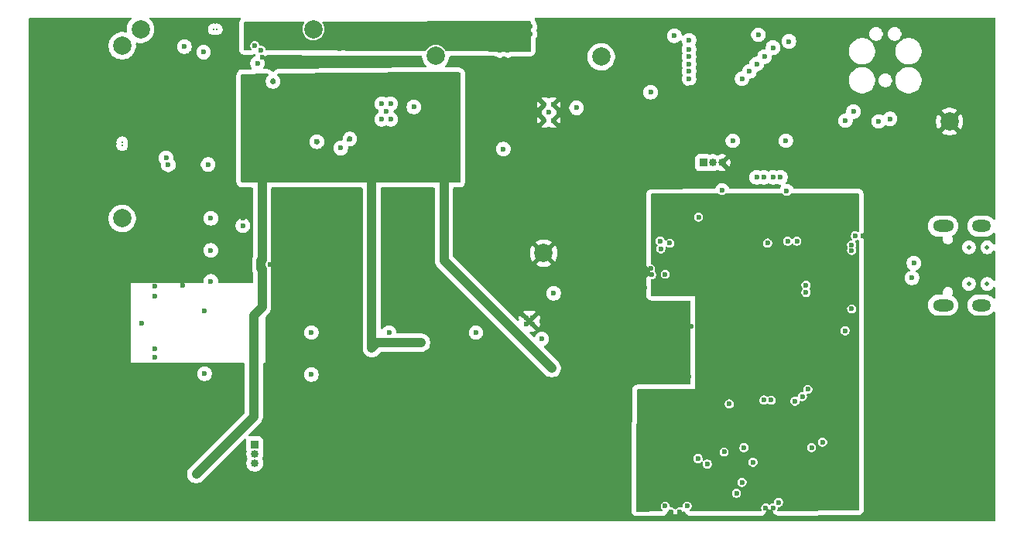
<source format=gbr>
%TF.GenerationSoftware,KiCad,Pcbnew,9.0.5*%
%TF.CreationDate,2025-10-24T01:37:17-04:00*%
%TF.ProjectId,ElectrodeArrayPCB,456c6563-7472-46f6-9465-417272617950,rev?*%
%TF.SameCoordinates,Original*%
%TF.FileFunction,Copper,L3,Inr*%
%TF.FilePolarity,Positive*%
%FSLAX46Y46*%
G04 Gerber Fmt 4.6, Leading zero omitted, Abs format (unit mm)*
G04 Created by KiCad (PCBNEW 9.0.5) date 2025-10-24 01:37:17*
%MOMM*%
%LPD*%
G01*
G04 APERTURE LIST*
%TA.AperFunction,ComponentPad*%
%ADD10C,0.250000*%
%TD*%
%TA.AperFunction,ComponentPad*%
%ADD11C,2.000000*%
%TD*%
%TA.AperFunction,ComponentPad*%
%ADD12R,0.850000X0.850000*%
%TD*%
%TA.AperFunction,ComponentPad*%
%ADD13C,0.850000*%
%TD*%
%TA.AperFunction,ComponentPad*%
%ADD14O,2.100000X1.300000*%
%TD*%
%TA.AperFunction,ComponentPad*%
%ADD15O,2.300000X1.300000*%
%TD*%
%TA.AperFunction,ComponentPad*%
%ADD16C,0.500000*%
%TD*%
%TA.AperFunction,ComponentPad*%
%ADD17C,0.600000*%
%TD*%
%TA.AperFunction,HeatsinkPad*%
%ADD18C,0.600000*%
%TD*%
%TA.AperFunction,ViaPad*%
%ADD19C,0.600000*%
%TD*%
%TA.AperFunction,Conductor*%
%ADD20C,1.000000*%
%TD*%
G04 APERTURE END LIST*
D10*
%TO.N,Net-(J10-Pin_1)*%
%TO.C,J10*%
X143800000Y-68800000D03*
%TO.N,Net-(J10-Pin_2)*%
X144150000Y-68800000D03*
D11*
%TO.N,Net-(J10-Pin_9)*%
X135800000Y-68800000D03*
%TO.N,Net-(J10-Pin_10)*%
X154700000Y-68800000D03*
%TD*%
D10*
%TO.N,Net-(J2-Pin_1)*%
%TO.C,J2*%
X133800000Y-81500000D03*
%TO.N,Net-(J2-Pin_2)*%
X133800000Y-81150000D03*
D11*
%TO.N,Net-(J2-Pin_9)*%
X133800000Y-89500000D03*
%TO.N,Net-(J10-Pin_9)*%
X133800000Y-70600000D03*
%TD*%
%TO.N,GND*%
%TO.C,TP4*%
X179900000Y-93300000D03*
%TD*%
%TO.N,GND*%
%TO.C,TP3*%
X224300000Y-78900000D03*
%TD*%
%TO.N,/ldo_3v3*%
%TO.C,TP2*%
X186200000Y-71800000D03*
%TD*%
%TO.N,/ldo_5v*%
%TO.C,TP1*%
X168100000Y-71700000D03*
%TD*%
D12*
%TO.N,+3.3V*%
%TO.C,JP3*%
X197400000Y-83400000D03*
D13*
%TO.N,Net-(JP3-C)*%
X198400000Y-83400000D03*
%TO.N,GND*%
X199400000Y-83400000D03*
%TD*%
D14*
%TO.N,Net-(J6-SHIELD)*%
%TO.C,J6*%
X227800000Y-90340000D03*
D15*
X223600000Y-90340000D03*
D16*
X228420000Y-92670000D03*
X226420000Y-92670000D03*
X228420000Y-96670000D03*
X226420000Y-96670000D03*
D14*
X227800000Y-99000000D03*
D15*
X223600000Y-99000000D03*
%TD*%
D17*
%TO.N,GND*%
%TO.C,U1*%
X180955000Y-78760000D03*
X180955000Y-77040000D03*
X180475000Y-77900000D03*
X179995000Y-78760000D03*
X179995000Y-77040000D03*
%TD*%
D18*
%TO.N,GND*%
%TO.C,U14*%
X178687500Y-101100000D03*
X178687500Y-100400000D03*
X177987500Y-101100000D03*
X177987500Y-100400000D03*
%TD*%
D12*
%TO.N,Net-(JP1-A)*%
%TO.C,JP1*%
X148300000Y-114300000D03*
D13*
%TO.N,Net-(JP1-C)*%
X148300000Y-115300000D03*
%TO.N,Net-(JP1-B)*%
X148300000Y-116300000D03*
%TD*%
D17*
%TO.N,GND*%
%TO.C,U28*%
X162195000Y-76940000D03*
X162195000Y-78660000D03*
X162675000Y-77800000D03*
X163155000Y-76940000D03*
X163155000Y-78660000D03*
%TD*%
D19*
%TO.N,/amp_inverting_input*%
X143500000Y-96400000D03*
%TO.N,s2*%
X192733372Y-92830665D03*
%TO.N,s1*%
X192650000Y-91969475D03*
%TO.N,s0*%
X193700000Y-92200000D03*
%TO.N,GND*%
X149118903Y-71891117D03*
X140400000Y-72800000D03*
X137500000Y-72100000D03*
%TO.N,Net-(U19-EN)*%
X148600000Y-72500000D03*
%TO.N,s2*%
X143200000Y-83600000D03*
X149000000Y-71100000D03*
%TO.N,s1*%
X148300000Y-70600000D03*
X138844375Y-83634995D03*
%TO.N,s0*%
X140600000Y-70700000D03*
X138594553Y-82874999D03*
%TO.N,GND*%
X150300000Y-74500000D03*
%TO.N,Net-(U19-EN)*%
X142700000Y-71300000D03*
%TO.N,GND*%
X131900000Y-88900000D03*
X131600000Y-93900000D03*
X129200000Y-78900000D03*
%TO.N,/battery*%
X157600000Y-70900000D03*
X158500000Y-70900000D03*
X178400000Y-68500000D03*
X178400000Y-69300000D03*
X175100000Y-71100000D03*
X176000000Y-71100000D03*
X176000000Y-70300000D03*
X175100000Y-70300000D03*
X175100000Y-69400000D03*
X176000000Y-69400000D03*
X176000000Y-68600000D03*
X175100000Y-68600000D03*
X157600000Y-70000000D03*
X157600000Y-69200000D03*
X158500000Y-70000000D03*
X158500000Y-69200000D03*
X157600000Y-68400000D03*
X161100000Y-69100000D03*
X161100000Y-68400000D03*
X158500000Y-68400000D03*
%TO.N,Net-(C41-Pad1)*%
X181000000Y-97700000D03*
X179700000Y-102700000D03*
%TO.N,/MCU_VDD33*%
X192600000Y-109400000D03*
X202700000Y-120500000D03*
X192400000Y-117900000D03*
X208561747Y-104968497D03*
X197000000Y-108100000D03*
%TO.N,Net-(J4-VDD)*%
X194200000Y-69500000D03*
X203400000Y-69400000D03*
%TO.N,+5V*%
X167800000Y-77000000D03*
X167800000Y-74200000D03*
X168500000Y-73800000D03*
X169300000Y-73800000D03*
X170200000Y-73800000D03*
X170200000Y-74700000D03*
X170200000Y-75600000D03*
X170200000Y-76400000D03*
X170200000Y-77300000D03*
X169400000Y-77300000D03*
X168600000Y-77300000D03*
%TO.N,/MCU_VDD33*%
X191600000Y-75700000D03*
%TO.N,GND*%
X196850000Y-89350000D03*
%TO.N,/MCU_VDD33*%
X198400000Y-87700000D03*
X196900000Y-88200000D03*
X197600000Y-88400000D03*
X196700000Y-87469000D03*
X198300000Y-88400000D03*
X211300000Y-91300000D03*
X213400000Y-87300000D03*
%TO.N,GND*%
X196000000Y-101300000D03*
%TO.N,/MCU_VDD33*%
X196100000Y-94800000D03*
X196100000Y-97100000D03*
X197775756Y-92901000D03*
%TO.N,GND*%
X145900000Y-82900000D03*
X146000000Y-76400000D03*
%TO.N,Net-(JP3-C)*%
X199424265Y-86424265D03*
%TO.N,GND*%
X158700000Y-80800000D03*
X155100000Y-81100000D03*
%TO.N,/ldo_5v*%
X165700000Y-77300000D03*
X157700000Y-81800000D03*
%TO.N,GND*%
X173000000Y-81500000D03*
%TO.N,/ldo_3v3*%
X183500000Y-77400000D03*
X175500000Y-81900000D03*
%TO.N,GND*%
X176500000Y-80900000D03*
X140400000Y-96800000D03*
X196000000Y-75200000D03*
X220400000Y-97800000D03*
X185200000Y-100600000D03*
X183800000Y-99000000D03*
X193200000Y-95610000D03*
X151562718Y-112286409D03*
X167878624Y-100568769D03*
X214000000Y-91400000D03*
X213600000Y-92400000D03*
X175000000Y-106500000D03*
X197200000Y-75600000D03*
X175000000Y-104000000D03*
X175000000Y-105500000D03*
X191600000Y-104600000D03*
X140800000Y-88200000D03*
X205119999Y-69400000D03*
X205000000Y-121200000D03*
X195600000Y-121000000D03*
X219000000Y-83400000D03*
X215200000Y-92200000D03*
X171500000Y-106000000D03*
X171500000Y-105000000D03*
X220600000Y-91600000D03*
X171500000Y-107000000D03*
X205600000Y-120600000D03*
X150000000Y-94520000D03*
X183800000Y-102400000D03*
X150100000Y-116600000D03*
X133500000Y-98000000D03*
X163000000Y-101000000D03*
X171500000Y-108000000D03*
X137400000Y-98000000D03*
X220600000Y-82800000D03*
X189400000Y-102400000D03*
X185410000Y-105070000D03*
X187210000Y-105970000D03*
X174000000Y-103000000D03*
X198000000Y-74800000D03*
X163500000Y-107500000D03*
X220000000Y-99200000D03*
X175000000Y-108000000D03*
X188000000Y-102400000D03*
X186610000Y-110070000D03*
X188000000Y-99000000D03*
X210400000Y-114000000D03*
X213600000Y-93000000D03*
X150000000Y-104500000D03*
X185200000Y-102400000D03*
X133400000Y-103600000D03*
X221600000Y-90400000D03*
X189355622Y-96039237D03*
X155000000Y-100500000D03*
X163500000Y-109500000D03*
X163500000Y-104500000D03*
X185200000Y-99000000D03*
X137400000Y-104700000D03*
X195800000Y-106800000D03*
X145100000Y-107700000D03*
X208200000Y-109000000D03*
X220000000Y-100200000D03*
X170500000Y-99500000D03*
X147000000Y-89500000D03*
X186600000Y-100600000D03*
X163500000Y-105500000D03*
X187200000Y-94400000D03*
X190989000Y-97124592D03*
X194000000Y-75200000D03*
X159000000Y-98500000D03*
X188900000Y-98200000D03*
X213943450Y-82881550D03*
X187178077Y-95943655D03*
X137400000Y-96900000D03*
X184410000Y-105070000D03*
X193200000Y-121000000D03*
X209206765Y-114593235D03*
X214800000Y-91400000D03*
X149825735Y-101674265D03*
X208800000Y-108200000D03*
X142000000Y-91500000D03*
X171500000Y-104000000D03*
X193800000Y-121600000D03*
X191600000Y-95000000D03*
X137400000Y-103800000D03*
X169500000Y-99500000D03*
X204200000Y-121200000D03*
X189400000Y-99000000D03*
X219743450Y-68881550D03*
X186600000Y-99000000D03*
X186210000Y-104070000D03*
X189010000Y-106070000D03*
X151700000Y-111600000D03*
X188000000Y-100600000D03*
X201800000Y-114600000D03*
X167500000Y-98500000D03*
X189139197Y-94455233D03*
X151562718Y-110913591D03*
X194800000Y-121600000D03*
X207400000Y-109511000D03*
X171500000Y-109000000D03*
X183800000Y-100600000D03*
X163500000Y-106500000D03*
X137400000Y-98000000D03*
X163500000Y-108500000D03*
X186600000Y-102400000D03*
X199639502Y-115060000D03*
X145600000Y-117100000D03*
X189400000Y-100600000D03*
X191714265Y-95685735D03*
X137400000Y-98000000D03*
X212543450Y-81281550D03*
X175000000Y-109000000D03*
%TO.N,+5V*%
X148100000Y-83300000D03*
X166500000Y-103100000D03*
X180800000Y-105900000D03*
X161100000Y-103700000D03*
X141900000Y-117500000D03*
X148999000Y-94105372D03*
%TO.N,/MCU_VDD33*%
X217800000Y-78600000D03*
X213800000Y-77800000D03*
%TO.N,Net-(J4-DAT2)*%
X201600000Y-74200000D03*
X195800000Y-74200000D03*
%TO.N,Net-(J4-DAT3{slash}CD)*%
X195800000Y-73400000D03*
X202412000Y-73400000D03*
%TO.N,Net-(J4-DAT0)*%
X195800000Y-71000000D03*
X205000000Y-70800000D03*
%TO.N,Net-(J4-DAT1)*%
X195800000Y-70000000D03*
X206722500Y-70122500D03*
%TO.N,Net-(J4-CMD)*%
X203200000Y-72600000D03*
X195800000Y-72600000D03*
%TO.N,Net-(J4-CLK)*%
X204050000Y-71800000D03*
X195800000Y-71800000D03*
%TO.N,VCM_Guard_2.5V*%
X172500000Y-102000000D03*
X154500000Y-106600000D03*
X163000000Y-102000000D03*
X142800000Y-99600000D03*
X142800000Y-106500000D03*
X154500000Y-102000000D03*
%TO.N,guard_ring*%
X147000000Y-90300003D03*
X135900000Y-101000000D03*
X143500000Y-89500000D03*
%TO.N,/amp_inverting_input*%
X143500000Y-93000000D03*
%TO.N,Net-(U15-PC8)*%
X208600000Y-97600003D03*
X205000000Y-85000000D03*
%TO.N,Net-(U15-PC9)*%
X205800000Y-85000000D03*
X208600000Y-96800000D03*
%TO.N,Net-(U15-PC10)*%
X207600000Y-92000000D03*
X206475735Y-86524265D03*
%TO.N,Net-(U15-PC12)*%
X204000000Y-85000000D03*
X206600000Y-92000000D03*
%TO.N,PD2_SDMMC1_CMD*%
X204400000Y-92200000D03*
X203199997Y-85000000D03*
%TO.N,Net-(U24-SIO3)*%
X202800000Y-116200000D03*
X204000113Y-109386582D03*
%TO.N,Net-(U25-~{CE})*%
X201600000Y-118400000D03*
X204800000Y-109400000D03*
%TO.N,Net-(U25-SCLK)*%
X200200000Y-109819634D03*
X196800000Y-115800000D03*
%TO.N,Net-(U25-SI{slash}SIO0)*%
X212881000Y-101800000D03*
X197800000Y-116400000D03*
%TO.N,Net-(U25-SIO3)*%
X201000000Y-119600000D03*
X213600000Y-99400000D03*
%TO.N,STM32_RSTn*%
X200600000Y-81000000D03*
X216543450Y-78881550D03*
X212900000Y-78800000D03*
X206400000Y-81000000D03*
%TO.N,Net-(U15-PA9)*%
X220400000Y-94400000D03*
X220200000Y-96020000D03*
%TD*%
D20*
%TO.N,+5V*%
X169000000Y-83700000D02*
X160400000Y-83700000D01*
X169000000Y-94100000D02*
X169000000Y-83700000D01*
X180800000Y-105900000D02*
X169000000Y-94100000D01*
X149100000Y-84300000D02*
X149100000Y-94004372D01*
X148200000Y-111200000D02*
X141900000Y-117500000D01*
X149100000Y-95035628D02*
X149100000Y-99200000D01*
X148100000Y-83300000D02*
X149100000Y-84300000D01*
X149100000Y-94004372D02*
X148999000Y-94105372D01*
X161100000Y-103700000D02*
X161100000Y-84400000D01*
X161100000Y-103700000D02*
X161700000Y-103100000D01*
X148999000Y-94934628D02*
X149100000Y-95035628D01*
X149100000Y-99200000D02*
X148200000Y-100100000D01*
X160400000Y-83700000D02*
X148500000Y-83700000D01*
X148200000Y-100100000D02*
X148200000Y-111200000D01*
X161100000Y-84400000D02*
X160400000Y-83700000D01*
X161700000Y-103100000D02*
X166500000Y-103100000D01*
X148500000Y-83700000D02*
X148100000Y-83300000D01*
X148999000Y-94105372D02*
X148999000Y-94934628D01*
%TD*%
%TA.AperFunction,Conductor*%
%TO.N,GND*%
G36*
X134745150Y-67520185D02*
G01*
X134790905Y-67572989D01*
X134800849Y-67642147D01*
X134771824Y-67705703D01*
X134765792Y-67712181D01*
X134655485Y-67822487D01*
X134655485Y-67822488D01*
X134655483Y-67822490D01*
X134610584Y-67884288D01*
X134516657Y-68013566D01*
X134409433Y-68224003D01*
X134336446Y-68448631D01*
X134299500Y-68681902D01*
X134299500Y-68918092D01*
X134312342Y-68999178D01*
X134303386Y-69068472D01*
X134258389Y-69121923D01*
X134191638Y-69142562D01*
X134156201Y-69137208D01*
X134156111Y-69137585D01*
X134151722Y-69136531D01*
X134151546Y-69136505D01*
X134151488Y-69136486D01*
X134151366Y-69136446D01*
X133918097Y-69099500D01*
X133918092Y-69099500D01*
X133681908Y-69099500D01*
X133681903Y-69099500D01*
X133448631Y-69136446D01*
X133224003Y-69209433D01*
X133013566Y-69316657D01*
X132927977Y-69378842D01*
X132822490Y-69455483D01*
X132822488Y-69455485D01*
X132822487Y-69455485D01*
X132655485Y-69622487D01*
X132655485Y-69622488D01*
X132655483Y-69622490D01*
X132636749Y-69648275D01*
X132516657Y-69813566D01*
X132409433Y-70024003D01*
X132336446Y-70248631D01*
X132299500Y-70481902D01*
X132299500Y-70718097D01*
X132336446Y-70951368D01*
X132409433Y-71175996D01*
X132512789Y-71378842D01*
X132516657Y-71386433D01*
X132655483Y-71577510D01*
X132822490Y-71744517D01*
X133013567Y-71883343D01*
X133047238Y-71900499D01*
X133224003Y-71990566D01*
X133224005Y-71990566D01*
X133224008Y-71990568D01*
X133281958Y-72009397D01*
X133448631Y-72063553D01*
X133681903Y-72100500D01*
X133681908Y-72100500D01*
X133918097Y-72100500D01*
X134151368Y-72063553D01*
X134188869Y-72051368D01*
X134375992Y-71990568D01*
X134586433Y-71883343D01*
X134777510Y-71744517D01*
X134944517Y-71577510D01*
X135083343Y-71386433D01*
X135190568Y-71175992D01*
X135263553Y-70951368D01*
X135266383Y-70933501D01*
X135300500Y-70718097D01*
X135300500Y-70621153D01*
X139799500Y-70621153D01*
X139799500Y-70778846D01*
X139830261Y-70933489D01*
X139830264Y-70933501D01*
X139890602Y-71079172D01*
X139890609Y-71079185D01*
X139978210Y-71210288D01*
X139978213Y-71210292D01*
X140089707Y-71321786D01*
X140089711Y-71321789D01*
X140220814Y-71409390D01*
X140220827Y-71409397D01*
X140366498Y-71469735D01*
X140366503Y-71469737D01*
X140504870Y-71497260D01*
X140521153Y-71500499D01*
X140521156Y-71500500D01*
X140521158Y-71500500D01*
X140678844Y-71500500D01*
X140678845Y-71500499D01*
X140833497Y-71469737D01*
X140951592Y-71420821D01*
X140979172Y-71409397D01*
X140979172Y-71409396D01*
X140979179Y-71409394D01*
X141110289Y-71321789D01*
X141210925Y-71221153D01*
X141899500Y-71221153D01*
X141899500Y-71378846D01*
X141930261Y-71533489D01*
X141930264Y-71533501D01*
X141990602Y-71679172D01*
X141990609Y-71679185D01*
X142078210Y-71810288D01*
X142078213Y-71810292D01*
X142189707Y-71921786D01*
X142189711Y-71921789D01*
X142320814Y-72009390D01*
X142320827Y-72009397D01*
X142451573Y-72063553D01*
X142466503Y-72069737D01*
X142621153Y-72100499D01*
X142621156Y-72100500D01*
X142621158Y-72100500D01*
X142778844Y-72100500D01*
X142778845Y-72100499D01*
X142933497Y-72069737D01*
X143079179Y-72009394D01*
X143210289Y-71921789D01*
X143321789Y-71810289D01*
X143409394Y-71679179D01*
X143469737Y-71533497D01*
X143500500Y-71378842D01*
X143500500Y-71221158D01*
X143500500Y-71221155D01*
X143500499Y-71221153D01*
X143496159Y-71199333D01*
X143469737Y-71066503D01*
X143456486Y-71034512D01*
X143409397Y-70920827D01*
X143409390Y-70920814D01*
X143321789Y-70789711D01*
X143321786Y-70789707D01*
X143210292Y-70678213D01*
X143210288Y-70678210D01*
X143079185Y-70590609D01*
X143079172Y-70590602D01*
X142933501Y-70530264D01*
X142933489Y-70530261D01*
X142778845Y-70499500D01*
X142778842Y-70499500D01*
X142621158Y-70499500D01*
X142621155Y-70499500D01*
X142466510Y-70530261D01*
X142466498Y-70530264D01*
X142320827Y-70590602D01*
X142320814Y-70590609D01*
X142189711Y-70678210D01*
X142189707Y-70678213D01*
X142078213Y-70789707D01*
X142078210Y-70789711D01*
X141990609Y-70920814D01*
X141990602Y-70920827D01*
X141930264Y-71066498D01*
X141930261Y-71066510D01*
X141899500Y-71221153D01*
X141210925Y-71221153D01*
X141221789Y-71210289D01*
X141267457Y-71141943D01*
X141309390Y-71079185D01*
X141309390Y-71079184D01*
X141309394Y-71079179D01*
X141369737Y-70933497D01*
X141400500Y-70778842D01*
X141400500Y-70621158D01*
X141400500Y-70621155D01*
X141400499Y-70621153D01*
X141394422Y-70590602D01*
X141369737Y-70466503D01*
X141369735Y-70466498D01*
X141309397Y-70320827D01*
X141309390Y-70320814D01*
X141221789Y-70189711D01*
X141221786Y-70189707D01*
X141110292Y-70078213D01*
X141110288Y-70078210D01*
X140979185Y-69990609D01*
X140979172Y-69990602D01*
X140833501Y-69930264D01*
X140833489Y-69930261D01*
X140678845Y-69899500D01*
X140678842Y-69899500D01*
X140521158Y-69899500D01*
X140521155Y-69899500D01*
X140366510Y-69930261D01*
X140366498Y-69930264D01*
X140220827Y-69990602D01*
X140220814Y-69990609D01*
X140089711Y-70078210D01*
X140089707Y-70078213D01*
X139978213Y-70189707D01*
X139978210Y-70189711D01*
X139890609Y-70320814D01*
X139890602Y-70320827D01*
X139830264Y-70466498D01*
X139830261Y-70466510D01*
X139799500Y-70621153D01*
X135300500Y-70621153D01*
X135300500Y-70618873D01*
X135300500Y-70481908D01*
X135286729Y-70394963D01*
X135286365Y-70389037D01*
X135292864Y-70360530D01*
X135296612Y-70331530D01*
X135300540Y-70326862D01*
X135301897Y-70320915D01*
X135322781Y-70300443D01*
X135341609Y-70278078D01*
X135347435Y-70276276D01*
X135351793Y-70272005D01*
X135380431Y-70266073D01*
X135408360Y-70257438D01*
X135416320Y-70258640D01*
X135420211Y-70257835D01*
X135426182Y-70260130D01*
X135443794Y-70262791D01*
X135443885Y-70262414D01*
X135448280Y-70263468D01*
X135448453Y-70263495D01*
X135448631Y-70263553D01*
X135681903Y-70300500D01*
X135681908Y-70300500D01*
X135918097Y-70300500D01*
X136151368Y-70263553D01*
X136161903Y-70260130D01*
X136375992Y-70190568D01*
X136586433Y-70083343D01*
X136777510Y-69944517D01*
X136944517Y-69777510D01*
X137083343Y-69586433D01*
X137190568Y-69375992D01*
X137263553Y-69151368D01*
X137275260Y-69077455D01*
X137300500Y-68918097D01*
X137300500Y-68738389D01*
X143174500Y-68738389D01*
X143174500Y-68861610D01*
X143198535Y-68982444D01*
X143198538Y-68982454D01*
X143245687Y-69096283D01*
X143245692Y-69096292D01*
X143314141Y-69198732D01*
X143314144Y-69198736D01*
X143401263Y-69285855D01*
X143401267Y-69285858D01*
X143503707Y-69354307D01*
X143503713Y-69354310D01*
X143503714Y-69354311D01*
X143617548Y-69401463D01*
X143716565Y-69421158D01*
X143738389Y-69425499D01*
X143738393Y-69425500D01*
X143738394Y-69425500D01*
X143861607Y-69425500D01*
X143861607Y-69425499D01*
X143950813Y-69407756D01*
X143999187Y-69407756D01*
X144088392Y-69425499D01*
X144088393Y-69425500D01*
X144088394Y-69425500D01*
X144211607Y-69425500D01*
X144211608Y-69425499D01*
X144332452Y-69401463D01*
X144446286Y-69354311D01*
X144548733Y-69285858D01*
X144635858Y-69198733D01*
X144704311Y-69096286D01*
X144751463Y-68982452D01*
X144775500Y-68861606D01*
X144775500Y-68738394D01*
X144751463Y-68617548D01*
X144704311Y-68503714D01*
X144704310Y-68503713D01*
X144704307Y-68503707D01*
X144635858Y-68401267D01*
X144635855Y-68401263D01*
X144548736Y-68314144D01*
X144548732Y-68314141D01*
X144446292Y-68245692D01*
X144446283Y-68245687D01*
X144332454Y-68198538D01*
X144332455Y-68198538D01*
X144332452Y-68198537D01*
X144332448Y-68198536D01*
X144332444Y-68198535D01*
X144211610Y-68174500D01*
X144211606Y-68174500D01*
X144088394Y-68174500D01*
X143999188Y-68192242D01*
X143950812Y-68192242D01*
X143861606Y-68174500D01*
X143738394Y-68174500D01*
X143738389Y-68174500D01*
X143617555Y-68198535D01*
X143617545Y-68198538D01*
X143503716Y-68245687D01*
X143503707Y-68245692D01*
X143401267Y-68314141D01*
X143401263Y-68314144D01*
X143314144Y-68401263D01*
X143314141Y-68401267D01*
X143245692Y-68503707D01*
X143245687Y-68503716D01*
X143198538Y-68617545D01*
X143198535Y-68617555D01*
X143174500Y-68738389D01*
X137300500Y-68738389D01*
X137300500Y-68681902D01*
X137263553Y-68448631D01*
X137204378Y-68266510D01*
X137190568Y-68224008D01*
X137190566Y-68224005D01*
X137190566Y-68224003D01*
X137083342Y-68013566D01*
X136944517Y-67822490D01*
X136834208Y-67712181D01*
X136800723Y-67650858D01*
X136805707Y-67581166D01*
X136847579Y-67525233D01*
X136913043Y-67500816D01*
X136921889Y-67500500D01*
X146653248Y-67500500D01*
X146720287Y-67520185D01*
X146766042Y-67572989D01*
X146775986Y-67642147D01*
X146746961Y-67705703D01*
X146744604Y-67708345D01*
X146701630Y-67755168D01*
X146638145Y-67884290D01*
X146638144Y-67884295D01*
X146619239Y-67942479D01*
X146614977Y-67956261D01*
X146614976Y-67956268D01*
X146594500Y-68098684D01*
X146594500Y-71001444D01*
X146600531Y-71079185D01*
X146600549Y-71079415D01*
X146605254Y-71109556D01*
X146605260Y-71109589D01*
X146622529Y-71178210D01*
X146627844Y-71199333D01*
X146694413Y-71326887D01*
X146715604Y-71356333D01*
X146730170Y-71376572D01*
X146747679Y-71399492D01*
X146747683Y-71399495D01*
X146747684Y-71399497D01*
X146853248Y-71497262D01*
X146982079Y-71561325D01*
X146982090Y-71561328D01*
X146982091Y-71561329D01*
X147040140Y-71580480D01*
X147040172Y-71580490D01*
X147040184Y-71580494D01*
X147053956Y-71584821D01*
X147196278Y-71605938D01*
X147853862Y-71608899D01*
X147973034Y-71595202D01*
X148018425Y-71584413D01*
X148100878Y-71552757D01*
X148143785Y-71536284D01*
X148143786Y-71536283D01*
X148143789Y-71536282D01*
X148162356Y-71522382D01*
X148173946Y-71518058D01*
X148183151Y-71509791D01*
X148206062Y-71506078D01*
X148227815Y-71497964D01*
X148239907Y-71500594D01*
X148252121Y-71498615D01*
X148273403Y-71507879D01*
X148296089Y-71512813D01*
X148306400Y-71522242D01*
X148316184Y-71526501D01*
X148339769Y-71552757D01*
X148354515Y-71574826D01*
X148375393Y-71641504D01*
X148356908Y-71708884D01*
X148304929Y-71755574D01*
X148298866Y-71758278D01*
X148220824Y-71790604D01*
X148220814Y-71790609D01*
X148089711Y-71878210D01*
X148089707Y-71878213D01*
X147978213Y-71989707D01*
X147978210Y-71989711D01*
X147890609Y-72120814D01*
X147890602Y-72120827D01*
X147830264Y-72266498D01*
X147830261Y-72266510D01*
X147799500Y-72421153D01*
X147799500Y-72578846D01*
X147830261Y-72733489D01*
X147830264Y-72733501D01*
X147890602Y-72879172D01*
X147890609Y-72879185D01*
X147965291Y-72990954D01*
X147986169Y-73057632D01*
X147967684Y-73125012D01*
X147915706Y-73171702D01*
X147863429Y-73183839D01*
X146972023Y-73192753D01*
X146917703Y-73193297D01*
X146872756Y-73198471D01*
X146812823Y-73205370D01*
X146762553Y-73216570D01*
X146762549Y-73216571D01*
X146662497Y-73250152D01*
X146662493Y-73250154D01*
X146541462Y-73327936D01*
X146541451Y-73327945D01*
X146488659Y-73373689D01*
X146394433Y-73482430D01*
X146394430Y-73482434D01*
X146334664Y-73613300D01*
X146314976Y-73680348D01*
X146294500Y-73822767D01*
X146294500Y-76318647D01*
X146294649Y-76321677D01*
X146294600Y-76321679D01*
X146295000Y-76329809D01*
X146295000Y-76470187D01*
X146294601Y-76478315D01*
X146294649Y-76478318D01*
X146294500Y-76481348D01*
X146294500Y-76481355D01*
X146294500Y-76910941D01*
X146294500Y-81070941D01*
X146294500Y-81770941D01*
X146294500Y-85476000D01*
X146294501Y-85476009D01*
X146306052Y-85583450D01*
X146306054Y-85583462D01*
X146317260Y-85634972D01*
X146351383Y-85737497D01*
X146351386Y-85737503D01*
X146429171Y-85858537D01*
X146429179Y-85858548D01*
X146474923Y-85911340D01*
X146474926Y-85911343D01*
X146474930Y-85911347D01*
X146583664Y-86005567D01*
X146583667Y-86005568D01*
X146583668Y-86005569D01*
X146677925Y-86048616D01*
X146714541Y-86065338D01*
X146781580Y-86085023D01*
X146781584Y-86085024D01*
X146924000Y-86105500D01*
X147975500Y-86105500D01*
X148042539Y-86125185D01*
X148088294Y-86177989D01*
X148099500Y-86229500D01*
X148099500Y-93637860D01*
X148097873Y-93646035D01*
X148098790Y-93651113D01*
X148090062Y-93685308D01*
X148083356Y-93701500D01*
X148080085Y-93709397D01*
X148039178Y-93808156D01*
X148039177Y-93808159D01*
X148036949Y-93813536D01*
X147998500Y-94006828D01*
X147998500Y-94006831D01*
X147998500Y-95033169D01*
X148004245Y-95062051D01*
X148031783Y-95200498D01*
X148031784Y-95200498D01*
X148031784Y-95200500D01*
X148036949Y-95226463D01*
X148071801Y-95310604D01*
X148090061Y-95354687D01*
X148099500Y-95402140D01*
X148099500Y-96476000D01*
X148079815Y-96543039D01*
X148027011Y-96588794D01*
X147975500Y-96600000D01*
X144424500Y-96600000D01*
X144357461Y-96580315D01*
X144311706Y-96527511D01*
X144300500Y-96476000D01*
X144300500Y-96321155D01*
X144300499Y-96321153D01*
X144269738Y-96166510D01*
X144269737Y-96166503D01*
X144236827Y-96087051D01*
X144209397Y-96020827D01*
X144209390Y-96020814D01*
X144121789Y-95889711D01*
X144121786Y-95889707D01*
X144010292Y-95778213D01*
X144010288Y-95778210D01*
X143879185Y-95690609D01*
X143879172Y-95690602D01*
X143733501Y-95630264D01*
X143733489Y-95630261D01*
X143578845Y-95599500D01*
X143578842Y-95599500D01*
X143421158Y-95599500D01*
X143421155Y-95599500D01*
X143266510Y-95630261D01*
X143266498Y-95630264D01*
X143120827Y-95690602D01*
X143120814Y-95690609D01*
X142989711Y-95778210D01*
X142989707Y-95778213D01*
X142878213Y-95889707D01*
X142878210Y-95889711D01*
X142790609Y-96020814D01*
X142790602Y-96020827D01*
X142730264Y-96166498D01*
X142730261Y-96166510D01*
X142699500Y-96321153D01*
X142699500Y-96476000D01*
X142679815Y-96543039D01*
X142627011Y-96588794D01*
X142575500Y-96600000D01*
X141700000Y-96600000D01*
X134700000Y-96600000D01*
X134700000Y-105300000D01*
X141700000Y-105300000D01*
X147075500Y-105300000D01*
X147142539Y-105319685D01*
X147188294Y-105372489D01*
X147199500Y-105424000D01*
X147199500Y-110734217D01*
X147179815Y-110801256D01*
X147163181Y-110821898D01*
X141122863Y-116862215D01*
X141122860Y-116862219D01*
X141013372Y-117026079D01*
X141013367Y-117026089D01*
X140937949Y-117208163D01*
X140937947Y-117208171D01*
X140899500Y-117401455D01*
X140899500Y-117598544D01*
X140937947Y-117791828D01*
X140937949Y-117791836D01*
X141013367Y-117973910D01*
X141013372Y-117973920D01*
X141122860Y-118137780D01*
X141122863Y-118137784D01*
X141262215Y-118277136D01*
X141262219Y-118277139D01*
X141426079Y-118386627D01*
X141426083Y-118386629D01*
X141426086Y-118386631D01*
X141608164Y-118462051D01*
X141801455Y-118500499D01*
X141801458Y-118500500D01*
X141801460Y-118500500D01*
X141998542Y-118500500D01*
X141998543Y-118500499D01*
X142191836Y-118462051D01*
X142373914Y-118386631D01*
X142537781Y-118277139D01*
X144784883Y-116030037D01*
X147176229Y-113638692D01*
X147237552Y-113605207D01*
X147307244Y-113610191D01*
X147363177Y-113652063D01*
X147387594Y-113717527D01*
X147381533Y-113759691D01*
X147382693Y-113759965D01*
X147380908Y-113767516D01*
X147374501Y-113827116D01*
X147374501Y-113827123D01*
X147374500Y-113827135D01*
X147374500Y-114772870D01*
X147374501Y-114772876D01*
X147380908Y-114832483D01*
X147416447Y-114927765D01*
X147421431Y-114997456D01*
X147414828Y-115018545D01*
X147410069Y-115030034D01*
X147410065Y-115030047D01*
X147374500Y-115208843D01*
X147374500Y-115208846D01*
X147374500Y-115391154D01*
X147374500Y-115391156D01*
X147374499Y-115391156D01*
X147410065Y-115569952D01*
X147410067Y-115569958D01*
X147479835Y-115738394D01*
X147481525Y-115741556D01*
X147481908Y-115743399D01*
X147482164Y-115744016D01*
X147482047Y-115744064D01*
X147495761Y-115809960D01*
X147481525Y-115858444D01*
X147479835Y-115861605D01*
X147410067Y-116030041D01*
X147410065Y-116030047D01*
X147374500Y-116208843D01*
X147374500Y-116208846D01*
X147374500Y-116391154D01*
X147374500Y-116391156D01*
X147374499Y-116391156D01*
X147410065Y-116569952D01*
X147410068Y-116569962D01*
X147479831Y-116738387D01*
X147479833Y-116738391D01*
X147581113Y-116889967D01*
X147581119Y-116889975D01*
X147710024Y-117018880D01*
X147710032Y-117018886D01*
X147861608Y-117120166D01*
X147861612Y-117120168D01*
X148030037Y-117189931D01*
X148030042Y-117189933D01*
X148030046Y-117189933D01*
X148030047Y-117189934D01*
X148208843Y-117225500D01*
X148208846Y-117225500D01*
X148391156Y-117225500D01*
X148511445Y-117201572D01*
X148569958Y-117189933D01*
X148738389Y-117120167D01*
X148738391Y-117120166D01*
X148879187Y-117026089D01*
X148889972Y-117018883D01*
X149018883Y-116889972D01*
X149120167Y-116738389D01*
X149189933Y-116569958D01*
X149225500Y-116391154D01*
X149225500Y-116208846D01*
X149225500Y-116208843D01*
X149189934Y-116030047D01*
X149189933Y-116030046D01*
X149189933Y-116030042D01*
X149120167Y-115861611D01*
X149120166Y-115861609D01*
X149118482Y-115858459D01*
X149118097Y-115856613D01*
X149117836Y-115855982D01*
X149117955Y-115855932D01*
X149104236Y-115790057D01*
X149118482Y-115741541D01*
X149120163Y-115738394D01*
X149120167Y-115738389D01*
X149189933Y-115569958D01*
X149225500Y-115391154D01*
X149225500Y-115208846D01*
X149225500Y-115208843D01*
X149189934Y-115030046D01*
X149189933Y-115030043D01*
X149189933Y-115030042D01*
X149185174Y-115018555D01*
X149177703Y-114949088D01*
X149183548Y-114927776D01*
X149219091Y-114832483D01*
X149225500Y-114772873D01*
X149225499Y-113827128D01*
X149219091Y-113767517D01*
X149216274Y-113759965D01*
X149168797Y-113632671D01*
X149168793Y-113632664D01*
X149082547Y-113517455D01*
X149082544Y-113517452D01*
X148967335Y-113431206D01*
X148967328Y-113431202D01*
X148832482Y-113380908D01*
X148832483Y-113380908D01*
X148772883Y-113374501D01*
X148772881Y-113374500D01*
X148772873Y-113374500D01*
X148772864Y-113374500D01*
X147827129Y-113374500D01*
X147827123Y-113374501D01*
X147767512Y-113380909D01*
X147759969Y-113382692D01*
X147759527Y-113380821D01*
X147700007Y-113385075D01*
X147638686Y-113351586D01*
X147605205Y-113290260D01*
X147610194Y-113220569D01*
X147638692Y-113176229D01*
X148977136Y-111837785D01*
X148977136Y-111837784D01*
X148977139Y-111837782D01*
X149014129Y-111782421D01*
X149086631Y-111673916D01*
X149086636Y-111673906D01*
X149162049Y-111491839D01*
X149162051Y-111491835D01*
X149200500Y-111298541D01*
X149200500Y-106521153D01*
X153699500Y-106521153D01*
X153699500Y-106678846D01*
X153730261Y-106833489D01*
X153730264Y-106833501D01*
X153790602Y-106979172D01*
X153790609Y-106979185D01*
X153878210Y-107110288D01*
X153878213Y-107110292D01*
X153989707Y-107221786D01*
X153989711Y-107221789D01*
X154120814Y-107309390D01*
X154120827Y-107309397D01*
X154266498Y-107369735D01*
X154266503Y-107369737D01*
X154421153Y-107400499D01*
X154421156Y-107400500D01*
X154421158Y-107400500D01*
X154578844Y-107400500D01*
X154578845Y-107400499D01*
X154733497Y-107369737D01*
X154879179Y-107309394D01*
X155010289Y-107221789D01*
X155121789Y-107110289D01*
X155209394Y-106979179D01*
X155269737Y-106833497D01*
X155300500Y-106678842D01*
X155300500Y-106521158D01*
X155300500Y-106521155D01*
X155300499Y-106521153D01*
X155269737Y-106366503D01*
X155228314Y-106266498D01*
X155209397Y-106220827D01*
X155209390Y-106220814D01*
X155121789Y-106089711D01*
X155121786Y-106089707D01*
X155010292Y-105978213D01*
X155010288Y-105978210D01*
X154879185Y-105890609D01*
X154879172Y-105890602D01*
X154733501Y-105830264D01*
X154733489Y-105830261D01*
X154578845Y-105799500D01*
X154578842Y-105799500D01*
X154421158Y-105799500D01*
X154421155Y-105799500D01*
X154266510Y-105830261D01*
X154266498Y-105830264D01*
X154120827Y-105890602D01*
X154120814Y-105890609D01*
X153989711Y-105978210D01*
X153989707Y-105978213D01*
X153878213Y-106089707D01*
X153878210Y-106089711D01*
X153790609Y-106220814D01*
X153790602Y-106220827D01*
X153730264Y-106366498D01*
X153730261Y-106366510D01*
X153699500Y-106521153D01*
X149200500Y-106521153D01*
X149200500Y-105424000D01*
X149220185Y-105356961D01*
X149272989Y-105311206D01*
X149324500Y-105300000D01*
X149500000Y-105300000D01*
X149500000Y-101921153D01*
X153699500Y-101921153D01*
X153699500Y-102078846D01*
X153730261Y-102233489D01*
X153730264Y-102233501D01*
X153790602Y-102379172D01*
X153790609Y-102379185D01*
X153878210Y-102510288D01*
X153878213Y-102510292D01*
X153989707Y-102621786D01*
X153989711Y-102621789D01*
X154120814Y-102709390D01*
X154120827Y-102709397D01*
X154266498Y-102769735D01*
X154266503Y-102769737D01*
X154421153Y-102800499D01*
X154421156Y-102800500D01*
X154421158Y-102800500D01*
X154578844Y-102800500D01*
X154578845Y-102800499D01*
X154733497Y-102769737D01*
X154879179Y-102709394D01*
X155010289Y-102621789D01*
X155121789Y-102510289D01*
X155209394Y-102379179D01*
X155269737Y-102233497D01*
X155300500Y-102078842D01*
X155300500Y-101921158D01*
X155300500Y-101921155D01*
X155300499Y-101921153D01*
X155269738Y-101766510D01*
X155269737Y-101766503D01*
X155269735Y-101766498D01*
X155209397Y-101620827D01*
X155209390Y-101620814D01*
X155121789Y-101489711D01*
X155121786Y-101489707D01*
X155010292Y-101378213D01*
X155010288Y-101378210D01*
X154879185Y-101290609D01*
X154879172Y-101290602D01*
X154733501Y-101230264D01*
X154733489Y-101230261D01*
X154578845Y-101199500D01*
X154578842Y-101199500D01*
X154421158Y-101199500D01*
X154421155Y-101199500D01*
X154266510Y-101230261D01*
X154266498Y-101230264D01*
X154120827Y-101290602D01*
X154120814Y-101290609D01*
X153989711Y-101378210D01*
X153989707Y-101378213D01*
X153878213Y-101489707D01*
X153878210Y-101489711D01*
X153790609Y-101620814D01*
X153790602Y-101620827D01*
X153730264Y-101766498D01*
X153730261Y-101766510D01*
X153699500Y-101921153D01*
X149500000Y-101921153D01*
X149500000Y-100266281D01*
X149519685Y-100199242D01*
X149536315Y-100178604D01*
X149737778Y-99977141D01*
X149737782Y-99977139D01*
X149877139Y-99837782D01*
X149986632Y-99673914D01*
X150004514Y-99630744D01*
X150062049Y-99491840D01*
X150062049Y-99491839D01*
X150062051Y-99491835D01*
X150064636Y-99478842D01*
X150089171Y-99355495D01*
X150100500Y-99298541D01*
X150100500Y-95140303D01*
X150100501Y-95140282D01*
X150100501Y-94937085D01*
X150100500Y-94937083D01*
X150091557Y-94892122D01*
X150062052Y-94743793D01*
X150062050Y-94743788D01*
X150008939Y-94615565D01*
X150007312Y-94607388D01*
X150004523Y-94603048D01*
X149999500Y-94568113D01*
X149999500Y-94471885D01*
X150008939Y-94424432D01*
X150010435Y-94420821D01*
X150062052Y-94296207D01*
X150100501Y-94102912D01*
X150100501Y-93905831D01*
X150100501Y-93900721D01*
X150100500Y-93900695D01*
X150100500Y-86229500D01*
X150120185Y-86162461D01*
X150172989Y-86116706D01*
X150224500Y-86105500D01*
X159975500Y-86105500D01*
X160042539Y-86125185D01*
X160088294Y-86177989D01*
X160099500Y-86229500D01*
X160099500Y-103798541D01*
X160099500Y-103798543D01*
X160099499Y-103798543D01*
X160137947Y-103991829D01*
X160137950Y-103991839D01*
X160213364Y-104173907D01*
X160213371Y-104173920D01*
X160322860Y-104337781D01*
X160322863Y-104337785D01*
X160462214Y-104477136D01*
X160462218Y-104477139D01*
X160626079Y-104586628D01*
X160626092Y-104586635D01*
X160754833Y-104639961D01*
X160797744Y-104657735D01*
X160808164Y-104662051D01*
X160904812Y-104681275D01*
X160953135Y-104690887D01*
X161001458Y-104700500D01*
X161001459Y-104700500D01*
X161198542Y-104700500D01*
X161229566Y-104694328D01*
X161295188Y-104681275D01*
X161391836Y-104662051D01*
X161445165Y-104639961D01*
X161573914Y-104586632D01*
X161737782Y-104477139D01*
X161877139Y-104337782D01*
X161877141Y-104337778D01*
X162078102Y-104136816D01*
X162139425Y-104103334D01*
X162165782Y-104100500D01*
X166598543Y-104100500D01*
X166728582Y-104074632D01*
X166791835Y-104062051D01*
X166973914Y-103986632D01*
X167137782Y-103877139D01*
X167277139Y-103737782D01*
X167386632Y-103573914D01*
X167462051Y-103391835D01*
X167498163Y-103210292D01*
X167500500Y-103198543D01*
X167500500Y-103001456D01*
X167462052Y-102808170D01*
X167462051Y-102808169D01*
X167462051Y-102808165D01*
X167446133Y-102769735D01*
X167386635Y-102626092D01*
X167386628Y-102626079D01*
X167277139Y-102462218D01*
X167277136Y-102462214D01*
X167137785Y-102322863D01*
X167137781Y-102322860D01*
X166973920Y-102213371D01*
X166973907Y-102213364D01*
X166791839Y-102137950D01*
X166791829Y-102137947D01*
X166598543Y-102099500D01*
X166598541Y-102099500D01*
X163924500Y-102099500D01*
X163915814Y-102096949D01*
X163906853Y-102098238D01*
X163882812Y-102087259D01*
X163857461Y-102079815D01*
X163851533Y-102072974D01*
X163843297Y-102069213D01*
X163829007Y-102046978D01*
X163811706Y-102027011D01*
X163809418Y-102016496D01*
X163805523Y-102010435D01*
X163800500Y-101975500D01*
X163800500Y-101921155D01*
X163800499Y-101921153D01*
X171699500Y-101921153D01*
X171699500Y-102078846D01*
X171730261Y-102233489D01*
X171730264Y-102233501D01*
X171790602Y-102379172D01*
X171790609Y-102379185D01*
X171878210Y-102510288D01*
X171878213Y-102510292D01*
X171989707Y-102621786D01*
X171989711Y-102621789D01*
X172120814Y-102709390D01*
X172120827Y-102709397D01*
X172266498Y-102769735D01*
X172266503Y-102769737D01*
X172421153Y-102800499D01*
X172421156Y-102800500D01*
X172421158Y-102800500D01*
X172578844Y-102800500D01*
X172578845Y-102800499D01*
X172733497Y-102769737D01*
X172879179Y-102709394D01*
X173010289Y-102621789D01*
X173121789Y-102510289D01*
X173209394Y-102379179D01*
X173269737Y-102233497D01*
X173300500Y-102078842D01*
X173300500Y-101921158D01*
X173300500Y-101921155D01*
X173300499Y-101921153D01*
X173269738Y-101766510D01*
X173269737Y-101766503D01*
X173269735Y-101766498D01*
X173209397Y-101620827D01*
X173209390Y-101620814D01*
X173121789Y-101489711D01*
X173121786Y-101489707D01*
X173010292Y-101378213D01*
X173010288Y-101378210D01*
X172879185Y-101290609D01*
X172879172Y-101290602D01*
X172733501Y-101230264D01*
X172733489Y-101230261D01*
X172578845Y-101199500D01*
X172578842Y-101199500D01*
X172421158Y-101199500D01*
X172421155Y-101199500D01*
X172266510Y-101230261D01*
X172266498Y-101230264D01*
X172120827Y-101290602D01*
X172120814Y-101290609D01*
X171989711Y-101378210D01*
X171989707Y-101378213D01*
X171878213Y-101489707D01*
X171878210Y-101489711D01*
X171790609Y-101620814D01*
X171790602Y-101620827D01*
X171730264Y-101766498D01*
X171730261Y-101766510D01*
X171699500Y-101921153D01*
X163800499Y-101921153D01*
X163769738Y-101766510D01*
X163769737Y-101766503D01*
X163769735Y-101766498D01*
X163709397Y-101620827D01*
X163709390Y-101620814D01*
X163621789Y-101489711D01*
X163621786Y-101489707D01*
X163510292Y-101378213D01*
X163510288Y-101378210D01*
X163379185Y-101290609D01*
X163379172Y-101290602D01*
X163233501Y-101230264D01*
X163233489Y-101230261D01*
X163078845Y-101199500D01*
X163078842Y-101199500D01*
X162921158Y-101199500D01*
X162921155Y-101199500D01*
X162766510Y-101230261D01*
X162766498Y-101230264D01*
X162620827Y-101290602D01*
X162620814Y-101290609D01*
X162489711Y-101378210D01*
X162489707Y-101378213D01*
X162378213Y-101489707D01*
X162378210Y-101489711D01*
X162327602Y-101565451D01*
X162273989Y-101610256D01*
X162204664Y-101618963D01*
X162141637Y-101588808D01*
X162104918Y-101529365D01*
X162100500Y-101496560D01*
X162100500Y-86229500D01*
X162120185Y-86162461D01*
X162172989Y-86116706D01*
X162224500Y-86105500D01*
X167875500Y-86105500D01*
X167942539Y-86125185D01*
X167988294Y-86177989D01*
X167999500Y-86229500D01*
X167999500Y-94198546D01*
X168001829Y-94210254D01*
X168037947Y-94391830D01*
X168037950Y-94391840D01*
X168049955Y-94420821D01*
X168113366Y-94573911D01*
X168113371Y-94573920D01*
X168222860Y-94737781D01*
X168222863Y-94737785D01*
X168366537Y-94881459D01*
X168366559Y-94881479D01*
X180162215Y-106677136D01*
X180162219Y-106677139D01*
X180326079Y-106786627D01*
X180326083Y-106786629D01*
X180326086Y-106786631D01*
X180508164Y-106862051D01*
X180701455Y-106900499D01*
X180701458Y-106900500D01*
X180701460Y-106900500D01*
X180898542Y-106900500D01*
X180898543Y-106900499D01*
X181091836Y-106862051D01*
X181273914Y-106786631D01*
X181437781Y-106677139D01*
X181577139Y-106537781D01*
X181686631Y-106373914D01*
X181762051Y-106191836D01*
X181800500Y-105998540D01*
X181800500Y-105801460D01*
X181800500Y-105801457D01*
X181800499Y-105801455D01*
X181786338Y-105730263D01*
X181762051Y-105608164D01*
X181686631Y-105426086D01*
X181686629Y-105426083D01*
X181686627Y-105426079D01*
X181577139Y-105262219D01*
X181577136Y-105262215D01*
X179959475Y-103644555D01*
X179925990Y-103583232D01*
X179930974Y-103513540D01*
X179972846Y-103457607D01*
X179999698Y-103442315D01*
X180079179Y-103409394D01*
X180210289Y-103321789D01*
X180321789Y-103210289D01*
X180409394Y-103079179D01*
X180469737Y-102933497D01*
X180500500Y-102778842D01*
X180500500Y-102621158D01*
X180500500Y-102621155D01*
X180500499Y-102621153D01*
X180478447Y-102510292D01*
X180469737Y-102466503D01*
X180467962Y-102462218D01*
X180409397Y-102320827D01*
X180409390Y-102320814D01*
X180321789Y-102189711D01*
X180321786Y-102189707D01*
X180210292Y-102078213D01*
X180210288Y-102078210D01*
X180079185Y-101990609D01*
X180079172Y-101990602D01*
X179933501Y-101930264D01*
X179933489Y-101930261D01*
X179778845Y-101899500D01*
X179778842Y-101899500D01*
X179621158Y-101899500D01*
X179621155Y-101899500D01*
X179466510Y-101930261D01*
X179466498Y-101930264D01*
X179320827Y-101990602D01*
X179320814Y-101990609D01*
X179189711Y-102078210D01*
X179189707Y-102078213D01*
X179078213Y-102189707D01*
X179078210Y-102189711D01*
X178990609Y-102320814D01*
X178990604Y-102320824D01*
X178957686Y-102400296D01*
X178913845Y-102454699D01*
X178847551Y-102476764D01*
X178779851Y-102459485D01*
X178755444Y-102440524D01*
X178406187Y-102091267D01*
X178372702Y-102029944D01*
X178377686Y-101960252D01*
X178419558Y-101904319D01*
X178485022Y-101879902D01*
X178518060Y-101881969D01*
X178608705Y-101899999D01*
X178608706Y-101900000D01*
X178766294Y-101900000D01*
X178766297Y-101899999D01*
X178920843Y-101869258D01*
X178920847Y-101869257D01*
X179049793Y-101815845D01*
X178510723Y-101276777D01*
X178510722Y-101276777D01*
X178337500Y-101103553D01*
X178337499Y-101103553D01*
X178251957Y-101189095D01*
X178190634Y-101222580D01*
X178120942Y-101217596D01*
X178097257Y-101202374D01*
X178114664Y-101184968D01*
X178137500Y-101129837D01*
X178137500Y-101070163D01*
X178537500Y-101070163D01*
X178537500Y-101129837D01*
X178560336Y-101184968D01*
X178602532Y-101227164D01*
X178657663Y-101250000D01*
X178717337Y-101250000D01*
X178772468Y-101227164D01*
X178814664Y-101184968D01*
X178837500Y-101129837D01*
X178837500Y-101070163D01*
X178814664Y-101015032D01*
X178772468Y-100972836D01*
X178717337Y-100950000D01*
X178657663Y-100950000D01*
X178602532Y-100972836D01*
X178560336Y-101015032D01*
X178537500Y-101070163D01*
X178137500Y-101070163D01*
X178114664Y-101015032D01*
X178072468Y-100972836D01*
X178017337Y-100950000D01*
X177957663Y-100950000D01*
X177902532Y-100972836D01*
X177886416Y-100988951D01*
X177864919Y-100949581D01*
X177869903Y-100879889D01*
X177898404Y-100835542D01*
X177983946Y-100750000D01*
X178691053Y-100750000D01*
X178864277Y-100923222D01*
X178864277Y-100923223D01*
X179403345Y-101462293D01*
X179456757Y-101333347D01*
X179456758Y-101333343D01*
X179487499Y-101178797D01*
X179487500Y-101178794D01*
X179487500Y-101021206D01*
X179487499Y-101021202D01*
X179456758Y-100866656D01*
X179456757Y-100866652D01*
X179428094Y-100797454D01*
X179420625Y-100727985D01*
X179428094Y-100702546D01*
X179456757Y-100633347D01*
X179456758Y-100633343D01*
X179487499Y-100478797D01*
X179487500Y-100478794D01*
X179487500Y-100321206D01*
X179487499Y-100321202D01*
X179456758Y-100166656D01*
X179456757Y-100166652D01*
X179403345Y-100037706D01*
X178864277Y-100576777D01*
X178864277Y-100576778D01*
X178691053Y-100750000D01*
X177983946Y-100750000D01*
X177810723Y-100576777D01*
X177604110Y-100370163D01*
X177837500Y-100370163D01*
X177837500Y-100429837D01*
X177860336Y-100484968D01*
X177902532Y-100527164D01*
X177957663Y-100550000D01*
X178017337Y-100550000D01*
X178072468Y-100527164D01*
X178114664Y-100484968D01*
X178137500Y-100429837D01*
X178137500Y-100370163D01*
X178114664Y-100315032D01*
X178072468Y-100272836D01*
X178017337Y-100250000D01*
X177957663Y-100250000D01*
X177902532Y-100272836D01*
X177860336Y-100315032D01*
X177837500Y-100370163D01*
X177604110Y-100370163D01*
X177271653Y-100037705D01*
X177218243Y-100166648D01*
X177218241Y-100166656D01*
X177187500Y-100321202D01*
X177187500Y-100478797D01*
X177205530Y-100569440D01*
X177199303Y-100639032D01*
X177156439Y-100694209D01*
X177090550Y-100717453D01*
X177022553Y-100701385D01*
X176996232Y-100681312D01*
X175999073Y-99684153D01*
X177625205Y-99684153D01*
X178164277Y-100223223D01*
X178337500Y-100396446D01*
X178363783Y-100370163D01*
X178537500Y-100370163D01*
X178537500Y-100429837D01*
X178560336Y-100484968D01*
X178602532Y-100527164D01*
X178657663Y-100550000D01*
X178717337Y-100550000D01*
X178772468Y-100527164D01*
X178814664Y-100484968D01*
X178837500Y-100429837D01*
X178837500Y-100370163D01*
X178814664Y-100315032D01*
X178772468Y-100272836D01*
X178717337Y-100250000D01*
X178657663Y-100250000D01*
X178602532Y-100272836D01*
X178560336Y-100315032D01*
X178537500Y-100370163D01*
X178363783Y-100370163D01*
X179049793Y-99684153D01*
X178920851Y-99630743D01*
X178920843Y-99630741D01*
X178766297Y-99600000D01*
X178608702Y-99600000D01*
X178454157Y-99630741D01*
X178454145Y-99630744D01*
X178384952Y-99659405D01*
X178315483Y-99666874D01*
X178290048Y-99659405D01*
X178220854Y-99630744D01*
X178220842Y-99630741D01*
X178066297Y-99600000D01*
X177908702Y-99600000D01*
X177754156Y-99630741D01*
X177754148Y-99630743D01*
X177625205Y-99684153D01*
X175999073Y-99684153D01*
X173936073Y-97621153D01*
X180199500Y-97621153D01*
X180199500Y-97778846D01*
X180230261Y-97933489D01*
X180230264Y-97933501D01*
X180290602Y-98079172D01*
X180290609Y-98079185D01*
X180378210Y-98210288D01*
X180378213Y-98210292D01*
X180489707Y-98321786D01*
X180489711Y-98321789D01*
X180620814Y-98409390D01*
X180620827Y-98409397D01*
X180747474Y-98461855D01*
X180766503Y-98469737D01*
X180921153Y-98500499D01*
X180921156Y-98500500D01*
X180921158Y-98500500D01*
X181078844Y-98500500D01*
X181078845Y-98500499D01*
X181233497Y-98469737D01*
X181379179Y-98409394D01*
X181510289Y-98321789D01*
X181621789Y-98210289D01*
X181709394Y-98079179D01*
X181769737Y-97933497D01*
X181800500Y-97778842D01*
X181800500Y-97621158D01*
X181800500Y-97621155D01*
X181800499Y-97621153D01*
X181773919Y-97487527D01*
X181769737Y-97466503D01*
X181738736Y-97391659D01*
X181709397Y-97320827D01*
X181709390Y-97320814D01*
X181621789Y-97189711D01*
X181621786Y-97189707D01*
X181510292Y-97078213D01*
X181510288Y-97078210D01*
X181379185Y-96990609D01*
X181379172Y-96990602D01*
X181233501Y-96930264D01*
X181233489Y-96930261D01*
X181078845Y-96899500D01*
X181078842Y-96899500D01*
X180921158Y-96899500D01*
X180921155Y-96899500D01*
X180766510Y-96930261D01*
X180766498Y-96930264D01*
X180620827Y-96990602D01*
X180620814Y-96990609D01*
X180489711Y-97078210D01*
X180489707Y-97078213D01*
X180378213Y-97189707D01*
X180378210Y-97189711D01*
X180290609Y-97320814D01*
X180290602Y-97320827D01*
X180230264Y-97466498D01*
X180230261Y-97466510D01*
X180199500Y-97621153D01*
X173936073Y-97621153D01*
X170036819Y-93721899D01*
X170003334Y-93660576D01*
X170000500Y-93634218D01*
X170000500Y-93181947D01*
X178400000Y-93181947D01*
X178400000Y-93418052D01*
X178436934Y-93651247D01*
X178509897Y-93875802D01*
X178617087Y-94086174D01*
X178677338Y-94169104D01*
X178677340Y-94169105D01*
X179417037Y-93429408D01*
X179434075Y-93492993D01*
X179499901Y-93607007D01*
X179592993Y-93700099D01*
X179707007Y-93765925D01*
X179770590Y-93782962D01*
X179030893Y-94522658D01*
X179113828Y-94582914D01*
X179324197Y-94690102D01*
X179548752Y-94763065D01*
X179548751Y-94763065D01*
X179781948Y-94800000D01*
X180018052Y-94800000D01*
X180251247Y-94763065D01*
X180475802Y-94690102D01*
X180686163Y-94582918D01*
X180686169Y-94582914D01*
X180769104Y-94522658D01*
X180769105Y-94522658D01*
X180029408Y-93782962D01*
X180092993Y-93765925D01*
X180207007Y-93700099D01*
X180300099Y-93607007D01*
X180365925Y-93492993D01*
X180382962Y-93429408D01*
X181122658Y-94169105D01*
X181122658Y-94169104D01*
X181182914Y-94086169D01*
X181182918Y-94086163D01*
X181290102Y-93875802D01*
X181363065Y-93651247D01*
X181400000Y-93418052D01*
X181400000Y-93181947D01*
X181363065Y-92948752D01*
X181290102Y-92724197D01*
X181182914Y-92513828D01*
X181122658Y-92430894D01*
X181122658Y-92430893D01*
X180382962Y-93170590D01*
X180365925Y-93107007D01*
X180300099Y-92992993D01*
X180207007Y-92899901D01*
X180092993Y-92834075D01*
X180029409Y-92817037D01*
X180769105Y-92077340D01*
X180769104Y-92077338D01*
X180686174Y-92017087D01*
X180475802Y-91909897D01*
X180251247Y-91836934D01*
X180251248Y-91836934D01*
X180018052Y-91800000D01*
X179781948Y-91800000D01*
X179548752Y-91836934D01*
X179324197Y-91909897D01*
X179113830Y-92017084D01*
X179030894Y-92077340D01*
X179770591Y-92817037D01*
X179707007Y-92834075D01*
X179592993Y-92899901D01*
X179499901Y-92992993D01*
X179434075Y-93107007D01*
X179417037Y-93170591D01*
X178677340Y-92430894D01*
X178617084Y-92513830D01*
X178509897Y-92724197D01*
X178436934Y-92948752D01*
X178400000Y-93181947D01*
X170000500Y-93181947D01*
X170000500Y-86229500D01*
X170020185Y-86162461D01*
X170072989Y-86116706D01*
X170124500Y-86105500D01*
X170675990Y-86105500D01*
X170676000Y-86105500D01*
X170783456Y-86093947D01*
X170834967Y-86082741D01*
X170869197Y-86071347D01*
X170937497Y-86048616D01*
X170937501Y-86048613D01*
X170937504Y-86048613D01*
X171058543Y-85970825D01*
X171111347Y-85925070D01*
X171205567Y-85816336D01*
X171265338Y-85685459D01*
X171285023Y-85618420D01*
X171285024Y-85618416D01*
X171305500Y-85476000D01*
X171305500Y-82927135D01*
X196474500Y-82927135D01*
X196474500Y-83872870D01*
X196474501Y-83872876D01*
X196480908Y-83932483D01*
X196531202Y-84067328D01*
X196531206Y-84067335D01*
X196617452Y-84182544D01*
X196617455Y-84182547D01*
X196732664Y-84268793D01*
X196732671Y-84268797D01*
X196867517Y-84319091D01*
X196867516Y-84319091D01*
X196874444Y-84319835D01*
X196927127Y-84325500D01*
X197872872Y-84325499D01*
X197932483Y-84319091D01*
X198027768Y-84283551D01*
X198097457Y-84278568D01*
X198118551Y-84285173D01*
X198130042Y-84289933D01*
X198130044Y-84289933D01*
X198130046Y-84289934D01*
X198308843Y-84325500D01*
X198308846Y-84325500D01*
X198491156Y-84325500D01*
X198611445Y-84301572D01*
X198669958Y-84289933D01*
X198838389Y-84220167D01*
X198838399Y-84220160D01*
X198842061Y-84218203D01*
X198910462Y-84203950D01*
X198958992Y-84218198D01*
X198961854Y-84219728D01*
X199130182Y-84289451D01*
X199130194Y-84289454D01*
X199308890Y-84324999D01*
X199308894Y-84325000D01*
X199491106Y-84325000D01*
X199491109Y-84324999D01*
X199669805Y-84289454D01*
X199669813Y-84289452D01*
X199838151Y-84219724D01*
X199838152Y-84219724D01*
X199854948Y-84208500D01*
X199341191Y-83694745D01*
X199337386Y-83687777D01*
X199330946Y-83683133D01*
X199320879Y-83657547D01*
X199307706Y-83633422D01*
X199307696Y-83632364D01*
X199350272Y-83650000D01*
X199449728Y-83650000D01*
X199541614Y-83611940D01*
X199611940Y-83541614D01*
X199650000Y-83449728D01*
X199650000Y-83399999D01*
X199753553Y-83399999D01*
X199753553Y-83400001D01*
X200208500Y-83854948D01*
X200208500Y-83854947D01*
X200219723Y-83838154D01*
X200219724Y-83838151D01*
X200289452Y-83669813D01*
X200289454Y-83669805D01*
X200324999Y-83491109D01*
X200325000Y-83491106D01*
X200325000Y-83308894D01*
X200324999Y-83308890D01*
X200289454Y-83130194D01*
X200289451Y-83130182D01*
X200219728Y-82961855D01*
X200219725Y-82961849D01*
X200208500Y-82945050D01*
X199753553Y-83399999D01*
X199650000Y-83399999D01*
X199650000Y-83350272D01*
X199611940Y-83258386D01*
X199541614Y-83188060D01*
X199449728Y-83150000D01*
X199350272Y-83150000D01*
X199311836Y-83165920D01*
X199313482Y-83147535D01*
X199341191Y-83105253D01*
X199854947Y-82591498D01*
X199838145Y-82580271D01*
X199669817Y-82510548D01*
X199669805Y-82510545D01*
X199491109Y-82475000D01*
X199308890Y-82475000D01*
X199130194Y-82510545D01*
X199130186Y-82510547D01*
X198961839Y-82580278D01*
X198958972Y-82581811D01*
X198957300Y-82582158D01*
X198956221Y-82582606D01*
X198956136Y-82582401D01*
X198890568Y-82596045D01*
X198842086Y-82581808D01*
X198838390Y-82579833D01*
X198669962Y-82510068D01*
X198669952Y-82510065D01*
X198491156Y-82474500D01*
X198491154Y-82474500D01*
X198308846Y-82474500D01*
X198308844Y-82474500D01*
X198130047Y-82510065D01*
X198130034Y-82510069D01*
X198118545Y-82514828D01*
X198049076Y-82522294D01*
X198027765Y-82516447D01*
X198023424Y-82514828D01*
X197972478Y-82495826D01*
X197932481Y-82480908D01*
X197932483Y-82480908D01*
X197872883Y-82474501D01*
X197872881Y-82474500D01*
X197872873Y-82474500D01*
X197872864Y-82474500D01*
X196927129Y-82474500D01*
X196927123Y-82474501D01*
X196867516Y-82480908D01*
X196732671Y-82531202D01*
X196732664Y-82531206D01*
X196617455Y-82617452D01*
X196617452Y-82617455D01*
X196531206Y-82732664D01*
X196531202Y-82732671D01*
X196480908Y-82867517D01*
X196474501Y-82927116D01*
X196474500Y-82927135D01*
X171305500Y-82927135D01*
X171305500Y-81821153D01*
X174699500Y-81821153D01*
X174699500Y-81978846D01*
X174730261Y-82133489D01*
X174730264Y-82133501D01*
X174790602Y-82279172D01*
X174790609Y-82279185D01*
X174878210Y-82410288D01*
X174878213Y-82410292D01*
X174989707Y-82521786D01*
X174989711Y-82521789D01*
X175120814Y-82609390D01*
X175120827Y-82609397D01*
X175266498Y-82669735D01*
X175266503Y-82669737D01*
X175421153Y-82700499D01*
X175421156Y-82700500D01*
X175421158Y-82700500D01*
X175578844Y-82700500D01*
X175578845Y-82700499D01*
X175733497Y-82669737D01*
X175879179Y-82609394D01*
X176010289Y-82521789D01*
X176121789Y-82410289D01*
X176209394Y-82279179D01*
X176269737Y-82133497D01*
X176300500Y-81978842D01*
X176300500Y-81821158D01*
X176300500Y-81821155D01*
X176300499Y-81821153D01*
X176278269Y-81709397D01*
X176269737Y-81666503D01*
X176251215Y-81621786D01*
X176209397Y-81520827D01*
X176209390Y-81520814D01*
X176121789Y-81389711D01*
X176121786Y-81389707D01*
X176010292Y-81278213D01*
X176010288Y-81278210D01*
X175879185Y-81190609D01*
X175879172Y-81190602D01*
X175733501Y-81130264D01*
X175733489Y-81130261D01*
X175578845Y-81099500D01*
X175578842Y-81099500D01*
X175421158Y-81099500D01*
X175421155Y-81099500D01*
X175266510Y-81130261D01*
X175266498Y-81130264D01*
X175120827Y-81190602D01*
X175120814Y-81190609D01*
X174989711Y-81278210D01*
X174989707Y-81278213D01*
X174878213Y-81389707D01*
X174878210Y-81389711D01*
X174790609Y-81520814D01*
X174790602Y-81520827D01*
X174730264Y-81666498D01*
X174730261Y-81666510D01*
X174699500Y-81821153D01*
X171305500Y-81821153D01*
X171305500Y-80921153D01*
X199799500Y-80921153D01*
X199799500Y-81078846D01*
X199830261Y-81233489D01*
X199830264Y-81233501D01*
X199890602Y-81379172D01*
X199890609Y-81379185D01*
X199978210Y-81510288D01*
X199978213Y-81510292D01*
X200089707Y-81621786D01*
X200089711Y-81621789D01*
X200220814Y-81709390D01*
X200220827Y-81709397D01*
X200366498Y-81769735D01*
X200366503Y-81769737D01*
X200499958Y-81796283D01*
X200521153Y-81800499D01*
X200521156Y-81800500D01*
X200521158Y-81800500D01*
X200678844Y-81800500D01*
X200678845Y-81800499D01*
X200833497Y-81769737D01*
X200979179Y-81709394D01*
X201110289Y-81621789D01*
X201221789Y-81510289D01*
X201309394Y-81379179D01*
X201369737Y-81233497D01*
X201400500Y-81078842D01*
X201400500Y-80921158D01*
X201400500Y-80921155D01*
X201400499Y-80921153D01*
X205599500Y-80921153D01*
X205599500Y-81078846D01*
X205630261Y-81233489D01*
X205630264Y-81233501D01*
X205690602Y-81379172D01*
X205690609Y-81379185D01*
X205778210Y-81510288D01*
X205778213Y-81510292D01*
X205889707Y-81621786D01*
X205889711Y-81621789D01*
X206020814Y-81709390D01*
X206020827Y-81709397D01*
X206166498Y-81769735D01*
X206166503Y-81769737D01*
X206299958Y-81796283D01*
X206321153Y-81800499D01*
X206321156Y-81800500D01*
X206321158Y-81800500D01*
X206478844Y-81800500D01*
X206478845Y-81800499D01*
X206633497Y-81769737D01*
X206779179Y-81709394D01*
X206910289Y-81621789D01*
X207021789Y-81510289D01*
X207109394Y-81379179D01*
X207169737Y-81233497D01*
X207200500Y-81078842D01*
X207200500Y-80921158D01*
X207200500Y-80921155D01*
X207200499Y-80921153D01*
X207187083Y-80853707D01*
X207169737Y-80766503D01*
X207163426Y-80751267D01*
X207109397Y-80620827D01*
X207109390Y-80620814D01*
X207021789Y-80489711D01*
X207021786Y-80489707D01*
X206910292Y-80378213D01*
X206910288Y-80378210D01*
X206779185Y-80290609D01*
X206779172Y-80290602D01*
X206633501Y-80230264D01*
X206633489Y-80230261D01*
X206478845Y-80199500D01*
X206478842Y-80199500D01*
X206321158Y-80199500D01*
X206321155Y-80199500D01*
X206166510Y-80230261D01*
X206166498Y-80230264D01*
X206020827Y-80290602D01*
X206020814Y-80290609D01*
X205889711Y-80378210D01*
X205889707Y-80378213D01*
X205778213Y-80489707D01*
X205778210Y-80489711D01*
X205690609Y-80620814D01*
X205690602Y-80620827D01*
X205630264Y-80766498D01*
X205630261Y-80766510D01*
X205599500Y-80921153D01*
X201400499Y-80921153D01*
X201387083Y-80853707D01*
X201369737Y-80766503D01*
X201363426Y-80751267D01*
X201309397Y-80620827D01*
X201309390Y-80620814D01*
X201221789Y-80489711D01*
X201221786Y-80489707D01*
X201110292Y-80378213D01*
X201110288Y-80378210D01*
X200979185Y-80290609D01*
X200979172Y-80290602D01*
X200833501Y-80230264D01*
X200833489Y-80230261D01*
X200678845Y-80199500D01*
X200678842Y-80199500D01*
X200521158Y-80199500D01*
X200521155Y-80199500D01*
X200366510Y-80230261D01*
X200366498Y-80230264D01*
X200220827Y-80290602D01*
X200220814Y-80290609D01*
X200089711Y-80378210D01*
X200089707Y-80378213D01*
X199978213Y-80489707D01*
X199978210Y-80489711D01*
X199890609Y-80620814D01*
X199890602Y-80620827D01*
X199830264Y-80766498D01*
X199830261Y-80766510D01*
X199799500Y-80921153D01*
X171305500Y-80921153D01*
X171305500Y-78681202D01*
X179195000Y-78681202D01*
X179195000Y-78838797D01*
X179225741Y-78993343D01*
X179225743Y-78993351D01*
X179279153Y-79122293D01*
X179641446Y-78760001D01*
X179641446Y-78759999D01*
X179279153Y-78397705D01*
X179225743Y-78526648D01*
X179225741Y-78526656D01*
X179195000Y-78681202D01*
X171305500Y-78681202D01*
X171305500Y-76961202D01*
X179195000Y-76961202D01*
X179195000Y-77118797D01*
X179225741Y-77273343D01*
X179225743Y-77273351D01*
X179279153Y-77402293D01*
X179641446Y-77040001D01*
X179641446Y-77039999D01*
X179279153Y-76677705D01*
X179225743Y-76806648D01*
X179225741Y-76806656D01*
X179195000Y-76961202D01*
X171305500Y-76961202D01*
X171305500Y-76324153D01*
X179632705Y-76324153D01*
X180084095Y-76775542D01*
X180117580Y-76836865D01*
X180112596Y-76906556D01*
X180097374Y-76930242D01*
X180079968Y-76912836D01*
X180024837Y-76890000D01*
X179965163Y-76890000D01*
X179910032Y-76912836D01*
X179867836Y-76955032D01*
X179845000Y-77010163D01*
X179845000Y-77069837D01*
X179867836Y-77124968D01*
X179910032Y-77167164D01*
X179965163Y-77190000D01*
X180024837Y-77190000D01*
X180079968Y-77167164D01*
X180096082Y-77151049D01*
X180117580Y-77190418D01*
X180112596Y-77260110D01*
X180084095Y-77304457D01*
X179632706Y-77755845D01*
X179634850Y-77766624D01*
X179640666Y-77775675D01*
X179652855Y-77785497D01*
X179659168Y-77804463D01*
X179669977Y-77821283D01*
X179673939Y-77848842D01*
X179674921Y-77851791D01*
X179675000Y-77856218D01*
X179675000Y-77943779D01*
X179655315Y-78010818D01*
X179636008Y-78027547D01*
X179632705Y-78044152D01*
X180084095Y-78495542D01*
X180117580Y-78556865D01*
X180112596Y-78626557D01*
X180097374Y-78650242D01*
X180079968Y-78632836D01*
X180024837Y-78610000D01*
X179965163Y-78610000D01*
X179910032Y-78632836D01*
X179867836Y-78675032D01*
X179845000Y-78730163D01*
X179845000Y-78789837D01*
X179867836Y-78844968D01*
X179910032Y-78887164D01*
X179965163Y-78910000D01*
X180024837Y-78910000D01*
X180079968Y-78887164D01*
X180096082Y-78871049D01*
X180117580Y-78910418D01*
X180112596Y-78980110D01*
X180084095Y-79024457D01*
X179632705Y-79475845D01*
X179761652Y-79529257D01*
X179761656Y-79529258D01*
X179916202Y-79559999D01*
X179916206Y-79560000D01*
X180073794Y-79560000D01*
X180073797Y-79559999D01*
X180228343Y-79529258D01*
X180228351Y-79529256D01*
X180373939Y-79468952D01*
X180373947Y-79468947D01*
X180406109Y-79447458D01*
X180472786Y-79426580D01*
X180540166Y-79445064D01*
X180543891Y-79447458D01*
X180576052Y-79468947D01*
X180576060Y-79468952D01*
X180721648Y-79529256D01*
X180721656Y-79529258D01*
X180876202Y-79559999D01*
X180876206Y-79560000D01*
X181033794Y-79560000D01*
X181033797Y-79559999D01*
X181188343Y-79529258D01*
X181188347Y-79529257D01*
X181317293Y-79475845D01*
X180865904Y-79024457D01*
X180832419Y-78963134D01*
X180837403Y-78893443D01*
X180852624Y-78869756D01*
X180870032Y-78887164D01*
X180925163Y-78910000D01*
X180984837Y-78910000D01*
X181039968Y-78887164D01*
X181082164Y-78844968D01*
X181105000Y-78789837D01*
X181105000Y-78759999D01*
X181308553Y-78759999D01*
X181308553Y-78760001D01*
X181670845Y-79122293D01*
X181724257Y-78993347D01*
X181724258Y-78993343D01*
X181754999Y-78838797D01*
X181755000Y-78838794D01*
X181755000Y-78721153D01*
X212099500Y-78721153D01*
X212099500Y-78878846D01*
X212130261Y-79033489D01*
X212130264Y-79033501D01*
X212190602Y-79179172D01*
X212190609Y-79179185D01*
X212278210Y-79310288D01*
X212278213Y-79310292D01*
X212389707Y-79421786D01*
X212389711Y-79421789D01*
X212520814Y-79509390D01*
X212520827Y-79509397D01*
X212666498Y-79569735D01*
X212666503Y-79569737D01*
X212821153Y-79600499D01*
X212821156Y-79600500D01*
X212821158Y-79600500D01*
X212978844Y-79600500D01*
X212978845Y-79600499D01*
X213133497Y-79569737D01*
X213279179Y-79509394D01*
X213410289Y-79421789D01*
X213521789Y-79310289D01*
X213609394Y-79179179D01*
X213669737Y-79033497D01*
X213700500Y-78878842D01*
X213700500Y-78802703D01*
X215742950Y-78802703D01*
X215742950Y-78960396D01*
X215773711Y-79115039D01*
X215773714Y-79115051D01*
X215834052Y-79260722D01*
X215834059Y-79260735D01*
X215921660Y-79391838D01*
X215921663Y-79391842D01*
X216033157Y-79503336D01*
X216033161Y-79503339D01*
X216164264Y-79590940D01*
X216164277Y-79590947D01*
X216309948Y-79651285D01*
X216309953Y-79651287D01*
X216464603Y-79682049D01*
X216464606Y-79682050D01*
X216464608Y-79682050D01*
X216622294Y-79682050D01*
X216622295Y-79682049D01*
X216776947Y-79651287D01*
X216922629Y-79590944D01*
X217053739Y-79503339D01*
X217165239Y-79391839D01*
X217213320Y-79319879D01*
X217266931Y-79275076D01*
X217336256Y-79266368D01*
X217385313Y-79285669D01*
X217420814Y-79309390D01*
X217420827Y-79309397D01*
X217557300Y-79365925D01*
X217566503Y-79369737D01*
X217677617Y-79391839D01*
X217721153Y-79400499D01*
X217721156Y-79400500D01*
X217721158Y-79400500D01*
X217878844Y-79400500D01*
X217878845Y-79400499D01*
X218033497Y-79369737D01*
X218179179Y-79309394D01*
X218310289Y-79221789D01*
X218421789Y-79110289D01*
X218509394Y-78979179D01*
X218569737Y-78833497D01*
X218574411Y-78810000D01*
X218579991Y-78781947D01*
X222800000Y-78781947D01*
X222800000Y-79018052D01*
X222836934Y-79251247D01*
X222909897Y-79475802D01*
X223017087Y-79686174D01*
X223077338Y-79769104D01*
X223077340Y-79769105D01*
X223817037Y-79029408D01*
X223834075Y-79092993D01*
X223899901Y-79207007D01*
X223992993Y-79300099D01*
X224107007Y-79365925D01*
X224170590Y-79382962D01*
X223430893Y-80122658D01*
X223513828Y-80182914D01*
X223724197Y-80290102D01*
X223948752Y-80363065D01*
X223948751Y-80363065D01*
X224181948Y-80400000D01*
X224418052Y-80400000D01*
X224651247Y-80363065D01*
X224875802Y-80290102D01*
X225086163Y-80182918D01*
X225086169Y-80182914D01*
X225169104Y-80122658D01*
X225169105Y-80122658D01*
X224429408Y-79382962D01*
X224492993Y-79365925D01*
X224607007Y-79300099D01*
X224700099Y-79207007D01*
X224765925Y-79092993D01*
X224782962Y-79029408D01*
X225522658Y-79769105D01*
X225522658Y-79769104D01*
X225582914Y-79686169D01*
X225582918Y-79686163D01*
X225690102Y-79475802D01*
X225763065Y-79251247D01*
X225800000Y-79018052D01*
X225800000Y-78781947D01*
X225763065Y-78548752D01*
X225690102Y-78324197D01*
X225582914Y-78113828D01*
X225522658Y-78030894D01*
X225522658Y-78030893D01*
X224782962Y-78770590D01*
X224765925Y-78707007D01*
X224700099Y-78592993D01*
X224607007Y-78499901D01*
X224492993Y-78434075D01*
X224429409Y-78417037D01*
X225169105Y-77677340D01*
X225169104Y-77677338D01*
X225086174Y-77617087D01*
X224875802Y-77509897D01*
X224651247Y-77436934D01*
X224651248Y-77436934D01*
X224418052Y-77400000D01*
X224181948Y-77400000D01*
X223948752Y-77436934D01*
X223724197Y-77509897D01*
X223513830Y-77617084D01*
X223430894Y-77677340D01*
X224170591Y-78417037D01*
X224107007Y-78434075D01*
X223992993Y-78499901D01*
X223899901Y-78592993D01*
X223834075Y-78707007D01*
X223817037Y-78770590D01*
X223077340Y-78030894D01*
X223017084Y-78113830D01*
X222909897Y-78324197D01*
X222836934Y-78548752D01*
X222800000Y-78781947D01*
X218579991Y-78781947D01*
X218585773Y-78752883D01*
X218585773Y-78752882D01*
X218600030Y-78681206D01*
X218600500Y-78678842D01*
X218600500Y-78521158D01*
X218600500Y-78521155D01*
X218600499Y-78521153D01*
X218600322Y-78520263D01*
X218569737Y-78366503D01*
X218559667Y-78342191D01*
X218509397Y-78220827D01*
X218509390Y-78220814D01*
X218421789Y-78089711D01*
X218421786Y-78089707D01*
X218310292Y-77978213D01*
X218310288Y-77978210D01*
X218179185Y-77890609D01*
X218179172Y-77890602D01*
X218054977Y-77839160D01*
X218033501Y-77830264D01*
X218033489Y-77830261D01*
X217878845Y-77799500D01*
X217878842Y-77799500D01*
X217721158Y-77799500D01*
X217721155Y-77799500D01*
X217566510Y-77830261D01*
X217566498Y-77830264D01*
X217420827Y-77890602D01*
X217420814Y-77890609D01*
X217289711Y-77978210D01*
X217289707Y-77978213D01*
X217178213Y-78089707D01*
X217130129Y-78161670D01*
X217076516Y-78206474D01*
X217007191Y-78215181D01*
X216958137Y-78195881D01*
X216922633Y-78172158D01*
X216922622Y-78172152D01*
X216776951Y-78111814D01*
X216776939Y-78111811D01*
X216622295Y-78081050D01*
X216622292Y-78081050D01*
X216464608Y-78081050D01*
X216464605Y-78081050D01*
X216309960Y-78111811D01*
X216309948Y-78111814D01*
X216164277Y-78172152D01*
X216164264Y-78172159D01*
X216033161Y-78259760D01*
X216033157Y-78259763D01*
X215921663Y-78371257D01*
X215921660Y-78371261D01*
X215834059Y-78502364D01*
X215834052Y-78502377D01*
X215773714Y-78648048D01*
X215773711Y-78648060D01*
X215742950Y-78802703D01*
X213700500Y-78802703D01*
X213700500Y-78724500D01*
X213720185Y-78657461D01*
X213772989Y-78611706D01*
X213824500Y-78600500D01*
X213878844Y-78600500D01*
X213878845Y-78600499D01*
X214033497Y-78569737D01*
X214179179Y-78509394D01*
X214310289Y-78421789D01*
X214421789Y-78310289D01*
X214509394Y-78179179D01*
X214569737Y-78033497D01*
X214600500Y-77878842D01*
X214600500Y-77721158D01*
X214600500Y-77721155D01*
X214600499Y-77721153D01*
X214591784Y-77677340D01*
X214569737Y-77566503D01*
X214569735Y-77566498D01*
X214509397Y-77420827D01*
X214509390Y-77420814D01*
X214421789Y-77289711D01*
X214421786Y-77289707D01*
X214310292Y-77178213D01*
X214310288Y-77178210D01*
X214179185Y-77090609D01*
X214179172Y-77090602D01*
X214033501Y-77030264D01*
X214033489Y-77030261D01*
X213878845Y-76999500D01*
X213878842Y-76999500D01*
X213721158Y-76999500D01*
X213721155Y-76999500D01*
X213566510Y-77030261D01*
X213566498Y-77030264D01*
X213420827Y-77090602D01*
X213420814Y-77090609D01*
X213289711Y-77178210D01*
X213289707Y-77178213D01*
X213178213Y-77289707D01*
X213178210Y-77289711D01*
X213090609Y-77420814D01*
X213090602Y-77420827D01*
X213030264Y-77566498D01*
X213030261Y-77566510D01*
X212999500Y-77721153D01*
X212999500Y-77875500D01*
X212979815Y-77942539D01*
X212927011Y-77988294D01*
X212875500Y-77999500D01*
X212821155Y-77999500D01*
X212666510Y-78030261D01*
X212666498Y-78030264D01*
X212520827Y-78090602D01*
X212520814Y-78090609D01*
X212389711Y-78178210D01*
X212389707Y-78178213D01*
X212278213Y-78289707D01*
X212278210Y-78289711D01*
X212190609Y-78420814D01*
X212190602Y-78420827D01*
X212130264Y-78566498D01*
X212130261Y-78566510D01*
X212099500Y-78721153D01*
X181755000Y-78721153D01*
X181755000Y-78681206D01*
X181754999Y-78681202D01*
X181724258Y-78526656D01*
X181724257Y-78526652D01*
X181670845Y-78397706D01*
X181308553Y-78759999D01*
X181105000Y-78759999D01*
X181105000Y-78730163D01*
X181082164Y-78675032D01*
X181039968Y-78632836D01*
X180984837Y-78610000D01*
X180925163Y-78610000D01*
X180870032Y-78632836D01*
X180853916Y-78648951D01*
X180832418Y-78609580D01*
X180837402Y-78539888D01*
X180865903Y-78495541D01*
X181317293Y-78044151D01*
X181315149Y-78033372D01*
X181309331Y-78024319D01*
X181297143Y-78014497D01*
X181290830Y-77995531D01*
X181280023Y-77978714D01*
X181276059Y-77951149D01*
X181275079Y-77948203D01*
X181275000Y-77943779D01*
X181275000Y-77856218D01*
X181294685Y-77789179D01*
X181313989Y-77772451D01*
X181317292Y-77755845D01*
X180865904Y-77304457D01*
X180832419Y-77243134D01*
X180837403Y-77173442D01*
X180852624Y-77149756D01*
X180870032Y-77167164D01*
X180925163Y-77190000D01*
X180984837Y-77190000D01*
X181039968Y-77167164D01*
X181082164Y-77124968D01*
X181105000Y-77069837D01*
X181105000Y-77039999D01*
X181308553Y-77039999D01*
X181308553Y-77040001D01*
X181670845Y-77402293D01*
X181704455Y-77321153D01*
X182699500Y-77321153D01*
X182699500Y-77478846D01*
X182730261Y-77633489D01*
X182730264Y-77633501D01*
X182790602Y-77779172D01*
X182790609Y-77779185D01*
X182878210Y-77910288D01*
X182878213Y-77910292D01*
X182989707Y-78021786D01*
X182989711Y-78021789D01*
X183120814Y-78109390D01*
X183120827Y-78109397D01*
X183239442Y-78158528D01*
X183266503Y-78169737D01*
X183397937Y-78195881D01*
X183421153Y-78200499D01*
X183421156Y-78200500D01*
X183421158Y-78200500D01*
X183578844Y-78200500D01*
X183578845Y-78200499D01*
X183733497Y-78169737D01*
X183846166Y-78123067D01*
X183879172Y-78109397D01*
X183879172Y-78109396D01*
X183879179Y-78109394D01*
X184010289Y-78021789D01*
X184121789Y-77910289D01*
X184209394Y-77779179D01*
X184269737Y-77633497D01*
X184300500Y-77478842D01*
X184300500Y-77321158D01*
X184300500Y-77321155D01*
X184300499Y-77321153D01*
X184292140Y-77279131D01*
X184269737Y-77166503D01*
X184254242Y-77129094D01*
X184209397Y-77020827D01*
X184209390Y-77020814D01*
X184121789Y-76889711D01*
X184121786Y-76889707D01*
X184010292Y-76778213D01*
X184010288Y-76778210D01*
X183879185Y-76690609D01*
X183879172Y-76690602D01*
X183733501Y-76630264D01*
X183733489Y-76630261D01*
X183578845Y-76599500D01*
X183578842Y-76599500D01*
X183421158Y-76599500D01*
X183421155Y-76599500D01*
X183266510Y-76630261D01*
X183266498Y-76630264D01*
X183120827Y-76690602D01*
X183120814Y-76690609D01*
X182989711Y-76778210D01*
X182989707Y-76778213D01*
X182878213Y-76889707D01*
X182878210Y-76889711D01*
X182790609Y-77020814D01*
X182790602Y-77020827D01*
X182730264Y-77166498D01*
X182730261Y-77166510D01*
X182699500Y-77321153D01*
X181704455Y-77321153D01*
X181724257Y-77273348D01*
X181724259Y-77273342D01*
X181754999Y-77118797D01*
X181755000Y-77118794D01*
X181755000Y-76961206D01*
X181754999Y-76961202D01*
X181724258Y-76806656D01*
X181724257Y-76806652D01*
X181670845Y-76677706D01*
X181308553Y-77039999D01*
X181105000Y-77039999D01*
X181105000Y-77010163D01*
X181082164Y-76955032D01*
X181039968Y-76912836D01*
X180984837Y-76890000D01*
X180925163Y-76890000D01*
X180870032Y-76912836D01*
X180853916Y-76928951D01*
X180832419Y-76889581D01*
X180837403Y-76819889D01*
X180865904Y-76775542D01*
X181317293Y-76324153D01*
X181188351Y-76270743D01*
X181188343Y-76270741D01*
X181033797Y-76240000D01*
X180876202Y-76240000D01*
X180721656Y-76270741D01*
X180721648Y-76270743D01*
X180576058Y-76331048D01*
X180543888Y-76352543D01*
X180477210Y-76373419D01*
X180409831Y-76354933D01*
X180406112Y-76352543D01*
X180373941Y-76331048D01*
X180228351Y-76270743D01*
X180228343Y-76270741D01*
X180073797Y-76240000D01*
X179916202Y-76240000D01*
X179761656Y-76270741D01*
X179761648Y-76270743D01*
X179632705Y-76324153D01*
X171305500Y-76324153D01*
X171305500Y-75621153D01*
X190799500Y-75621153D01*
X190799500Y-75778846D01*
X190830261Y-75933489D01*
X190830264Y-75933501D01*
X190890602Y-76079172D01*
X190890609Y-76079185D01*
X190978210Y-76210288D01*
X190978213Y-76210292D01*
X191089707Y-76321786D01*
X191089711Y-76321789D01*
X191220814Y-76409390D01*
X191220827Y-76409397D01*
X191366498Y-76469735D01*
X191366503Y-76469737D01*
X191521153Y-76500499D01*
X191521156Y-76500500D01*
X191521158Y-76500500D01*
X191678844Y-76500500D01*
X191678845Y-76500499D01*
X191833497Y-76469737D01*
X191979179Y-76409394D01*
X192110289Y-76321789D01*
X192221789Y-76210289D01*
X192309394Y-76079179D01*
X192369737Y-75933497D01*
X192400500Y-75778842D01*
X192400500Y-75621158D01*
X192400500Y-75621155D01*
X192400499Y-75621153D01*
X192369738Y-75466510D01*
X192369737Y-75466503D01*
X192369735Y-75466498D01*
X192309397Y-75320827D01*
X192309390Y-75320814D01*
X192221789Y-75189711D01*
X192221786Y-75189707D01*
X192110292Y-75078213D01*
X192110288Y-75078210D01*
X191979185Y-74990609D01*
X191979172Y-74990602D01*
X191833501Y-74930264D01*
X191833489Y-74930261D01*
X191678845Y-74899500D01*
X191678842Y-74899500D01*
X191521158Y-74899500D01*
X191521155Y-74899500D01*
X191366510Y-74930261D01*
X191366498Y-74930264D01*
X191220827Y-74990602D01*
X191220814Y-74990609D01*
X191089711Y-75078210D01*
X191089707Y-75078213D01*
X190978213Y-75189707D01*
X190978210Y-75189711D01*
X190890609Y-75320814D01*
X190890602Y-75320827D01*
X190830264Y-75466498D01*
X190830261Y-75466510D01*
X190799500Y-75621153D01*
X171305500Y-75621153D01*
X171305500Y-73624000D01*
X171293947Y-73516544D01*
X171282741Y-73465033D01*
X171273823Y-73438239D01*
X171248616Y-73362502D01*
X171248613Y-73362496D01*
X171176414Y-73250154D01*
X171170825Y-73241457D01*
X171153780Y-73221786D01*
X171125076Y-73188659D01*
X171125072Y-73188656D01*
X171125070Y-73188653D01*
X171016336Y-73094433D01*
X171016333Y-73094431D01*
X171016331Y-73094430D01*
X170885465Y-73034664D01*
X170885460Y-73034662D01*
X170885459Y-73034662D01*
X170818420Y-73014977D01*
X170818422Y-73014977D01*
X170818417Y-73014976D01*
X170770944Y-73008150D01*
X170676000Y-72994500D01*
X170675998Y-72994500D01*
X169226889Y-72994500D01*
X169159850Y-72974815D01*
X169114095Y-72922011D01*
X169104151Y-72852853D01*
X169133176Y-72789297D01*
X169139208Y-72782819D01*
X169188538Y-72733489D01*
X169244517Y-72677510D01*
X169383343Y-72486433D01*
X169490568Y-72275992D01*
X169563553Y-72051368D01*
X169566383Y-72033501D01*
X169601263Y-71813280D01*
X169603294Y-71813601D01*
X169625086Y-71756384D01*
X169681307Y-71714900D01*
X169724390Y-71707379D01*
X174563703Y-71729171D01*
X174630651Y-71749156D01*
X174631924Y-71749994D01*
X174720821Y-71809394D01*
X174720823Y-71809395D01*
X174720827Y-71809397D01*
X174866498Y-71869735D01*
X174866503Y-71869737D01*
X174973982Y-71891116D01*
X175021153Y-71900499D01*
X175021156Y-71900500D01*
X175021158Y-71900500D01*
X175178844Y-71900500D01*
X175178845Y-71900499D01*
X175333497Y-71869737D01*
X175469797Y-71813280D01*
X175479172Y-71809397D01*
X175479172Y-71809396D01*
X175479179Y-71809394D01*
X175481110Y-71808103D01*
X175482276Y-71807737D01*
X175484546Y-71806525D01*
X175484776Y-71806955D01*
X175547786Y-71787226D01*
X175615166Y-71805710D01*
X175618850Y-71808077D01*
X175620821Y-71809394D01*
X175620824Y-71809395D01*
X175620827Y-71809397D01*
X175766498Y-71869735D01*
X175766503Y-71869737D01*
X175873982Y-71891116D01*
X175921153Y-71900499D01*
X175921156Y-71900500D01*
X175921158Y-71900500D01*
X176078844Y-71900500D01*
X176078845Y-71900499D01*
X176233497Y-71869737D01*
X176369797Y-71813280D01*
X176379172Y-71809397D01*
X176379172Y-71809396D01*
X176379179Y-71809394D01*
X176454753Y-71758896D01*
X176521429Y-71738018D01*
X176524135Y-71737999D01*
X178398278Y-71746439D01*
X178478500Y-71740398D01*
X178509539Y-71735554D01*
X178601467Y-71712202D01*
X178658892Y-71681902D01*
X184699500Y-71681902D01*
X184699500Y-71918097D01*
X184736446Y-72151368D01*
X184809433Y-72375996D01*
X184889228Y-72532601D01*
X184916657Y-72586433D01*
X185055483Y-72777510D01*
X185222490Y-72944517D01*
X185413567Y-73083343D01*
X185489022Y-73121789D01*
X185624003Y-73190566D01*
X185624005Y-73190566D01*
X185624008Y-73190568D01*
X185704034Y-73216570D01*
X185848631Y-73263553D01*
X186081903Y-73300500D01*
X186081908Y-73300500D01*
X186318097Y-73300500D01*
X186551368Y-73263553D01*
X186555898Y-73262081D01*
X186775992Y-73190568D01*
X186986433Y-73083343D01*
X187177510Y-72944517D01*
X187344517Y-72777510D01*
X187483343Y-72586433D01*
X187590568Y-72375992D01*
X187663553Y-72151368D01*
X187671610Y-72100499D01*
X187700500Y-71918097D01*
X187700500Y-71681902D01*
X187663553Y-71448631D01*
X187629689Y-71344412D01*
X187590568Y-71224008D01*
X187590566Y-71224005D01*
X187590566Y-71224003D01*
X187510315Y-71066503D01*
X187483343Y-71013567D01*
X187344517Y-70822490D01*
X187177510Y-70655483D01*
X186986433Y-70516657D01*
X186957037Y-70501679D01*
X186775996Y-70409433D01*
X186551368Y-70336446D01*
X186318097Y-70299500D01*
X186318092Y-70299500D01*
X186081908Y-70299500D01*
X186081903Y-70299500D01*
X185848631Y-70336446D01*
X185624003Y-70409433D01*
X185413566Y-70516657D01*
X185346799Y-70565167D01*
X185222490Y-70655483D01*
X185222488Y-70655485D01*
X185222487Y-70655485D01*
X185055485Y-70822487D01*
X185055485Y-70822488D01*
X185055483Y-70822490D01*
X185025848Y-70863279D01*
X184916657Y-71013566D01*
X184809433Y-71224003D01*
X184736446Y-71448631D01*
X184699500Y-71681902D01*
X178658892Y-71681902D01*
X178728719Y-71645058D01*
X178778219Y-71609094D01*
X178801083Y-71591463D01*
X178898371Y-71485459D01*
X178961853Y-71356341D01*
X178980760Y-71298150D01*
X178985024Y-71284361D01*
X179005500Y-71141945D01*
X179005500Y-69872282D01*
X179025185Y-69805243D01*
X179026398Y-69803391D01*
X179109390Y-69679185D01*
X179109390Y-69679184D01*
X179109394Y-69679179D01*
X179169737Y-69533497D01*
X179191219Y-69425500D01*
X179192084Y-69421153D01*
X193399500Y-69421153D01*
X193399500Y-69578846D01*
X193430261Y-69733489D01*
X193430264Y-69733501D01*
X193490602Y-69879172D01*
X193490609Y-69879185D01*
X193578210Y-70010288D01*
X193578213Y-70010292D01*
X193689707Y-70121786D01*
X193689711Y-70121789D01*
X193820814Y-70209390D01*
X193820827Y-70209397D01*
X193950808Y-70263236D01*
X193966503Y-70269737D01*
X194116131Y-70299500D01*
X194121153Y-70300499D01*
X194121156Y-70300500D01*
X194121158Y-70300500D01*
X194278844Y-70300500D01*
X194278845Y-70300499D01*
X194433497Y-70269737D01*
X194579179Y-70209394D01*
X194710289Y-70121789D01*
X194794603Y-70037474D01*
X194855924Y-70003991D01*
X194925616Y-70008975D01*
X194981550Y-70050846D01*
X195003900Y-70100965D01*
X195030261Y-70233491D01*
X195030264Y-70233501D01*
X195090602Y-70379172D01*
X195090609Y-70379185D01*
X195125304Y-70431109D01*
X195146182Y-70497786D01*
X195127698Y-70565167D01*
X195125304Y-70568891D01*
X195090609Y-70620814D01*
X195090602Y-70620827D01*
X195030264Y-70766498D01*
X195030261Y-70766510D01*
X194999500Y-70921153D01*
X194999500Y-71078846D01*
X195030261Y-71233489D01*
X195030264Y-71233501D01*
X195079574Y-71352548D01*
X195087043Y-71422018D01*
X195079574Y-71447452D01*
X195030264Y-71566498D01*
X195030261Y-71566510D01*
X194999500Y-71721153D01*
X194999500Y-71878846D01*
X195030261Y-72033489D01*
X195030264Y-72033501D01*
X195079574Y-72152548D01*
X195087043Y-72222018D01*
X195079574Y-72247452D01*
X195030264Y-72366498D01*
X195030261Y-72366510D01*
X194999500Y-72521153D01*
X194999500Y-72678846D01*
X195030261Y-72833489D01*
X195030264Y-72833501D01*
X195079574Y-72952548D01*
X195087043Y-73022018D01*
X195079574Y-73047452D01*
X195030264Y-73166498D01*
X195030261Y-73166510D01*
X194999500Y-73321153D01*
X194999500Y-73478846D01*
X195030261Y-73633489D01*
X195030264Y-73633501D01*
X195079574Y-73752548D01*
X195087043Y-73822018D01*
X195079574Y-73847452D01*
X195030264Y-73966498D01*
X195030261Y-73966510D01*
X194999500Y-74121153D01*
X194999500Y-74278846D01*
X195030261Y-74433489D01*
X195030264Y-74433501D01*
X195090602Y-74579172D01*
X195090609Y-74579185D01*
X195178210Y-74710288D01*
X195178213Y-74710292D01*
X195289707Y-74821786D01*
X195289711Y-74821789D01*
X195420814Y-74909390D01*
X195420827Y-74909397D01*
X195566498Y-74969735D01*
X195566503Y-74969737D01*
X195721153Y-75000499D01*
X195721156Y-75000500D01*
X195721158Y-75000500D01*
X195878844Y-75000500D01*
X195878845Y-75000499D01*
X196033497Y-74969737D01*
X196179179Y-74909394D01*
X196310289Y-74821789D01*
X196421789Y-74710289D01*
X196509394Y-74579179D01*
X196569737Y-74433497D01*
X196600500Y-74278842D01*
X196600500Y-74121158D01*
X196600500Y-74121155D01*
X196600499Y-74121153D01*
X200799500Y-74121153D01*
X200799500Y-74278846D01*
X200830261Y-74433489D01*
X200830264Y-74433501D01*
X200890602Y-74579172D01*
X200890609Y-74579185D01*
X200978210Y-74710288D01*
X200978213Y-74710292D01*
X201089707Y-74821786D01*
X201089711Y-74821789D01*
X201220814Y-74909390D01*
X201220827Y-74909397D01*
X201366498Y-74969735D01*
X201366503Y-74969737D01*
X201521153Y-75000499D01*
X201521156Y-75000500D01*
X201521158Y-75000500D01*
X201678844Y-75000500D01*
X201678845Y-75000499D01*
X201833497Y-74969737D01*
X201979179Y-74909394D01*
X202110289Y-74821789D01*
X202221789Y-74710289D01*
X202309394Y-74579179D01*
X202369737Y-74433497D01*
X202396839Y-74297243D01*
X202404259Y-74283059D01*
X202406912Y-74267270D01*
X202411855Y-74261831D01*
X213287050Y-74261831D01*
X213287050Y-74488168D01*
X213322458Y-74711722D01*
X213322458Y-74711725D01*
X213392398Y-74926978D01*
X213392400Y-74926981D01*
X213495155Y-75128650D01*
X213628193Y-75311761D01*
X213788239Y-75471807D01*
X213971350Y-75604845D01*
X214173019Y-75707600D01*
X214173021Y-75707601D01*
X214373801Y-75772837D01*
X214388279Y-75777542D01*
X214611831Y-75812950D01*
X214611832Y-75812950D01*
X214838168Y-75812950D01*
X214838169Y-75812950D01*
X215061721Y-75777542D01*
X215061724Y-75777541D01*
X215061725Y-75777541D01*
X215276978Y-75707601D01*
X215276978Y-75707600D01*
X215276981Y-75707600D01*
X215478650Y-75604845D01*
X215661761Y-75471807D01*
X215821807Y-75311761D01*
X215954845Y-75128650D01*
X216057600Y-74926981D01*
X216082476Y-74850420D01*
X216127541Y-74711725D01*
X216127541Y-74711724D01*
X216127542Y-74711721D01*
X216162950Y-74488169D01*
X216162950Y-74301540D01*
X216519200Y-74301540D01*
X216519200Y-74448459D01*
X216547858Y-74592534D01*
X216547861Y-74592544D01*
X216604078Y-74728266D01*
X216604083Y-74728275D01*
X216685698Y-74850419D01*
X216685701Y-74850423D01*
X216789576Y-74954298D01*
X216789580Y-74954301D01*
X216911724Y-75035916D01*
X216911730Y-75035919D01*
X216911731Y-75035920D01*
X217047458Y-75092140D01*
X217191540Y-75120799D01*
X217191544Y-75120800D01*
X217191545Y-75120800D01*
X217338456Y-75120800D01*
X217338457Y-75120799D01*
X217482542Y-75092140D01*
X217618269Y-75035920D01*
X217740420Y-74954301D01*
X217844301Y-74850420D01*
X217925920Y-74728269D01*
X217982140Y-74592542D01*
X218010800Y-74448455D01*
X218010800Y-74301545D01*
X218006743Y-74281148D01*
X218006743Y-74281146D01*
X218002901Y-74261831D01*
X218367050Y-74261831D01*
X218367050Y-74488168D01*
X218402458Y-74711722D01*
X218402458Y-74711725D01*
X218472398Y-74926978D01*
X218472400Y-74926981D01*
X218575155Y-75128650D01*
X218708193Y-75311761D01*
X218868239Y-75471807D01*
X219051350Y-75604845D01*
X219253019Y-75707600D01*
X219253021Y-75707601D01*
X219453801Y-75772837D01*
X219468279Y-75777542D01*
X219691831Y-75812950D01*
X219691832Y-75812950D01*
X219918168Y-75812950D01*
X219918169Y-75812950D01*
X220141721Y-75777542D01*
X220141724Y-75777541D01*
X220141725Y-75777541D01*
X220356978Y-75707601D01*
X220356978Y-75707600D01*
X220356981Y-75707600D01*
X220558650Y-75604845D01*
X220741761Y-75471807D01*
X220901807Y-75311761D01*
X221034845Y-75128650D01*
X221137600Y-74926981D01*
X221162476Y-74850420D01*
X221207541Y-74711725D01*
X221207541Y-74711724D01*
X221207542Y-74711721D01*
X221242950Y-74488169D01*
X221242950Y-74261831D01*
X221207542Y-74038279D01*
X221207541Y-74038275D01*
X221207541Y-74038274D01*
X221137601Y-73823021D01*
X221137599Y-73823018D01*
X221137472Y-73822767D01*
X221034845Y-73621350D01*
X220901807Y-73438239D01*
X220741761Y-73278193D01*
X220558650Y-73145155D01*
X220356981Y-73042400D01*
X220356978Y-73042398D01*
X220141723Y-72972458D01*
X219992686Y-72948852D01*
X219918169Y-72937050D01*
X219691831Y-72937050D01*
X219617313Y-72948852D01*
X219468277Y-72972458D01*
X219468274Y-72972458D01*
X219253021Y-73042398D01*
X219253018Y-73042400D01*
X219051349Y-73145155D01*
X218968471Y-73205370D01*
X218868239Y-73278193D01*
X218868237Y-73278195D01*
X218868236Y-73278195D01*
X218708195Y-73438236D01*
X218708195Y-73438237D01*
X218708193Y-73438239D01*
X218670940Y-73489513D01*
X218575155Y-73621349D01*
X218472400Y-73823018D01*
X218472398Y-73823021D01*
X218402458Y-74038274D01*
X218402458Y-74038277D01*
X218367050Y-74261831D01*
X218002901Y-74261831D01*
X217986160Y-74177670D01*
X217982140Y-74157458D01*
X217925920Y-74021731D01*
X217925919Y-74021730D01*
X217925916Y-74021724D01*
X217844301Y-73899580D01*
X217844298Y-73899576D01*
X217740423Y-73795701D01*
X217740419Y-73795698D01*
X217618275Y-73714083D01*
X217618266Y-73714078D01*
X217482544Y-73657861D01*
X217482545Y-73657861D01*
X217482542Y-73657860D01*
X217482538Y-73657859D01*
X217482534Y-73657858D01*
X217338459Y-73629200D01*
X217338455Y-73629200D01*
X217191545Y-73629200D01*
X217191540Y-73629200D01*
X217047465Y-73657858D01*
X217047455Y-73657861D01*
X216911733Y-73714078D01*
X216911724Y-73714083D01*
X216789580Y-73795698D01*
X216789576Y-73795701D01*
X216685701Y-73899576D01*
X216685698Y-73899580D01*
X216604083Y-74021724D01*
X216604078Y-74021733D01*
X216547861Y-74157455D01*
X216547858Y-74157465D01*
X216519200Y-74301540D01*
X216162950Y-74301540D01*
X216162950Y-74261831D01*
X216127542Y-74038279D01*
X216127541Y-74038275D01*
X216127541Y-74038274D01*
X216057601Y-73823021D01*
X216057599Y-73823018D01*
X216057472Y-73822767D01*
X215954845Y-73621350D01*
X215821807Y-73438239D01*
X215661761Y-73278193D01*
X215478650Y-73145155D01*
X215276981Y-73042400D01*
X215276978Y-73042398D01*
X215061723Y-72972458D01*
X214912686Y-72948852D01*
X214838169Y-72937050D01*
X214611831Y-72937050D01*
X214537313Y-72948852D01*
X214388277Y-72972458D01*
X214388274Y-72972458D01*
X214173021Y-73042398D01*
X214173018Y-73042400D01*
X213971349Y-73145155D01*
X213888471Y-73205370D01*
X213788239Y-73278193D01*
X213788237Y-73278195D01*
X213788236Y-73278195D01*
X213628195Y-73438236D01*
X213628195Y-73438237D01*
X213628193Y-73438239D01*
X213590940Y-73489513D01*
X213495155Y-73621349D01*
X213392400Y-73823018D01*
X213392398Y-73823021D01*
X213322458Y-74038274D01*
X213322458Y-74038277D01*
X213287050Y-74261831D01*
X202411855Y-74261831D01*
X202420120Y-74252736D01*
X202429223Y-74235334D01*
X202443679Y-74226813D01*
X202453903Y-74215564D01*
X202480113Y-74205339D01*
X202486346Y-74201666D01*
X202490695Y-74200500D01*
X202490842Y-74200500D01*
X202645497Y-74169737D01*
X202791179Y-74109394D01*
X202922289Y-74021789D01*
X203033789Y-73910289D01*
X203121394Y-73779179D01*
X203181737Y-73633497D01*
X203209828Y-73492273D01*
X203242212Y-73430363D01*
X203302928Y-73395789D01*
X203307187Y-73394861D01*
X203433497Y-73369737D01*
X203579179Y-73309394D01*
X203710289Y-73221789D01*
X203821789Y-73110289D01*
X203909394Y-72979179D01*
X203969737Y-72833497D01*
X203980734Y-72778211D01*
X203996231Y-72700308D01*
X204028616Y-72638397D01*
X204089332Y-72603823D01*
X204117848Y-72600500D01*
X204128844Y-72600500D01*
X204128845Y-72600499D01*
X204283497Y-72569737D01*
X204429179Y-72509394D01*
X204560289Y-72421789D01*
X204671789Y-72310289D01*
X204759394Y-72179179D01*
X204819737Y-72033497D01*
X204850500Y-71878842D01*
X204850500Y-71724500D01*
X204870185Y-71657461D01*
X204922989Y-71611706D01*
X204974500Y-71600500D01*
X205078844Y-71600500D01*
X205078845Y-71600499D01*
X205233497Y-71569737D01*
X205379179Y-71509394D01*
X205510289Y-71421789D01*
X205621789Y-71310289D01*
X205709394Y-71179179D01*
X205710713Y-71175996D01*
X205724817Y-71141945D01*
X205747646Y-71086831D01*
X213287050Y-71086831D01*
X213287050Y-71313169D01*
X213297505Y-71379179D01*
X213322458Y-71536722D01*
X213322458Y-71536725D01*
X213392398Y-71751978D01*
X213392400Y-71751981D01*
X213495155Y-71953650D01*
X213628193Y-72136761D01*
X213788239Y-72296807D01*
X213971350Y-72429845D01*
X214173019Y-72532600D01*
X214173021Y-72532601D01*
X214315344Y-72578844D01*
X214388279Y-72602542D01*
X214611831Y-72637950D01*
X214611832Y-72637950D01*
X214838168Y-72637950D01*
X214838169Y-72637950D01*
X215061721Y-72602542D01*
X215061724Y-72602541D01*
X215061725Y-72602541D01*
X215276978Y-72532601D01*
X215276978Y-72532600D01*
X215276981Y-72532600D01*
X215478650Y-72429845D01*
X215661761Y-72296807D01*
X215821807Y-72136761D01*
X215954845Y-71953650D01*
X216057600Y-71751981D01*
X216069648Y-71714900D01*
X216127541Y-71536725D01*
X216127541Y-71536724D01*
X216127542Y-71536721D01*
X216162950Y-71313169D01*
X216162950Y-71086831D01*
X218367050Y-71086831D01*
X218367050Y-71313169D01*
X218377505Y-71379179D01*
X218402458Y-71536722D01*
X218402458Y-71536725D01*
X218472398Y-71751978D01*
X218472400Y-71751981D01*
X218575155Y-71953650D01*
X218708193Y-72136761D01*
X218868239Y-72296807D01*
X219051350Y-72429845D01*
X219253019Y-72532600D01*
X219253021Y-72532601D01*
X219395344Y-72578844D01*
X219468279Y-72602542D01*
X219691831Y-72637950D01*
X219691832Y-72637950D01*
X219918168Y-72637950D01*
X219918169Y-72637950D01*
X220141721Y-72602542D01*
X220141724Y-72602541D01*
X220141725Y-72602541D01*
X220356978Y-72532601D01*
X220356978Y-72532600D01*
X220356981Y-72532600D01*
X220558650Y-72429845D01*
X220741761Y-72296807D01*
X220901807Y-72136761D01*
X221034845Y-71953650D01*
X221137600Y-71751981D01*
X221149648Y-71714900D01*
X221207541Y-71536725D01*
X221207541Y-71536724D01*
X221207542Y-71536721D01*
X221242950Y-71313169D01*
X221242950Y-71086831D01*
X221207542Y-70863279D01*
X221207541Y-70863275D01*
X221207541Y-70863274D01*
X221137601Y-70648021D01*
X221137599Y-70648018D01*
X221129840Y-70632789D01*
X221034845Y-70446350D01*
X220901807Y-70263239D01*
X220741761Y-70103193D01*
X220558650Y-69970155D01*
X220356981Y-69867400D01*
X220356978Y-69867398D01*
X220141723Y-69797458D01*
X219992686Y-69773852D01*
X219918169Y-69762050D01*
X219691831Y-69762050D01*
X219617313Y-69773852D01*
X219468277Y-69797458D01*
X219468274Y-69797458D01*
X219253021Y-69867398D01*
X219253018Y-69867400D01*
X219051349Y-69970155D01*
X218950189Y-70043653D01*
X218868239Y-70103193D01*
X218868237Y-70103195D01*
X218868236Y-70103195D01*
X218708195Y-70263236D01*
X218708195Y-70263237D01*
X218708193Y-70263239D01*
X218666362Y-70320814D01*
X218575155Y-70446349D01*
X218472400Y-70648018D01*
X218472398Y-70648021D01*
X218402458Y-70863274D01*
X218402458Y-70863277D01*
X218370270Y-71066503D01*
X218367050Y-71086831D01*
X216162950Y-71086831D01*
X216127542Y-70863279D01*
X216127541Y-70863275D01*
X216127541Y-70863274D01*
X216057601Y-70648021D01*
X216057599Y-70648018D01*
X216049840Y-70632789D01*
X215954845Y-70446350D01*
X215821807Y-70263239D01*
X215661761Y-70103193D01*
X215478650Y-69970155D01*
X215276981Y-69867400D01*
X215276978Y-69867398D01*
X215061723Y-69797458D01*
X214912686Y-69773852D01*
X214838169Y-69762050D01*
X214611831Y-69762050D01*
X214537313Y-69773852D01*
X214388277Y-69797458D01*
X214388274Y-69797458D01*
X214173021Y-69867398D01*
X214173018Y-69867400D01*
X213971349Y-69970155D01*
X213870189Y-70043653D01*
X213788239Y-70103193D01*
X213788237Y-70103195D01*
X213788236Y-70103195D01*
X213628195Y-70263236D01*
X213628195Y-70263237D01*
X213628193Y-70263239D01*
X213586362Y-70320814D01*
X213495155Y-70446349D01*
X213392400Y-70648018D01*
X213392398Y-70648021D01*
X213322458Y-70863274D01*
X213322458Y-70863277D01*
X213290270Y-71066503D01*
X213287050Y-71086831D01*
X205747646Y-71086831D01*
X205769737Y-71033497D01*
X205800500Y-70878842D01*
X205800500Y-70721158D01*
X205800500Y-70721155D01*
X205800499Y-70721153D01*
X205785952Y-70648021D01*
X205769737Y-70566503D01*
X205769184Y-70565167D01*
X205709397Y-70420827D01*
X205709390Y-70420814D01*
X205621789Y-70289711D01*
X205621786Y-70289707D01*
X205510292Y-70178213D01*
X205510288Y-70178210D01*
X205454103Y-70140668D01*
X205379185Y-70090609D01*
X205379172Y-70090602D01*
X205265825Y-70043653D01*
X205922000Y-70043653D01*
X205922000Y-70201346D01*
X205952761Y-70355989D01*
X205952764Y-70356001D01*
X206013102Y-70501672D01*
X206013109Y-70501685D01*
X206100710Y-70632788D01*
X206100713Y-70632792D01*
X206212207Y-70744286D01*
X206212211Y-70744289D01*
X206343314Y-70831890D01*
X206343327Y-70831897D01*
X206448596Y-70875500D01*
X206489003Y-70892237D01*
X206632668Y-70920814D01*
X206643653Y-70922999D01*
X206643656Y-70923000D01*
X206643658Y-70923000D01*
X206801344Y-70923000D01*
X206801345Y-70922999D01*
X206955997Y-70892237D01*
X207101679Y-70831894D01*
X207232789Y-70744289D01*
X207344289Y-70632789D01*
X207431894Y-70501679D01*
X207432590Y-70500000D01*
X207470103Y-70409433D01*
X207492237Y-70355997D01*
X207523000Y-70201342D01*
X207523000Y-70043658D01*
X207523000Y-70043655D01*
X207522999Y-70043653D01*
X207492237Y-69889003D01*
X207460991Y-69813567D01*
X207431897Y-69743327D01*
X207431890Y-69743314D01*
X207344289Y-69612211D01*
X207344286Y-69612207D01*
X207232792Y-69500713D01*
X207232788Y-69500710D01*
X207101685Y-69413109D01*
X207101672Y-69413102D01*
X206956001Y-69352764D01*
X206955991Y-69352761D01*
X206877106Y-69337070D01*
X206877105Y-69337069D01*
X206801345Y-69322000D01*
X206801342Y-69322000D01*
X206643658Y-69322000D01*
X206643655Y-69322000D01*
X206489010Y-69352761D01*
X206488998Y-69352764D01*
X206343327Y-69413102D01*
X206343314Y-69413109D01*
X206212211Y-69500710D01*
X206212207Y-69500713D01*
X206100713Y-69612207D01*
X206100710Y-69612211D01*
X206013109Y-69743314D01*
X206013102Y-69743327D01*
X205952764Y-69888998D01*
X205952761Y-69889010D01*
X205922000Y-70043653D01*
X205265825Y-70043653D01*
X205233501Y-70030264D01*
X205233489Y-70030261D01*
X205078845Y-69999500D01*
X205078842Y-69999500D01*
X204921158Y-69999500D01*
X204921155Y-69999500D01*
X204766510Y-70030261D01*
X204766498Y-70030264D01*
X204620827Y-70090602D01*
X204620814Y-70090609D01*
X204489711Y-70178210D01*
X204489707Y-70178213D01*
X204378213Y-70289707D01*
X204378210Y-70289711D01*
X204290609Y-70420814D01*
X204290602Y-70420827D01*
X204230264Y-70566498D01*
X204230261Y-70566510D01*
X204199500Y-70721153D01*
X204199500Y-70875500D01*
X204179815Y-70942539D01*
X204127011Y-70988294D01*
X204075500Y-70999500D01*
X203971155Y-70999500D01*
X203816510Y-71030261D01*
X203816498Y-71030264D01*
X203670827Y-71090602D01*
X203670814Y-71090609D01*
X203539711Y-71178210D01*
X203539707Y-71178213D01*
X203428213Y-71289707D01*
X203428210Y-71289711D01*
X203340609Y-71420814D01*
X203340602Y-71420827D01*
X203280264Y-71566498D01*
X203280261Y-71566508D01*
X203253769Y-71699692D01*
X203221384Y-71761603D01*
X203160668Y-71796177D01*
X203132152Y-71799500D01*
X203121155Y-71799500D01*
X202966510Y-71830261D01*
X202966498Y-71830264D01*
X202820827Y-71890602D01*
X202820814Y-71890609D01*
X202689711Y-71978210D01*
X202689707Y-71978213D01*
X202578213Y-72089707D01*
X202578210Y-72089711D01*
X202490609Y-72220814D01*
X202490602Y-72220827D01*
X202430264Y-72366498D01*
X202430261Y-72366508D01*
X202402171Y-72507726D01*
X202369786Y-72569637D01*
X202309070Y-72604211D01*
X202304746Y-72605151D01*
X202178508Y-72630261D01*
X202178498Y-72630264D01*
X202032827Y-72690602D01*
X202032814Y-72690609D01*
X201901711Y-72778210D01*
X201901707Y-72778213D01*
X201790213Y-72889707D01*
X201790210Y-72889711D01*
X201702609Y-73020814D01*
X201702602Y-73020827D01*
X201642264Y-73166498D01*
X201642261Y-73166508D01*
X201615160Y-73302755D01*
X201582775Y-73364666D01*
X201522059Y-73399240D01*
X201517735Y-73400180D01*
X201366508Y-73430261D01*
X201366498Y-73430264D01*
X201220827Y-73490602D01*
X201220814Y-73490609D01*
X201089711Y-73578210D01*
X201089707Y-73578213D01*
X200978213Y-73689707D01*
X200978210Y-73689711D01*
X200890609Y-73820814D01*
X200890602Y-73820827D01*
X200830264Y-73966498D01*
X200830261Y-73966510D01*
X200799500Y-74121153D01*
X196600499Y-74121153D01*
X196580734Y-74021789D01*
X196569737Y-73966503D01*
X196520425Y-73847452D01*
X196512956Y-73777983D01*
X196520425Y-73752548D01*
X196536360Y-73714078D01*
X196569737Y-73633497D01*
X196600500Y-73478842D01*
X196600500Y-73321158D01*
X196600500Y-73321155D01*
X196600499Y-73321153D01*
X196591954Y-73278193D01*
X196569737Y-73166503D01*
X196562889Y-73149970D01*
X196520425Y-73047452D01*
X196512956Y-72977983D01*
X196520425Y-72952548D01*
X196536461Y-72913834D01*
X196569737Y-72833497D01*
X196600500Y-72678842D01*
X196600500Y-72521158D01*
X196600500Y-72521155D01*
X196600499Y-72521153D01*
X196593593Y-72486433D01*
X196569737Y-72366503D01*
X196532248Y-72275996D01*
X196520425Y-72247452D01*
X196512956Y-72177983D01*
X196520425Y-72152548D01*
X196541984Y-72100499D01*
X196569737Y-72033497D01*
X196600500Y-71878842D01*
X196600500Y-71721158D01*
X196600500Y-71721155D01*
X196600499Y-71721153D01*
X196598719Y-71712202D01*
X196569737Y-71566503D01*
X196553168Y-71526501D01*
X196520425Y-71447452D01*
X196512956Y-71377983D01*
X196520425Y-71352548D01*
X196542957Y-71298149D01*
X196569737Y-71233497D01*
X196600500Y-71078842D01*
X196600500Y-70921158D01*
X196600500Y-70921155D01*
X196600499Y-70921153D01*
X196594747Y-70892235D01*
X196569737Y-70766503D01*
X196560536Y-70744289D01*
X196509396Y-70620825D01*
X196509394Y-70620822D01*
X196509394Y-70620821D01*
X196474694Y-70568889D01*
X196453816Y-70502215D01*
X196472300Y-70434835D01*
X196474676Y-70431136D01*
X196509394Y-70379179D01*
X196569737Y-70233497D01*
X196600500Y-70078842D01*
X196600500Y-69921158D01*
X196600500Y-69921155D01*
X196600499Y-69921153D01*
X196592148Y-69879172D01*
X196569737Y-69766503D01*
X196533569Y-69679185D01*
X196509397Y-69620827D01*
X196509390Y-69620814D01*
X196421789Y-69489711D01*
X196421786Y-69489707D01*
X196310292Y-69378213D01*
X196310288Y-69378210D01*
X196224897Y-69321153D01*
X202599500Y-69321153D01*
X202599500Y-69478846D01*
X202630261Y-69633489D01*
X202630264Y-69633501D01*
X202690602Y-69779172D01*
X202690609Y-69779185D01*
X202778210Y-69910288D01*
X202778213Y-69910292D01*
X202889707Y-70021786D01*
X202889711Y-70021789D01*
X203020814Y-70109390D01*
X203020827Y-70109397D01*
X203166498Y-70169735D01*
X203166503Y-70169737D01*
X203271217Y-70190566D01*
X203321153Y-70200499D01*
X203321156Y-70200500D01*
X203321158Y-70200500D01*
X203478844Y-70200500D01*
X203478845Y-70200499D01*
X203633497Y-70169737D01*
X203779179Y-70109394D01*
X203910289Y-70021789D01*
X204021789Y-69910289D01*
X204109394Y-69779179D01*
X204110085Y-69777512D01*
X204128319Y-69733489D01*
X204169737Y-69633497D01*
X204200500Y-69478842D01*
X204200500Y-69321158D01*
X204200500Y-69321155D01*
X204200499Y-69321153D01*
X204182419Y-69230261D01*
X204180684Y-69221540D01*
X215503200Y-69221540D01*
X215503200Y-69368459D01*
X215531858Y-69512534D01*
X215531861Y-69512544D01*
X215588078Y-69648266D01*
X215588083Y-69648275D01*
X215669698Y-69770419D01*
X215669701Y-69770423D01*
X215773576Y-69874298D01*
X215773580Y-69874301D01*
X215895724Y-69955916D01*
X215895730Y-69955919D01*
X215895731Y-69955920D01*
X216031458Y-70012140D01*
X216122561Y-70030261D01*
X216175540Y-70040799D01*
X216175544Y-70040800D01*
X216175545Y-70040800D01*
X216322456Y-70040800D01*
X216322457Y-70040799D01*
X216466542Y-70012140D01*
X216602269Y-69955920D01*
X216724420Y-69874301D01*
X216828301Y-69770420D01*
X216909920Y-69648269D01*
X216966140Y-69512542D01*
X216994800Y-69368455D01*
X216994800Y-69221545D01*
X216994799Y-69221540D01*
X217535200Y-69221540D01*
X217535200Y-69368459D01*
X217563858Y-69512534D01*
X217563861Y-69512544D01*
X217620078Y-69648266D01*
X217620083Y-69648275D01*
X217701698Y-69770419D01*
X217701701Y-69770423D01*
X217805576Y-69874298D01*
X217805580Y-69874301D01*
X217927724Y-69955916D01*
X217927730Y-69955919D01*
X217927731Y-69955920D01*
X218063458Y-70012140D01*
X218154561Y-70030261D01*
X218207540Y-70040799D01*
X218207544Y-70040800D01*
X218207545Y-70040800D01*
X218354456Y-70040800D01*
X218354457Y-70040799D01*
X218498542Y-70012140D01*
X218634269Y-69955920D01*
X218756420Y-69874301D01*
X218860301Y-69770420D01*
X218941920Y-69648269D01*
X218998140Y-69512542D01*
X219026800Y-69368455D01*
X219026800Y-69221545D01*
X218998140Y-69077458D01*
X218941920Y-68941731D01*
X218941919Y-68941730D01*
X218941916Y-68941724D01*
X218860301Y-68819580D01*
X218860298Y-68819576D01*
X218756423Y-68715701D01*
X218756419Y-68715698D01*
X218634275Y-68634083D01*
X218634266Y-68634078D01*
X218500922Y-68578846D01*
X218498542Y-68577860D01*
X218498538Y-68577859D01*
X218498534Y-68577858D01*
X218354459Y-68549200D01*
X218354455Y-68549200D01*
X218207545Y-68549200D01*
X218207540Y-68549200D01*
X218063465Y-68577858D01*
X218063455Y-68577861D01*
X217927733Y-68634078D01*
X217927724Y-68634083D01*
X217805580Y-68715698D01*
X217805576Y-68715701D01*
X217701701Y-68819576D01*
X217701698Y-68819580D01*
X217620083Y-68941724D01*
X217620078Y-68941733D01*
X217563861Y-69077455D01*
X217563858Y-69077465D01*
X217535200Y-69221540D01*
X216994799Y-69221540D01*
X216966140Y-69077458D01*
X216909920Y-68941731D01*
X216909919Y-68941730D01*
X216909916Y-68941724D01*
X216828301Y-68819580D01*
X216828298Y-68819576D01*
X216724423Y-68715701D01*
X216724419Y-68715698D01*
X216602275Y-68634083D01*
X216602266Y-68634078D01*
X216468922Y-68578846D01*
X216466542Y-68577860D01*
X216466538Y-68577859D01*
X216466534Y-68577858D01*
X216322459Y-68549200D01*
X216322455Y-68549200D01*
X216175545Y-68549200D01*
X216175540Y-68549200D01*
X216031465Y-68577858D01*
X216031455Y-68577861D01*
X215895733Y-68634078D01*
X215895724Y-68634083D01*
X215773580Y-68715698D01*
X215773576Y-68715701D01*
X215669701Y-68819576D01*
X215669698Y-68819580D01*
X215588083Y-68941724D01*
X215588078Y-68941733D01*
X215531861Y-69077455D01*
X215531858Y-69077465D01*
X215503200Y-69221540D01*
X204180684Y-69221540D01*
X204169737Y-69166503D01*
X204163468Y-69151368D01*
X204109397Y-69020827D01*
X204109390Y-69020814D01*
X204021789Y-68889711D01*
X204021786Y-68889707D01*
X203910292Y-68778213D01*
X203910288Y-68778210D01*
X203779185Y-68690609D01*
X203779172Y-68690602D01*
X203633501Y-68630264D01*
X203633489Y-68630261D01*
X203478845Y-68599500D01*
X203478842Y-68599500D01*
X203321158Y-68599500D01*
X203321155Y-68599500D01*
X203166510Y-68630261D01*
X203166498Y-68630264D01*
X203020827Y-68690602D01*
X203020814Y-68690609D01*
X202889711Y-68778210D01*
X202889707Y-68778213D01*
X202778213Y-68889707D01*
X202778210Y-68889711D01*
X202690609Y-69020814D01*
X202690602Y-69020827D01*
X202630264Y-69166498D01*
X202630261Y-69166510D01*
X202599500Y-69321153D01*
X196224897Y-69321153D01*
X196179185Y-69290609D01*
X196179172Y-69290602D01*
X196033501Y-69230264D01*
X196033489Y-69230261D01*
X195878845Y-69199500D01*
X195878842Y-69199500D01*
X195721158Y-69199500D01*
X195721155Y-69199500D01*
X195566510Y-69230261D01*
X195566498Y-69230264D01*
X195420827Y-69290602D01*
X195420814Y-69290609D01*
X195289711Y-69378210D01*
X195205397Y-69462524D01*
X195144073Y-69496008D01*
X195074382Y-69491024D01*
X195018448Y-69449152D01*
X194996099Y-69399033D01*
X194983774Y-69337070D01*
X194969737Y-69266503D01*
X194969735Y-69266498D01*
X194909397Y-69120827D01*
X194909390Y-69120814D01*
X194821789Y-68989711D01*
X194821786Y-68989707D01*
X194710292Y-68878213D01*
X194710288Y-68878210D01*
X194579185Y-68790609D01*
X194579172Y-68790602D01*
X194433501Y-68730264D01*
X194433489Y-68730261D01*
X194278845Y-68699500D01*
X194278842Y-68699500D01*
X194121158Y-68699500D01*
X194121155Y-68699500D01*
X193966510Y-68730261D01*
X193966498Y-68730264D01*
X193820827Y-68790602D01*
X193820814Y-68790609D01*
X193689711Y-68878210D01*
X193689707Y-68878213D01*
X193578213Y-68989707D01*
X193578210Y-68989711D01*
X193490609Y-69120814D01*
X193490602Y-69120827D01*
X193430264Y-69266498D01*
X193430261Y-69266510D01*
X193399500Y-69421153D01*
X179192084Y-69421153D01*
X179198107Y-69390875D01*
X179198107Y-69390874D01*
X179200500Y-69378844D01*
X179200500Y-69221155D01*
X179200499Y-69221153D01*
X179183801Y-69137208D01*
X179169737Y-69066503D01*
X179120425Y-68947452D01*
X179112956Y-68877983D01*
X179120425Y-68852548D01*
X179146082Y-68790606D01*
X179169737Y-68733497D01*
X179200500Y-68578842D01*
X179200500Y-68421158D01*
X179200500Y-68421155D01*
X179200499Y-68421153D01*
X179169738Y-68266510D01*
X179169737Y-68266503D01*
X179140971Y-68197054D01*
X179109397Y-68120827D01*
X179109390Y-68120814D01*
X179020381Y-67987603D01*
X178999873Y-67928536D01*
X178999151Y-67919446D01*
X178994208Y-67888554D01*
X178970616Y-67797034D01*
X178909828Y-67682714D01*
X178895736Y-67614283D01*
X178920877Y-67549093D01*
X178977271Y-67507845D01*
X179019314Y-67500500D01*
X229175500Y-67500500D01*
X229242539Y-67520185D01*
X229288294Y-67572989D01*
X229299500Y-67624500D01*
X229299500Y-89514349D01*
X229279815Y-89581388D01*
X229227011Y-89627143D01*
X229157853Y-89637087D01*
X229094297Y-89608062D01*
X229081206Y-89593800D01*
X229080725Y-89594212D01*
X229077554Y-89590500D01*
X228949499Y-89462445D01*
X228949494Y-89462441D01*
X228802997Y-89356006D01*
X228802996Y-89356005D01*
X228802994Y-89356004D01*
X228751300Y-89329664D01*
X228641639Y-89273788D01*
X228641636Y-89273787D01*
X228469410Y-89217829D01*
X228290551Y-89189500D01*
X228290546Y-89189500D01*
X227309454Y-89189500D01*
X227309449Y-89189500D01*
X227130589Y-89217829D01*
X226958363Y-89273787D01*
X226958360Y-89273788D01*
X226797002Y-89356006D01*
X226650505Y-89462441D01*
X226650500Y-89462445D01*
X226522445Y-89590500D01*
X226522441Y-89590505D01*
X226416006Y-89737002D01*
X226333788Y-89898360D01*
X226333787Y-89898363D01*
X226277829Y-90070589D01*
X226249500Y-90249448D01*
X226249500Y-90430551D01*
X226277829Y-90609410D01*
X226333787Y-90781636D01*
X226333788Y-90781639D01*
X226384689Y-90881535D01*
X226405199Y-90921789D01*
X226416006Y-90942997D01*
X226522441Y-91089494D01*
X226522445Y-91089499D01*
X226650500Y-91217554D01*
X226650505Y-91217558D01*
X226778287Y-91310396D01*
X226797006Y-91323996D01*
X226902484Y-91377740D01*
X226958360Y-91406211D01*
X226958363Y-91406212D01*
X227044476Y-91434191D01*
X227130591Y-91462171D01*
X227213429Y-91475291D01*
X227309449Y-91490500D01*
X227309454Y-91490500D01*
X228290551Y-91490500D01*
X228377259Y-91476765D01*
X228469409Y-91462171D01*
X228641639Y-91406211D01*
X228802994Y-91323996D01*
X228949501Y-91217553D01*
X229077553Y-91089501D01*
X229077558Y-91089494D01*
X229080725Y-91085788D01*
X229082398Y-91087217D01*
X229130445Y-91050125D01*
X229200055Y-91044106D01*
X229261869Y-91076676D01*
X229296261Y-91137495D01*
X229299500Y-91165650D01*
X229299500Y-92226627D01*
X229279815Y-92293666D01*
X229227011Y-92339421D01*
X229157853Y-92349365D01*
X229094297Y-92320340D01*
X229072398Y-92295518D01*
X229002951Y-92191584D01*
X229002948Y-92191580D01*
X228898419Y-92087051D01*
X228898415Y-92087048D01*
X228775501Y-92004919D01*
X228775488Y-92004912D01*
X228638917Y-91948343D01*
X228638907Y-91948340D01*
X228493920Y-91919500D01*
X228493918Y-91919500D01*
X228346082Y-91919500D01*
X228346080Y-91919500D01*
X228201092Y-91948340D01*
X228201082Y-91948343D01*
X228064511Y-92004912D01*
X228064498Y-92004919D01*
X227941584Y-92087048D01*
X227941580Y-92087051D01*
X227837051Y-92191580D01*
X227837048Y-92191584D01*
X227754919Y-92314498D01*
X227754912Y-92314511D01*
X227698343Y-92451082D01*
X227698340Y-92451092D01*
X227669500Y-92596079D01*
X227669500Y-92596082D01*
X227669500Y-92743918D01*
X227669500Y-92743920D01*
X227669499Y-92743920D01*
X227698340Y-92888907D01*
X227698343Y-92888917D01*
X227754912Y-93025488D01*
X227754919Y-93025501D01*
X227837048Y-93148415D01*
X227837051Y-93148419D01*
X227941580Y-93252948D01*
X227941584Y-93252951D01*
X228064498Y-93335080D01*
X228064511Y-93335087D01*
X228170943Y-93379172D01*
X228201087Y-93391658D01*
X228201091Y-93391658D01*
X228201092Y-93391659D01*
X228346079Y-93420500D01*
X228346082Y-93420500D01*
X228493920Y-93420500D01*
X228591462Y-93401096D01*
X228638913Y-93391658D01*
X228775495Y-93335084D01*
X228898416Y-93252951D01*
X229002951Y-93148416D01*
X229049436Y-93078846D01*
X229072398Y-93044482D01*
X229126010Y-92999676D01*
X229195335Y-92990969D01*
X229258362Y-93021123D01*
X229295082Y-93080566D01*
X229299500Y-93113372D01*
X229299500Y-96226627D01*
X229279815Y-96293666D01*
X229227011Y-96339421D01*
X229157853Y-96349365D01*
X229094297Y-96320340D01*
X229072398Y-96295518D01*
X229002951Y-96191584D01*
X229002948Y-96191580D01*
X228898419Y-96087051D01*
X228898415Y-96087048D01*
X228775501Y-96004919D01*
X228775488Y-96004912D01*
X228638917Y-95948343D01*
X228638907Y-95948340D01*
X228493920Y-95919500D01*
X228493918Y-95919500D01*
X228346082Y-95919500D01*
X228346080Y-95919500D01*
X228201092Y-95948340D01*
X228201082Y-95948343D01*
X228064511Y-96004912D01*
X228064498Y-96004919D01*
X227941584Y-96087048D01*
X227941580Y-96087051D01*
X227837051Y-96191580D01*
X227837048Y-96191584D01*
X227754919Y-96314498D01*
X227754912Y-96314511D01*
X227698343Y-96451082D01*
X227698340Y-96451092D01*
X227669500Y-96596079D01*
X227669500Y-96596082D01*
X227669500Y-96743918D01*
X227669500Y-96743920D01*
X227669499Y-96743920D01*
X227698340Y-96888907D01*
X227698343Y-96888917D01*
X227754912Y-97025488D01*
X227754919Y-97025501D01*
X227837048Y-97148415D01*
X227837051Y-97148419D01*
X227941580Y-97252948D01*
X227941584Y-97252951D01*
X228064498Y-97335080D01*
X228064511Y-97335087D01*
X228201082Y-97391656D01*
X228201087Y-97391658D01*
X228201091Y-97391658D01*
X228201092Y-97391659D01*
X228346079Y-97420500D01*
X228346082Y-97420500D01*
X228493920Y-97420500D01*
X228591462Y-97401096D01*
X228638913Y-97391658D01*
X228775495Y-97335084D01*
X228898416Y-97252951D01*
X229002951Y-97148416D01*
X229049859Y-97078213D01*
X229072398Y-97044482D01*
X229126010Y-96999676D01*
X229195335Y-96990969D01*
X229258362Y-97021123D01*
X229295082Y-97080566D01*
X229299500Y-97113372D01*
X229299500Y-98174349D01*
X229279815Y-98241388D01*
X229227011Y-98287143D01*
X229157853Y-98297087D01*
X229094297Y-98268062D01*
X229081206Y-98253800D01*
X229080725Y-98254212D01*
X229077554Y-98250500D01*
X228949499Y-98122445D01*
X228949494Y-98122441D01*
X228802997Y-98016006D01*
X228802996Y-98016005D01*
X228802994Y-98016004D01*
X228751300Y-97989664D01*
X228641639Y-97933788D01*
X228641636Y-97933787D01*
X228469410Y-97877829D01*
X228290551Y-97849500D01*
X228290546Y-97849500D01*
X227309454Y-97849500D01*
X227309449Y-97849500D01*
X227130589Y-97877829D01*
X226958363Y-97933787D01*
X226958360Y-97933788D01*
X226797002Y-98016006D01*
X226650505Y-98122441D01*
X226650500Y-98122445D01*
X226522445Y-98250500D01*
X226522441Y-98250505D01*
X226416006Y-98397002D01*
X226333788Y-98558360D01*
X226333787Y-98558363D01*
X226277829Y-98730589D01*
X226249500Y-98909448D01*
X226249500Y-99090551D01*
X226277829Y-99269410D01*
X226333787Y-99441636D01*
X226333788Y-99441639D01*
X226389664Y-99551300D01*
X226414478Y-99600000D01*
X226416006Y-99602997D01*
X226522441Y-99749494D01*
X226522445Y-99749499D01*
X226650500Y-99877554D01*
X226650505Y-99877558D01*
X226778287Y-99970396D01*
X226797006Y-99983996D01*
X226902415Y-100037705D01*
X226958360Y-100066211D01*
X226958363Y-100066212D01*
X227044476Y-100094191D01*
X227130591Y-100122171D01*
X227213429Y-100135291D01*
X227309449Y-100150500D01*
X227309454Y-100150500D01*
X228290551Y-100150500D01*
X228377259Y-100136765D01*
X228469409Y-100122171D01*
X228641639Y-100066211D01*
X228802994Y-99983996D01*
X228949501Y-99877553D01*
X229077553Y-99749501D01*
X229077558Y-99749494D01*
X229080725Y-99745788D01*
X229082398Y-99747217D01*
X229130445Y-99710125D01*
X229200055Y-99704106D01*
X229261869Y-99736676D01*
X229296261Y-99797495D01*
X229299500Y-99825650D01*
X229299500Y-122575500D01*
X229279815Y-122642539D01*
X229227011Y-122688294D01*
X229175500Y-122699500D01*
X123724500Y-122699500D01*
X123657461Y-122679815D01*
X123611706Y-122627011D01*
X123600500Y-122575500D01*
X123600500Y-121496082D01*
X189495261Y-121496082D01*
X189497540Y-121526833D01*
X189501339Y-121578092D01*
X189505381Y-121603893D01*
X189506308Y-121609808D01*
X189506310Y-121609818D01*
X189527447Y-121692218D01*
X189530312Y-121703384D01*
X189597975Y-121830362D01*
X189634141Y-121879715D01*
X189651872Y-121902514D01*
X189758273Y-121999366D01*
X189758274Y-121999366D01*
X189758275Y-121999367D01*
X189771702Y-122005900D01*
X189887651Y-122062318D01*
X189902945Y-122067218D01*
X189945886Y-122080976D01*
X189945919Y-122080986D01*
X189959723Y-122085192D01*
X189959727Y-122085192D01*
X189959729Y-122085193D01*
X189979636Y-122087971D01*
X190102222Y-122105085D01*
X192851012Y-122093819D01*
X192876449Y-122093074D01*
X192886394Y-122092532D01*
X192926066Y-122088797D01*
X193064497Y-122049575D01*
X193120392Y-122024688D01*
X193146428Y-122012193D01*
X193263626Y-121928731D01*
X193352564Y-121815630D01*
X193383155Y-121762641D01*
X193396867Y-121737240D01*
X193398245Y-121733134D01*
X193411979Y-121692190D01*
X193429506Y-121639938D01*
X193430929Y-121637900D01*
X193431120Y-121635421D01*
X193450817Y-121609399D01*
X193469489Y-121582641D01*
X193471787Y-121581695D01*
X193473289Y-121579712D01*
X193503933Y-121568468D01*
X193534102Y-121556055D01*
X193537269Y-121556236D01*
X193538883Y-121555645D01*
X193549061Y-121556914D01*
X193574074Y-121558351D01*
X193583090Y-121560362D01*
X193585104Y-121561353D01*
X193643295Y-121580260D01*
X193657084Y-121584524D01*
X193753468Y-121598381D01*
X193758108Y-121599417D01*
X193784684Y-121614113D01*
X193812305Y-121626728D01*
X193818011Y-121632544D01*
X193819251Y-121633230D01*
X193819942Y-121634513D01*
X193826343Y-121641037D01*
X193860570Y-121682091D01*
X193860575Y-121682095D01*
X193860579Y-121682100D01*
X193973676Y-121771042D01*
X194026664Y-121801635D01*
X194034943Y-121806105D01*
X194052061Y-121815347D01*
X194052064Y-121815348D01*
X194052066Y-121815349D01*
X194188474Y-121861112D01*
X194322414Y-121866216D01*
X194332248Y-121866591D01*
X194332248Y-121866590D01*
X194332250Y-121866591D01*
X194393100Y-121860196D01*
X194421711Y-121856361D01*
X194558967Y-121813206D01*
X194678505Y-121733130D01*
X194723975Y-121692190D01*
X194734574Y-121682369D01*
X194747840Y-121665498D01*
X194804752Y-121624968D01*
X194859738Y-121618989D01*
X194988110Y-121634029D01*
X195044325Y-121632557D01*
X195059952Y-121631906D01*
X195200967Y-121603332D01*
X195221643Y-121592422D01*
X195290117Y-121578546D01*
X195355226Y-121603893D01*
X195396296Y-121660417D01*
X195400937Y-121676965D01*
X195401425Y-121679326D01*
X195401427Y-121679331D01*
X195469087Y-121806298D01*
X195481058Y-121822633D01*
X195505257Y-121855655D01*
X195505268Y-121855670D01*
X195505276Y-121855680D01*
X195522975Y-121878440D01*
X195522980Y-121878446D01*
X195586225Y-121936016D01*
X195629380Y-121975299D01*
X195758757Y-122038253D01*
X195817025Y-122056922D01*
X195817044Y-122056928D01*
X195824640Y-122059242D01*
X195830836Y-122061130D01*
X195973335Y-122081023D01*
X203651719Y-122049554D01*
X203703507Y-122046681D01*
X203723683Y-122044519D01*
X203788995Y-122033148D01*
X203922569Y-121979674D01*
X203975557Y-121949082D01*
X204000135Y-121933941D01*
X204107972Y-121838690D01*
X204184605Y-121716916D01*
X204209492Y-121661021D01*
X204220026Y-121635421D01*
X204220474Y-121634332D01*
X204220474Y-121634331D01*
X204220476Y-121634327D01*
X204251732Y-121493882D01*
X204248512Y-121445631D01*
X204263689Y-121377435D01*
X204313330Y-121328266D01*
X204381673Y-121313740D01*
X204408868Y-121318914D01*
X204475971Y-121339663D01*
X204536403Y-121349235D01*
X204565026Y-121352934D01*
X204565031Y-121352933D01*
X204565035Y-121352934D01*
X204651373Y-121349235D01*
X204708775Y-121346776D01*
X204791610Y-121318549D01*
X204861411Y-121315560D01*
X204921752Y-121350783D01*
X204953471Y-121413038D01*
X204955600Y-121435412D01*
X204955743Y-121470290D01*
X204956687Y-121499147D01*
X204956687Y-121499149D01*
X204985837Y-121640048D01*
X204985838Y-121640050D01*
X205053498Y-121767017D01*
X205056448Y-121771042D01*
X205089668Y-121816374D01*
X205089679Y-121816389D01*
X205089687Y-121816399D01*
X205107386Y-121839159D01*
X205107391Y-121839165D01*
X205176980Y-121902510D01*
X205213791Y-121936018D01*
X205343168Y-121998972D01*
X205401436Y-122017641D01*
X205401455Y-122017647D01*
X205409051Y-122019961D01*
X205415247Y-122021849D01*
X205557746Y-122041742D01*
X214303478Y-122005900D01*
X214381497Y-121999519D01*
X214411684Y-121994675D01*
X214501467Y-121971662D01*
X214628719Y-121904518D01*
X214678219Y-121868554D01*
X214701083Y-121850923D01*
X214798371Y-121744919D01*
X214861853Y-121615801D01*
X214880760Y-121557610D01*
X214885024Y-121543821D01*
X214905500Y-121401405D01*
X214905500Y-98909448D01*
X221949500Y-98909448D01*
X221949500Y-99090551D01*
X221977829Y-99269410D01*
X222033787Y-99441636D01*
X222033788Y-99441639D01*
X222089664Y-99551300D01*
X222114478Y-99600000D01*
X222116006Y-99602997D01*
X222222441Y-99749494D01*
X222222445Y-99749499D01*
X222350500Y-99877554D01*
X222350505Y-99877558D01*
X222478287Y-99970396D01*
X222497006Y-99983996D01*
X222602415Y-100037705D01*
X222658360Y-100066211D01*
X222658363Y-100066212D01*
X222744476Y-100094191D01*
X222830591Y-100122171D01*
X222913429Y-100135291D01*
X223009449Y-100150500D01*
X223009454Y-100150500D01*
X224190551Y-100150500D01*
X224277259Y-100136765D01*
X224369409Y-100122171D01*
X224541639Y-100066211D01*
X224702994Y-99983996D01*
X224849501Y-99877553D01*
X224977553Y-99749501D01*
X225083996Y-99602994D01*
X225166211Y-99441639D01*
X225222171Y-99269409D01*
X225236765Y-99177259D01*
X225250500Y-99090551D01*
X225250500Y-98909448D01*
X225234019Y-98805397D01*
X225222171Y-98730591D01*
X225189325Y-98629500D01*
X225166212Y-98558363D01*
X225166211Y-98558360D01*
X225121055Y-98469738D01*
X225083996Y-98397006D01*
X225029346Y-98321786D01*
X224977558Y-98250505D01*
X224977554Y-98250500D01*
X224849499Y-98122445D01*
X224849494Y-98122441D01*
X224702995Y-98016004D01*
X224656686Y-97992408D01*
X224605891Y-97944434D01*
X224589096Y-97876612D01*
X224605594Y-97819925D01*
X224632984Y-97772485D01*
X224670500Y-97632475D01*
X224670500Y-97487525D01*
X224632984Y-97347515D01*
X224578387Y-97252951D01*
X224560511Y-97221988D01*
X224560506Y-97221982D01*
X224458017Y-97119493D01*
X224458011Y-97119488D01*
X224332488Y-97047017D01*
X224332489Y-97047017D01*
X224321006Y-97043940D01*
X224192475Y-97009500D01*
X224047525Y-97009500D01*
X223918993Y-97043940D01*
X223907511Y-97047017D01*
X223781988Y-97119488D01*
X223781982Y-97119493D01*
X223679493Y-97221982D01*
X223679488Y-97221988D01*
X223607017Y-97347511D01*
X223607016Y-97347515D01*
X223569500Y-97487525D01*
X223569500Y-97487527D01*
X223569500Y-97632474D01*
X223585827Y-97693407D01*
X223584164Y-97763256D01*
X223545001Y-97821119D01*
X223480773Y-97848623D01*
X223466052Y-97849500D01*
X223009449Y-97849500D01*
X222830589Y-97877829D01*
X222658363Y-97933787D01*
X222658360Y-97933788D01*
X222497002Y-98016006D01*
X222350505Y-98122441D01*
X222350500Y-98122445D01*
X222222445Y-98250500D01*
X222222441Y-98250505D01*
X222116006Y-98397002D01*
X222033788Y-98558360D01*
X222033787Y-98558363D01*
X221977829Y-98730589D01*
X221949500Y-98909448D01*
X214905500Y-98909448D01*
X214905500Y-95941153D01*
X219399500Y-95941153D01*
X219399500Y-96098846D01*
X219430261Y-96253489D01*
X219430264Y-96253501D01*
X219490602Y-96399172D01*
X219490609Y-96399185D01*
X219578210Y-96530288D01*
X219578213Y-96530292D01*
X219689707Y-96641786D01*
X219689711Y-96641789D01*
X219820814Y-96729390D01*
X219820827Y-96729397D01*
X219966498Y-96789735D01*
X219966503Y-96789737D01*
X220121153Y-96820499D01*
X220121156Y-96820500D01*
X220121158Y-96820500D01*
X220278844Y-96820500D01*
X220278845Y-96820499D01*
X220433497Y-96789737D01*
X220544110Y-96743920D01*
X225669499Y-96743920D01*
X225698340Y-96888907D01*
X225698343Y-96888917D01*
X225754912Y-97025488D01*
X225754919Y-97025501D01*
X225837048Y-97148415D01*
X225837051Y-97148419D01*
X225941580Y-97252948D01*
X225941584Y-97252951D01*
X226064498Y-97335080D01*
X226064511Y-97335087D01*
X226201082Y-97391656D01*
X226201087Y-97391658D01*
X226201091Y-97391658D01*
X226201092Y-97391659D01*
X226346079Y-97420500D01*
X226346082Y-97420500D01*
X226493920Y-97420500D01*
X226591462Y-97401096D01*
X226638913Y-97391658D01*
X226775495Y-97335084D01*
X226898416Y-97252951D01*
X227002951Y-97148416D01*
X227085084Y-97025495D01*
X227141658Y-96888913D01*
X227170500Y-96743918D01*
X227170500Y-96596082D01*
X227170500Y-96596079D01*
X227141659Y-96451092D01*
X227141658Y-96451091D01*
X227141658Y-96451087D01*
X227120154Y-96399172D01*
X227085087Y-96314511D01*
X227085080Y-96314498D01*
X227002951Y-96191584D01*
X227002948Y-96191580D01*
X226898419Y-96087051D01*
X226898415Y-96087048D01*
X226775501Y-96004919D01*
X226775488Y-96004912D01*
X226638917Y-95948343D01*
X226638907Y-95948340D01*
X226493920Y-95919500D01*
X226493918Y-95919500D01*
X226346082Y-95919500D01*
X226346080Y-95919500D01*
X226201092Y-95948340D01*
X226201082Y-95948343D01*
X226064511Y-96004912D01*
X226064498Y-96004919D01*
X225941584Y-96087048D01*
X225941580Y-96087051D01*
X225837051Y-96191580D01*
X225837048Y-96191584D01*
X225754919Y-96314498D01*
X225754912Y-96314511D01*
X225698343Y-96451082D01*
X225698340Y-96451092D01*
X225669500Y-96596079D01*
X225669500Y-96596082D01*
X225669500Y-96743918D01*
X225669500Y-96743920D01*
X225669499Y-96743920D01*
X220544110Y-96743920D01*
X220579179Y-96729394D01*
X220710289Y-96641789D01*
X220821789Y-96530289D01*
X220874714Y-96451082D01*
X220909390Y-96399185D01*
X220909390Y-96399184D01*
X220909394Y-96399179D01*
X220969737Y-96253497D01*
X221000500Y-96098842D01*
X221000500Y-95941158D01*
X221000500Y-95941155D01*
X221000499Y-95941153D01*
X220979526Y-95835717D01*
X220969737Y-95786503D01*
X220940110Y-95714977D01*
X220909397Y-95640827D01*
X220909390Y-95640814D01*
X220821789Y-95509711D01*
X220821786Y-95509707D01*
X220710292Y-95398213D01*
X220710288Y-95398210D01*
X220662710Y-95366419D01*
X220617905Y-95312806D01*
X220609198Y-95243481D01*
X220639353Y-95180454D01*
X220684146Y-95148757D01*
X220779179Y-95109394D01*
X220910289Y-95021789D01*
X221021789Y-94910289D01*
X221109394Y-94779179D01*
X221169737Y-94633497D01*
X221200500Y-94478842D01*
X221200500Y-94321158D01*
X221200500Y-94321155D01*
X221200499Y-94321153D01*
X221178440Y-94210256D01*
X221169737Y-94166503D01*
X221136462Y-94086169D01*
X221109397Y-94020827D01*
X221109390Y-94020814D01*
X221021789Y-93889711D01*
X221021786Y-93889707D01*
X220910292Y-93778213D01*
X220910288Y-93778210D01*
X220779185Y-93690609D01*
X220779172Y-93690602D01*
X220633501Y-93630264D01*
X220633489Y-93630261D01*
X220478845Y-93599500D01*
X220478842Y-93599500D01*
X220321158Y-93599500D01*
X220321155Y-93599500D01*
X220166510Y-93630261D01*
X220166498Y-93630264D01*
X220020827Y-93690602D01*
X220020814Y-93690609D01*
X219889711Y-93778210D01*
X219889707Y-93778213D01*
X219778213Y-93889707D01*
X219778210Y-93889711D01*
X219690609Y-94020814D01*
X219690602Y-94020827D01*
X219630264Y-94166498D01*
X219630261Y-94166510D01*
X219599500Y-94321153D01*
X219599500Y-94478846D01*
X219630261Y-94633489D01*
X219630264Y-94633501D01*
X219690602Y-94779172D01*
X219690609Y-94779185D01*
X219778210Y-94910288D01*
X219778213Y-94910292D01*
X219889707Y-95021786D01*
X219889711Y-95021789D01*
X219937289Y-95053580D01*
X219982094Y-95107192D01*
X219990801Y-95176517D01*
X219960647Y-95239545D01*
X219915851Y-95271243D01*
X219820824Y-95310604D01*
X219820814Y-95310609D01*
X219689711Y-95398210D01*
X219689707Y-95398213D01*
X219578213Y-95509707D01*
X219578210Y-95509711D01*
X219490609Y-95640814D01*
X219490602Y-95640827D01*
X219430264Y-95786498D01*
X219430261Y-95786510D01*
X219399500Y-95941153D01*
X214905500Y-95941153D01*
X214905500Y-92743920D01*
X225669499Y-92743920D01*
X225698340Y-92888907D01*
X225698343Y-92888917D01*
X225754912Y-93025488D01*
X225754919Y-93025501D01*
X225837048Y-93148415D01*
X225837051Y-93148419D01*
X225941580Y-93252948D01*
X225941584Y-93252951D01*
X226064498Y-93335080D01*
X226064511Y-93335087D01*
X226170943Y-93379172D01*
X226201087Y-93391658D01*
X226201091Y-93391658D01*
X226201092Y-93391659D01*
X226346079Y-93420500D01*
X226346082Y-93420500D01*
X226493920Y-93420500D01*
X226591462Y-93401096D01*
X226638913Y-93391658D01*
X226775495Y-93335084D01*
X226898416Y-93252951D01*
X227002951Y-93148416D01*
X227085084Y-93025495D01*
X227141658Y-92888913D01*
X227166006Y-92766510D01*
X227170500Y-92743920D01*
X227170500Y-92596079D01*
X227141659Y-92451092D01*
X227141658Y-92451091D01*
X227141658Y-92451087D01*
X227133294Y-92430894D01*
X227085087Y-92314511D01*
X227085080Y-92314498D01*
X227002951Y-92191584D01*
X227002948Y-92191580D01*
X226898419Y-92087051D01*
X226898415Y-92087048D01*
X226775501Y-92004919D01*
X226775488Y-92004912D01*
X226638917Y-91948343D01*
X226638907Y-91948340D01*
X226493920Y-91919500D01*
X226493918Y-91919500D01*
X226346082Y-91919500D01*
X226346080Y-91919500D01*
X226201092Y-91948340D01*
X226201082Y-91948343D01*
X226064511Y-92004912D01*
X226064498Y-92004919D01*
X225941584Y-92087048D01*
X225941580Y-92087051D01*
X225837051Y-92191580D01*
X225837048Y-92191584D01*
X225754919Y-92314498D01*
X225754912Y-92314511D01*
X225698343Y-92451082D01*
X225698340Y-92451092D01*
X225669500Y-92596079D01*
X225669500Y-92596082D01*
X225669500Y-92743918D01*
X225669500Y-92743920D01*
X225669499Y-92743920D01*
X214905500Y-92743920D01*
X214905500Y-91918461D01*
X214902732Y-91865633D01*
X214900569Y-91845049D01*
X214889087Y-91778698D01*
X214835612Y-91645125D01*
X214805019Y-91592137D01*
X214789875Y-91567556D01*
X214713792Y-91481424D01*
X214684163Y-91418148D01*
X214693447Y-91348898D01*
X214715366Y-91315492D01*
X214798371Y-91225052D01*
X214861853Y-91095934D01*
X214880760Y-91037743D01*
X214885024Y-91023954D01*
X214905500Y-90881538D01*
X214905500Y-90249448D01*
X221949500Y-90249448D01*
X221949500Y-90430551D01*
X221977829Y-90609410D01*
X222033787Y-90781636D01*
X222033788Y-90781639D01*
X222084689Y-90881535D01*
X222105199Y-90921789D01*
X222116006Y-90942997D01*
X222222441Y-91089494D01*
X222222445Y-91089499D01*
X222350500Y-91217554D01*
X222350505Y-91217558D01*
X222478287Y-91310396D01*
X222497006Y-91323996D01*
X222602484Y-91377740D01*
X222658360Y-91406211D01*
X222658363Y-91406212D01*
X222744476Y-91434191D01*
X222830591Y-91462171D01*
X222913429Y-91475291D01*
X223009449Y-91490500D01*
X223009454Y-91490500D01*
X223466052Y-91490500D01*
X223533091Y-91510185D01*
X223578846Y-91562989D01*
X223588790Y-91632147D01*
X223585827Y-91646590D01*
X223569500Y-91707525D01*
X223569500Y-91852475D01*
X223595188Y-91948342D01*
X223607017Y-91992488D01*
X223679488Y-92118011D01*
X223679490Y-92118013D01*
X223679491Y-92118015D01*
X223781985Y-92220509D01*
X223781986Y-92220510D01*
X223781988Y-92220511D01*
X223907511Y-92292982D01*
X223907512Y-92292982D01*
X223907515Y-92292984D01*
X224047525Y-92330500D01*
X224047528Y-92330500D01*
X224192472Y-92330500D01*
X224192475Y-92330500D01*
X224332485Y-92292984D01*
X224458015Y-92220509D01*
X224560509Y-92118015D01*
X224632984Y-91992485D01*
X224670500Y-91852475D01*
X224670500Y-91707525D01*
X224632984Y-91567515D01*
X224630371Y-91562989D01*
X224605595Y-91520075D01*
X224589122Y-91452175D01*
X224611974Y-91386148D01*
X224656688Y-91347590D01*
X224702994Y-91323996D01*
X224849501Y-91217553D01*
X224977553Y-91089501D01*
X225083996Y-90942994D01*
X225166211Y-90781639D01*
X225222171Y-90609409D01*
X225236765Y-90517259D01*
X225250500Y-90430551D01*
X225250500Y-90249448D01*
X225230279Y-90121785D01*
X225222171Y-90070591D01*
X225173510Y-89920824D01*
X225166212Y-89898363D01*
X225166211Y-89898360D01*
X225110850Y-89789710D01*
X225083996Y-89737006D01*
X225041283Y-89678216D01*
X224977558Y-89590505D01*
X224977554Y-89590500D01*
X224849499Y-89462445D01*
X224849494Y-89462441D01*
X224702997Y-89356006D01*
X224702996Y-89356005D01*
X224702994Y-89356004D01*
X224651300Y-89329664D01*
X224541639Y-89273788D01*
X224541636Y-89273787D01*
X224369410Y-89217829D01*
X224190551Y-89189500D01*
X224190546Y-89189500D01*
X223009454Y-89189500D01*
X223009449Y-89189500D01*
X222830589Y-89217829D01*
X222658363Y-89273787D01*
X222658360Y-89273788D01*
X222497002Y-89356006D01*
X222350505Y-89462441D01*
X222350500Y-89462445D01*
X222222445Y-89590500D01*
X222222441Y-89590505D01*
X222116006Y-89737002D01*
X222033788Y-89898360D01*
X222033787Y-89898363D01*
X221977829Y-90070589D01*
X221949500Y-90249448D01*
X214905500Y-90249448D01*
X214905500Y-86869130D01*
X214899224Y-86789721D01*
X214894338Y-86759004D01*
X214870991Y-86667911D01*
X214803679Y-86540747D01*
X214767650Y-86491295D01*
X214749996Y-86468463D01*
X214643867Y-86371313D01*
X214643866Y-86371312D01*
X214514667Y-86307999D01*
X214456449Y-86289167D01*
X214453699Y-86288320D01*
X214442648Y-86284919D01*
X214442646Y-86284918D01*
X214442640Y-86284917D01*
X214347465Y-86271361D01*
X214300206Y-86264630D01*
X214300203Y-86264630D01*
X214300200Y-86264629D01*
X207321466Y-86273811D01*
X207254401Y-86254215D01*
X207208576Y-86201471D01*
X207206742Y-86197264D01*
X207185130Y-86145088D01*
X207185125Y-86145079D01*
X207097524Y-86013976D01*
X207097521Y-86013972D01*
X206986027Y-85902478D01*
X206986023Y-85902475D01*
X206854920Y-85814874D01*
X206854907Y-85814867D01*
X206709236Y-85754529D01*
X206709224Y-85754526D01*
X206554580Y-85723765D01*
X206554577Y-85723765D01*
X206507676Y-85723765D01*
X206440637Y-85704080D01*
X206394882Y-85651276D01*
X206384938Y-85582118D01*
X206413963Y-85518562D01*
X206419995Y-85512084D01*
X206421786Y-85510292D01*
X206421789Y-85510289D01*
X206509394Y-85379179D01*
X206569737Y-85233497D01*
X206600500Y-85078842D01*
X206600500Y-84921158D01*
X206600500Y-84921155D01*
X206600499Y-84921153D01*
X206569738Y-84766510D01*
X206569737Y-84766503D01*
X206569735Y-84766498D01*
X206509397Y-84620827D01*
X206509390Y-84620814D01*
X206421789Y-84489711D01*
X206421786Y-84489707D01*
X206310292Y-84378213D01*
X206310288Y-84378210D01*
X206179185Y-84290609D01*
X206179172Y-84290602D01*
X206033501Y-84230264D01*
X206033489Y-84230261D01*
X205878845Y-84199500D01*
X205878842Y-84199500D01*
X205721158Y-84199500D01*
X205721155Y-84199500D01*
X205566510Y-84230261D01*
X205566498Y-84230264D01*
X205447452Y-84279574D01*
X205377982Y-84287043D01*
X205352548Y-84279574D01*
X205233501Y-84230264D01*
X205233489Y-84230261D01*
X205078845Y-84199500D01*
X205078842Y-84199500D01*
X204921158Y-84199500D01*
X204921155Y-84199500D01*
X204766510Y-84230261D01*
X204766498Y-84230264D01*
X204620827Y-84290602D01*
X204620814Y-84290609D01*
X204568891Y-84325304D01*
X204502214Y-84346182D01*
X204434833Y-84327698D01*
X204431109Y-84325304D01*
X204379185Y-84290609D01*
X204379172Y-84290602D01*
X204233501Y-84230264D01*
X204233489Y-84230261D01*
X204078845Y-84199500D01*
X204078842Y-84199500D01*
X203921158Y-84199500D01*
X203921155Y-84199500D01*
X203766510Y-84230261D01*
X203766498Y-84230264D01*
X203647450Y-84279575D01*
X203577980Y-84287044D01*
X203552546Y-84279575D01*
X203433498Y-84230264D01*
X203433486Y-84230261D01*
X203278842Y-84199500D01*
X203278839Y-84199500D01*
X203121155Y-84199500D01*
X203121152Y-84199500D01*
X202966507Y-84230261D01*
X202966495Y-84230264D01*
X202820824Y-84290602D01*
X202820811Y-84290609D01*
X202689708Y-84378210D01*
X202689704Y-84378213D01*
X202578210Y-84489707D01*
X202578207Y-84489711D01*
X202490606Y-84620814D01*
X202490599Y-84620827D01*
X202430261Y-84766498D01*
X202430258Y-84766510D01*
X202399497Y-84921153D01*
X202399497Y-85078846D01*
X202430258Y-85233489D01*
X202430261Y-85233501D01*
X202490599Y-85379172D01*
X202490606Y-85379185D01*
X202578207Y-85510288D01*
X202578210Y-85510292D01*
X202689704Y-85621786D01*
X202689708Y-85621789D01*
X202820811Y-85709390D01*
X202820824Y-85709397D01*
X202929777Y-85754526D01*
X202966500Y-85769737D01*
X203121150Y-85800499D01*
X203121153Y-85800500D01*
X203121155Y-85800500D01*
X203278841Y-85800500D01*
X203278842Y-85800499D01*
X203433494Y-85769737D01*
X203552547Y-85720423D01*
X203622014Y-85712955D01*
X203647447Y-85720422D01*
X203766503Y-85769737D01*
X203921153Y-85800499D01*
X203921156Y-85800500D01*
X203921158Y-85800500D01*
X204078844Y-85800500D01*
X204078845Y-85800499D01*
X204233497Y-85769737D01*
X204379179Y-85709394D01*
X204431110Y-85674694D01*
X204497785Y-85653816D01*
X204565165Y-85672300D01*
X204568863Y-85674676D01*
X204620821Y-85709394D01*
X204620823Y-85709395D01*
X204620825Y-85709396D01*
X204688685Y-85737504D01*
X204766503Y-85769737D01*
X204921153Y-85800499D01*
X204921156Y-85800500D01*
X204921158Y-85800500D01*
X205078844Y-85800500D01*
X205078845Y-85800499D01*
X205233497Y-85769737D01*
X205352548Y-85720425D01*
X205422017Y-85712956D01*
X205447452Y-85720425D01*
X205488685Y-85737504D01*
X205566503Y-85769737D01*
X205721153Y-85800499D01*
X205721156Y-85800500D01*
X205768059Y-85800500D01*
X205835098Y-85820185D01*
X205880853Y-85872989D01*
X205890797Y-85942147D01*
X205861772Y-86005703D01*
X205855740Y-86012181D01*
X205853948Y-86013972D01*
X205853945Y-86013976D01*
X205766344Y-86145079D01*
X205766341Y-86145085D01*
X205743805Y-86199492D01*
X205699963Y-86253895D01*
X205633669Y-86275959D01*
X205629407Y-86276038D01*
X200314117Y-86283032D01*
X200247052Y-86263436D01*
X200201228Y-86210692D01*
X200195293Y-86195026D01*
X200194003Y-86190775D01*
X200194002Y-86190768D01*
X200150202Y-86085024D01*
X200133662Y-86045092D01*
X200133655Y-86045079D01*
X200046054Y-85913976D01*
X200046051Y-85913972D01*
X199934557Y-85802478D01*
X199934553Y-85802475D01*
X199803450Y-85714874D01*
X199803437Y-85714867D01*
X199657766Y-85654529D01*
X199657754Y-85654526D01*
X199503110Y-85623765D01*
X199503107Y-85623765D01*
X199345423Y-85623765D01*
X199345420Y-85623765D01*
X199190775Y-85654526D01*
X199190763Y-85654529D01*
X199045092Y-85714867D01*
X199045079Y-85714874D01*
X198913976Y-85802475D01*
X198913972Y-85802478D01*
X198802478Y-85913972D01*
X198802475Y-85913976D01*
X198714874Y-86045079D01*
X198714867Y-86045092D01*
X198654529Y-86190763D01*
X198652759Y-86196600D01*
X198650214Y-86195828D01*
X198623109Y-86247546D01*
X198562365Y-86282072D01*
X198534108Y-86285373D01*
X191698202Y-86294368D01*
X191698194Y-86294369D01*
X191619456Y-86300645D01*
X191619424Y-86300649D01*
X191589003Y-86305488D01*
X191588995Y-86305490D01*
X191498535Y-86328611D01*
X191371281Y-86395756D01*
X191321770Y-86431728D01*
X191298920Y-86449348D01*
X191298916Y-86449351D01*
X191201630Y-86555353D01*
X191138145Y-86684475D01*
X191138144Y-86684480D01*
X191119239Y-86742664D01*
X191114977Y-86756446D01*
X191094500Y-86898870D01*
X191094500Y-94405908D01*
X191094673Y-94419132D01*
X191094809Y-94424311D01*
X191096290Y-94451922D01*
X191128212Y-94592218D01*
X191150135Y-94649330D01*
X191150138Y-94649336D01*
X191161248Y-94675979D01*
X191187203Y-94716793D01*
X191238457Y-94797388D01*
X191238459Y-94797391D01*
X191346736Y-94892122D01*
X191346740Y-94892124D01*
X191346744Y-94892128D01*
X191374714Y-94910292D01*
X191398058Y-94925452D01*
X191410274Y-94933139D01*
X191410276Y-94933139D01*
X191410281Y-94933143D01*
X191489648Y-94967130D01*
X191543523Y-95011612D01*
X191564798Y-95078164D01*
X191559300Y-95117745D01*
X191552530Y-95139637D01*
X191552530Y-95139639D01*
X191542959Y-95200064D01*
X191539258Y-95228699D01*
X191545418Y-95372446D01*
X191591827Y-95508633D01*
X191603759Y-95532052D01*
X191616654Y-95600722D01*
X191590376Y-95665462D01*
X191533269Y-95705718D01*
X191523940Y-95708493D01*
X191498535Y-95714977D01*
X191498533Y-95714977D01*
X191371283Y-95782120D01*
X191321770Y-95818094D01*
X191298920Y-95835714D01*
X191298916Y-95835717D01*
X191201630Y-95941719D01*
X191138145Y-96070841D01*
X191138144Y-96070846D01*
X191119239Y-96129030D01*
X191114977Y-96142812D01*
X191114976Y-96142819D01*
X191102927Y-96226627D01*
X191094500Y-96285236D01*
X191094500Y-97901009D01*
X191100721Y-97980067D01*
X191100723Y-97980085D01*
X191105567Y-98010665D01*
X191105569Y-98010672D01*
X191128741Y-98101461D01*
X191128742Y-98101466D01*
X191186162Y-98210288D01*
X191195887Y-98228719D01*
X191231851Y-98278219D01*
X191249482Y-98301083D01*
X191355486Y-98398371D01*
X191482521Y-98460829D01*
X191484606Y-98461854D01*
X191484608Y-98461854D01*
X191542795Y-98480760D01*
X191556577Y-98485022D01*
X191556584Y-98485024D01*
X191699000Y-98505500D01*
X195870500Y-98505500D01*
X195937539Y-98525185D01*
X195983294Y-98577989D01*
X195994500Y-98629500D01*
X195994500Y-101232243D01*
X195994734Y-101235812D01*
X195995000Y-101243925D01*
X195995000Y-101356070D01*
X195994735Y-101364179D01*
X195994500Y-101367764D01*
X195994500Y-107570500D01*
X195974815Y-107637539D01*
X195922011Y-107683294D01*
X195870500Y-107694500D01*
X190198264Y-107694500D01*
X190121045Y-107700433D01*
X190121043Y-107700433D01*
X190121034Y-107700434D01*
X190091154Y-107705053D01*
X190002063Y-107727262D01*
X189874308Y-107793456D01*
X189824532Y-107829055D01*
X189801553Y-107846504D01*
X189801547Y-107846509D01*
X189703471Y-107951783D01*
X189639029Y-108080417D01*
X189639027Y-108080423D01*
X189619692Y-108138454D01*
X189615321Y-108152225D01*
X189593781Y-108294483D01*
X189582919Y-109749970D01*
X189551723Y-113930335D01*
X189547245Y-114530336D01*
X189543812Y-114990336D01*
X189538290Y-115730336D01*
X189518886Y-118330336D01*
X189509931Y-119530336D01*
X189495261Y-121496082D01*
X123600500Y-121496082D01*
X123600500Y-106421153D01*
X141999500Y-106421153D01*
X141999500Y-106578846D01*
X142030261Y-106733489D01*
X142030264Y-106733501D01*
X142090602Y-106879172D01*
X142090609Y-106879185D01*
X142178210Y-107010288D01*
X142178213Y-107010292D01*
X142289707Y-107121786D01*
X142289711Y-107121789D01*
X142420814Y-107209390D01*
X142420827Y-107209397D01*
X142566498Y-107269735D01*
X142566503Y-107269737D01*
X142721153Y-107300499D01*
X142721156Y-107300500D01*
X142721158Y-107300500D01*
X142878844Y-107300500D01*
X142878845Y-107300499D01*
X143033497Y-107269737D01*
X143179179Y-107209394D01*
X143310289Y-107121789D01*
X143421789Y-107010289D01*
X143509394Y-106879179D01*
X143569737Y-106733497D01*
X143600500Y-106578842D01*
X143600500Y-106421158D01*
X143600500Y-106421155D01*
X143600499Y-106421153D01*
X143591104Y-106373920D01*
X143569737Y-106266503D01*
X143538806Y-106191828D01*
X143509397Y-106120827D01*
X143509390Y-106120814D01*
X143421789Y-105989711D01*
X143421786Y-105989707D01*
X143310292Y-105878213D01*
X143310288Y-105878210D01*
X143179185Y-105790609D01*
X143179172Y-105790602D01*
X143033501Y-105730264D01*
X143033489Y-105730261D01*
X142878845Y-105699500D01*
X142878842Y-105699500D01*
X142721158Y-105699500D01*
X142721155Y-105699500D01*
X142566510Y-105730261D01*
X142566498Y-105730264D01*
X142420827Y-105790602D01*
X142420814Y-105790609D01*
X142289711Y-105878210D01*
X142289707Y-105878213D01*
X142178213Y-105989707D01*
X142178210Y-105989711D01*
X142090609Y-106120814D01*
X142090602Y-106120827D01*
X142030264Y-106266498D01*
X142030261Y-106266510D01*
X141999500Y-106421153D01*
X123600500Y-106421153D01*
X123600500Y-92921153D01*
X142699500Y-92921153D01*
X142699500Y-93078846D01*
X142730261Y-93233489D01*
X142730264Y-93233501D01*
X142790602Y-93379172D01*
X142790609Y-93379185D01*
X142878210Y-93510288D01*
X142878213Y-93510292D01*
X142989707Y-93621786D01*
X142989711Y-93621789D01*
X143120814Y-93709390D01*
X143120827Y-93709397D01*
X143257300Y-93765925D01*
X143266503Y-93769737D01*
X143418644Y-93800000D01*
X143421153Y-93800499D01*
X143421156Y-93800500D01*
X143421158Y-93800500D01*
X143578844Y-93800500D01*
X143578845Y-93800499D01*
X143733497Y-93769737D01*
X143879179Y-93709394D01*
X144010289Y-93621789D01*
X144121789Y-93510289D01*
X144209394Y-93379179D01*
X144269737Y-93233497D01*
X144300500Y-93078842D01*
X144300500Y-92921158D01*
X144300500Y-92921155D01*
X144300499Y-92921153D01*
X144269738Y-92766510D01*
X144269737Y-92766503D01*
X144260382Y-92743918D01*
X144209397Y-92620827D01*
X144209390Y-92620814D01*
X144121789Y-92489711D01*
X144121786Y-92489707D01*
X144010292Y-92378213D01*
X144010288Y-92378210D01*
X143879185Y-92290609D01*
X143879172Y-92290602D01*
X143733501Y-92230264D01*
X143733489Y-92230261D01*
X143578845Y-92199500D01*
X143578842Y-92199500D01*
X143421158Y-92199500D01*
X143421155Y-92199500D01*
X143266510Y-92230261D01*
X143266498Y-92230264D01*
X143120827Y-92290602D01*
X143120814Y-92290609D01*
X142989711Y-92378210D01*
X142989707Y-92378213D01*
X142878213Y-92489707D01*
X142878210Y-92489711D01*
X142790609Y-92620814D01*
X142790602Y-92620827D01*
X142730264Y-92766498D01*
X142730261Y-92766510D01*
X142699500Y-92921153D01*
X123600500Y-92921153D01*
X123600500Y-89381902D01*
X132299500Y-89381902D01*
X132299500Y-89618097D01*
X132336446Y-89851368D01*
X132409433Y-90075996D01*
X132483399Y-90221161D01*
X132516657Y-90286433D01*
X132655483Y-90477510D01*
X132822490Y-90644517D01*
X133013567Y-90783343D01*
X133112991Y-90834002D01*
X133224003Y-90890566D01*
X133224005Y-90890566D01*
X133224008Y-90890568D01*
X133344412Y-90929689D01*
X133448631Y-90963553D01*
X133681903Y-91000500D01*
X133681908Y-91000500D01*
X133918097Y-91000500D01*
X134151368Y-90963553D01*
X134375992Y-90890568D01*
X134586433Y-90783343D01*
X134777510Y-90644517D01*
X134944517Y-90477510D01*
X135083343Y-90286433D01*
X135190568Y-90075992D01*
X135263553Y-89851368D01*
X135281667Y-89737002D01*
X135300500Y-89618097D01*
X135300500Y-89421153D01*
X142699500Y-89421153D01*
X142699500Y-89578846D01*
X142730261Y-89733489D01*
X142730264Y-89733501D01*
X142790602Y-89879172D01*
X142790609Y-89879185D01*
X142878210Y-90010288D01*
X142878213Y-90010292D01*
X142989707Y-90121786D01*
X142989711Y-90121789D01*
X143120814Y-90209390D01*
X143120827Y-90209397D01*
X143217535Y-90249454D01*
X143266503Y-90269737D01*
X143421153Y-90300499D01*
X143421156Y-90300500D01*
X143421158Y-90300500D01*
X143578844Y-90300500D01*
X143578845Y-90300499D01*
X143733497Y-90269737D01*
X143850783Y-90221156D01*
X146199500Y-90221156D01*
X146199500Y-90378849D01*
X146230261Y-90533492D01*
X146230264Y-90533504D01*
X146290602Y-90679175D01*
X146290609Y-90679188D01*
X146378210Y-90810291D01*
X146378213Y-90810295D01*
X146489707Y-90921789D01*
X146489711Y-90921792D01*
X146620814Y-91009393D01*
X146620827Y-91009400D01*
X146766498Y-91069738D01*
X146766503Y-91069740D01*
X146921153Y-91100502D01*
X146921156Y-91100503D01*
X146921158Y-91100503D01*
X147078844Y-91100503D01*
X147078845Y-91100502D01*
X147233497Y-91069740D01*
X147379179Y-91009397D01*
X147510289Y-90921792D01*
X147621789Y-90810292D01*
X147709394Y-90679182D01*
X147769737Y-90533500D01*
X147800500Y-90378845D01*
X147800500Y-90221161D01*
X147800500Y-90221158D01*
X147800499Y-90221156D01*
X147798159Y-90209390D01*
X147769737Y-90066506D01*
X147746453Y-90010292D01*
X147709397Y-89920830D01*
X147709390Y-89920817D01*
X147621789Y-89789714D01*
X147621786Y-89789710D01*
X147510292Y-89678216D01*
X147510288Y-89678213D01*
X147379185Y-89590612D01*
X147379172Y-89590605D01*
X147233501Y-89530267D01*
X147233489Y-89530264D01*
X147078845Y-89499503D01*
X147078842Y-89499503D01*
X146921158Y-89499503D01*
X146921155Y-89499503D01*
X146766510Y-89530264D01*
X146766498Y-89530267D01*
X146620827Y-89590605D01*
X146620814Y-89590612D01*
X146489711Y-89678213D01*
X146489707Y-89678216D01*
X146378213Y-89789710D01*
X146378210Y-89789714D01*
X146290609Y-89920817D01*
X146290602Y-89920830D01*
X146230264Y-90066501D01*
X146230261Y-90066513D01*
X146199500Y-90221156D01*
X143850783Y-90221156D01*
X143879179Y-90209394D01*
X144010289Y-90121789D01*
X144121789Y-90010289D01*
X144209394Y-89879179D01*
X144269737Y-89733497D01*
X144300500Y-89578842D01*
X144300500Y-89421158D01*
X144300500Y-89421155D01*
X144300499Y-89421153D01*
X144269738Y-89266510D01*
X144269737Y-89266503D01*
X144220914Y-89148632D01*
X144209397Y-89120827D01*
X144209390Y-89120814D01*
X144121789Y-88989711D01*
X144121786Y-88989707D01*
X144010292Y-88878213D01*
X144010288Y-88878210D01*
X143879185Y-88790609D01*
X143879172Y-88790602D01*
X143733501Y-88730264D01*
X143733489Y-88730261D01*
X143578845Y-88699500D01*
X143578842Y-88699500D01*
X143421158Y-88699500D01*
X143421155Y-88699500D01*
X143266510Y-88730261D01*
X143266498Y-88730264D01*
X143120827Y-88790602D01*
X143120814Y-88790609D01*
X142989711Y-88878210D01*
X142989707Y-88878213D01*
X142878213Y-88989707D01*
X142878210Y-88989711D01*
X142790609Y-89120814D01*
X142790602Y-89120827D01*
X142730264Y-89266498D01*
X142730261Y-89266510D01*
X142699500Y-89421153D01*
X135300500Y-89421153D01*
X135300500Y-89381902D01*
X135263553Y-89148631D01*
X135190566Y-88924003D01*
X135122594Y-88790602D01*
X135083343Y-88713567D01*
X134944517Y-88522490D01*
X134777510Y-88355483D01*
X134586433Y-88216657D01*
X134375996Y-88109433D01*
X134151368Y-88036446D01*
X133918097Y-87999500D01*
X133918092Y-87999500D01*
X133681908Y-87999500D01*
X133681903Y-87999500D01*
X133448631Y-88036446D01*
X133224003Y-88109433D01*
X133013566Y-88216657D01*
X132904550Y-88295862D01*
X132822490Y-88355483D01*
X132822488Y-88355485D01*
X132822487Y-88355485D01*
X132655485Y-88522487D01*
X132655485Y-88522488D01*
X132655483Y-88522490D01*
X132595862Y-88604550D01*
X132516657Y-88713566D01*
X132409433Y-88924003D01*
X132336446Y-89148631D01*
X132299500Y-89381902D01*
X123600500Y-89381902D01*
X123600500Y-82796152D01*
X137794053Y-82796152D01*
X137794053Y-82953845D01*
X137824814Y-83108488D01*
X137824817Y-83108500D01*
X137885155Y-83254171D01*
X137885162Y-83254184D01*
X137972763Y-83385287D01*
X137972766Y-83385291D01*
X138013557Y-83426081D01*
X138047043Y-83487404D01*
X138047495Y-83537952D01*
X138043875Y-83556152D01*
X138043875Y-83713841D01*
X138074636Y-83868484D01*
X138074639Y-83868496D01*
X138134977Y-84014167D01*
X138134984Y-84014180D01*
X138222585Y-84145283D01*
X138222588Y-84145287D01*
X138334082Y-84256781D01*
X138334086Y-84256784D01*
X138465189Y-84344385D01*
X138465202Y-84344392D01*
X138600661Y-84400500D01*
X138610878Y-84404732D01*
X138765528Y-84435494D01*
X138765531Y-84435495D01*
X138765533Y-84435495D01*
X138923219Y-84435495D01*
X138923220Y-84435494D01*
X139077872Y-84404732D01*
X139223554Y-84344389D01*
X139354664Y-84256784D01*
X139466164Y-84145284D01*
X139553769Y-84014174D01*
X139614112Y-83868492D01*
X139644875Y-83713837D01*
X139644875Y-83556153D01*
X139637913Y-83521155D01*
X139637913Y-83521153D01*
X142399500Y-83521153D01*
X142399500Y-83678846D01*
X142430261Y-83833489D01*
X142430264Y-83833501D01*
X142490602Y-83979172D01*
X142490609Y-83979185D01*
X142578210Y-84110288D01*
X142578213Y-84110292D01*
X142689707Y-84221786D01*
X142689711Y-84221789D01*
X142820814Y-84309390D01*
X142820827Y-84309397D01*
X142966498Y-84369735D01*
X142966503Y-84369737D01*
X143121153Y-84400499D01*
X143121156Y-84400500D01*
X143121158Y-84400500D01*
X143278844Y-84400500D01*
X143278845Y-84400499D01*
X143433497Y-84369737D01*
X143579179Y-84309394D01*
X143710289Y-84221789D01*
X143821789Y-84110289D01*
X143909394Y-83979179D01*
X143969737Y-83833497D01*
X144000500Y-83678842D01*
X144000500Y-83521158D01*
X144000500Y-83521155D01*
X144000499Y-83521153D01*
X143993786Y-83487404D01*
X143969737Y-83366503D01*
X143945855Y-83308846D01*
X143909397Y-83220827D01*
X143909390Y-83220814D01*
X143821789Y-83089711D01*
X143821786Y-83089707D01*
X143710292Y-82978213D01*
X143710288Y-82978210D01*
X143579185Y-82890609D01*
X143579172Y-82890602D01*
X143433501Y-82830264D01*
X143433489Y-82830261D01*
X143278845Y-82799500D01*
X143278842Y-82799500D01*
X143121158Y-82799500D01*
X143121155Y-82799500D01*
X142966510Y-82830261D01*
X142966498Y-82830264D01*
X142820827Y-82890602D01*
X142820814Y-82890609D01*
X142689711Y-82978210D01*
X142689707Y-82978213D01*
X142578213Y-83089707D01*
X142578210Y-83089711D01*
X142490609Y-83220814D01*
X142490602Y-83220827D01*
X142430264Y-83366498D01*
X142430261Y-83366510D01*
X142399500Y-83521153D01*
X139637913Y-83521153D01*
X139614113Y-83401503D01*
X139614112Y-83401502D01*
X139614112Y-83401498D01*
X139592894Y-83350272D01*
X139553772Y-83255822D01*
X139553765Y-83255809D01*
X139466164Y-83124706D01*
X139466161Y-83124702D01*
X139425370Y-83083912D01*
X139391884Y-83022589D01*
X139391433Y-82972038D01*
X139395053Y-82953841D01*
X139395053Y-82796157D01*
X139395053Y-82796154D01*
X139395052Y-82796152D01*
X139382423Y-82732664D01*
X139364290Y-82641502D01*
X139364288Y-82641497D01*
X139303950Y-82495826D01*
X139303943Y-82495813D01*
X139216342Y-82364710D01*
X139216339Y-82364706D01*
X139104845Y-82253212D01*
X139104841Y-82253209D01*
X138973738Y-82165608D01*
X138973725Y-82165601D01*
X138828054Y-82105263D01*
X138828042Y-82105260D01*
X138673398Y-82074499D01*
X138673395Y-82074499D01*
X138515711Y-82074499D01*
X138515708Y-82074499D01*
X138361063Y-82105260D01*
X138361051Y-82105263D01*
X138215380Y-82165601D01*
X138215367Y-82165608D01*
X138084264Y-82253209D01*
X138084260Y-82253212D01*
X137972766Y-82364706D01*
X137972763Y-82364710D01*
X137885162Y-82495813D01*
X137885155Y-82495826D01*
X137824817Y-82641497D01*
X137824814Y-82641509D01*
X137794053Y-82796152D01*
X123600500Y-82796152D01*
X123600500Y-81088394D01*
X133174500Y-81088394D01*
X133174500Y-81211606D01*
X133193616Y-81307718D01*
X133194200Y-81314753D01*
X133192242Y-81324271D01*
X133192242Y-81349188D01*
X133174500Y-81438393D01*
X133174500Y-81561610D01*
X133198535Y-81682444D01*
X133198538Y-81682454D01*
X133245687Y-81796283D01*
X133245692Y-81796292D01*
X133314141Y-81898732D01*
X133314144Y-81898736D01*
X133401263Y-81985855D01*
X133401267Y-81985858D01*
X133503707Y-82054307D01*
X133503713Y-82054310D01*
X133503714Y-82054311D01*
X133617548Y-82101463D01*
X133738389Y-82125499D01*
X133738393Y-82125500D01*
X133738394Y-82125500D01*
X133861607Y-82125500D01*
X133861608Y-82125499D01*
X133982452Y-82101463D01*
X134096286Y-82054311D01*
X134198733Y-81985858D01*
X134285858Y-81898733D01*
X134354311Y-81796286D01*
X134401463Y-81682452D01*
X134425500Y-81561606D01*
X134425500Y-81438394D01*
X134407756Y-81349187D01*
X134407756Y-81300812D01*
X134425500Y-81211606D01*
X134425500Y-81088394D01*
X134401463Y-80967548D01*
X134358602Y-80864074D01*
X134354312Y-80853716D01*
X134354307Y-80853707D01*
X134285858Y-80751267D01*
X134285855Y-80751263D01*
X134198736Y-80664144D01*
X134198732Y-80664141D01*
X134096292Y-80595692D01*
X134096283Y-80595687D01*
X133982454Y-80548538D01*
X133982455Y-80548538D01*
X133982452Y-80548537D01*
X133982448Y-80548536D01*
X133982444Y-80548535D01*
X133861610Y-80524500D01*
X133861606Y-80524500D01*
X133738394Y-80524500D01*
X133738389Y-80524500D01*
X133617555Y-80548535D01*
X133617545Y-80548538D01*
X133503716Y-80595687D01*
X133503707Y-80595692D01*
X133401267Y-80664141D01*
X133401263Y-80664144D01*
X133314144Y-80751263D01*
X133314141Y-80751267D01*
X133245692Y-80853707D01*
X133245687Y-80853716D01*
X133198538Y-80967545D01*
X133198535Y-80967555D01*
X133175156Y-81085089D01*
X133175156Y-81085093D01*
X133174500Y-81088394D01*
X123600500Y-81088394D01*
X123600500Y-67624500D01*
X123620185Y-67557461D01*
X123672989Y-67511706D01*
X123724500Y-67500500D01*
X134678111Y-67500500D01*
X134745150Y-67520185D01*
G37*
%TD.AperFunction*%
%TA.AperFunction,Conductor*%
G36*
X155141027Y-80807381D02*
G01*
X155174079Y-80813956D01*
X155197325Y-80821006D01*
X155228458Y-80833902D01*
X155249890Y-80845359D01*
X155277898Y-80864074D01*
X155296685Y-80879492D01*
X155320502Y-80903308D01*
X155335925Y-80922100D01*
X155354638Y-80950106D01*
X155366098Y-80971546D01*
X155378990Y-81002671D01*
X155386045Y-81025926D01*
X155391757Y-81054641D01*
X155392617Y-81058961D01*
X155395000Y-81083156D01*
X155395000Y-81116839D01*
X155392616Y-81141035D01*
X155386043Y-81174073D01*
X155378989Y-81197328D01*
X155366098Y-81228451D01*
X155354638Y-81249891D01*
X155335923Y-81277900D01*
X155320502Y-81296690D01*
X155296689Y-81320503D01*
X155277898Y-81335925D01*
X155249887Y-81354641D01*
X155228450Y-81366099D01*
X155197331Y-81378989D01*
X155174071Y-81386045D01*
X155157340Y-81389373D01*
X155141031Y-81392617D01*
X155116841Y-81395000D01*
X155083159Y-81395000D01*
X155058970Y-81392617D01*
X155025924Y-81386044D01*
X155002667Y-81378988D01*
X154971547Y-81366098D01*
X154950107Y-81354638D01*
X154922099Y-81335923D01*
X154903312Y-81320505D01*
X154879495Y-81296689D01*
X154864074Y-81277899D01*
X154845358Y-81249890D01*
X154833901Y-81228455D01*
X154826922Y-81211606D01*
X154821007Y-81197326D01*
X154813954Y-81174073D01*
X154807381Y-81141031D01*
X154805000Y-81116844D01*
X154805000Y-81083153D01*
X154807382Y-81058964D01*
X154810093Y-81045336D01*
X154813956Y-81025914D01*
X154821006Y-81002674D01*
X154833902Y-80971539D01*
X154845351Y-80950119D01*
X154864079Y-80922090D01*
X154879488Y-80903316D01*
X154903314Y-80879489D01*
X154922098Y-80864074D01*
X154950111Y-80845356D01*
X154971545Y-80833900D01*
X155002668Y-80821008D01*
X155025918Y-80813955D01*
X155058970Y-80807381D01*
X155083154Y-80805000D01*
X155116842Y-80805000D01*
X155141027Y-80807381D01*
G37*
%TD.AperFunction*%
%TA.AperFunction,Conductor*%
G36*
X158741027Y-80507381D02*
G01*
X158774079Y-80513956D01*
X158797325Y-80521006D01*
X158828458Y-80533902D01*
X158849890Y-80545359D01*
X158877898Y-80564074D01*
X158896685Y-80579492D01*
X158920502Y-80603308D01*
X158935925Y-80622100D01*
X158954638Y-80650106D01*
X158966098Y-80671546D01*
X158978990Y-80702671D01*
X158986045Y-80725926D01*
X158991085Y-80751263D01*
X158992617Y-80758961D01*
X158995000Y-80783156D01*
X158995000Y-80816839D01*
X158992616Y-80841035D01*
X158986043Y-80874073D01*
X158978988Y-80897329D01*
X158966098Y-80928449D01*
X158954639Y-80949888D01*
X158935920Y-80977903D01*
X158920499Y-80996693D01*
X158896693Y-81020499D01*
X158877903Y-81035920D01*
X158849885Y-81054641D01*
X158828446Y-81066100D01*
X158797328Y-81078989D01*
X158774071Y-81086045D01*
X158762288Y-81088389D01*
X158741031Y-81092617D01*
X158716841Y-81095000D01*
X158624500Y-81095000D01*
X158528206Y-81105352D01*
X158508586Y-81101813D01*
X158488704Y-81103253D01*
X158474909Y-81095736D01*
X158459448Y-81092947D01*
X158444856Y-81079362D01*
X158427350Y-81069823D01*
X158419807Y-81056040D01*
X158408311Y-81045336D01*
X158403381Y-81026020D01*
X158393810Y-81008530D01*
X158392967Y-80985219D01*
X158391032Y-80977637D01*
X158391261Y-80973328D01*
X158391576Y-80968867D01*
X158405000Y-80875500D01*
X158405000Y-80778779D01*
X158405308Y-80774418D01*
X158406058Y-80772398D01*
X158407382Y-80758964D01*
X158408914Y-80751263D01*
X158413956Y-80725914D01*
X158421006Y-80702674D01*
X158433902Y-80671539D01*
X158445351Y-80650119D01*
X158464079Y-80622090D01*
X158479488Y-80603316D01*
X158503314Y-80579489D01*
X158522098Y-80564074D01*
X158550111Y-80545356D01*
X158571545Y-80533900D01*
X158602668Y-80521008D01*
X158625918Y-80513955D01*
X158658970Y-80507381D01*
X158683154Y-80505000D01*
X158716842Y-80505000D01*
X158741027Y-80507381D01*
G37*
%TD.AperFunction*%
%TA.AperFunction,Conductor*%
G36*
X150378211Y-74149138D02*
G01*
X150400442Y-74173861D01*
X150403601Y-74178499D01*
X150408716Y-74181117D01*
X150422687Y-74196810D01*
X150448533Y-74231337D01*
X150448539Y-74231343D01*
X150448540Y-74231345D01*
X150520503Y-74303308D01*
X150535920Y-74322094D01*
X150554639Y-74350109D01*
X150566098Y-74371548D01*
X150578989Y-74402670D01*
X150586045Y-74425927D01*
X150592617Y-74458961D01*
X150595000Y-74483156D01*
X150595000Y-74516839D01*
X150592616Y-74541035D01*
X150586043Y-74574073D01*
X150578988Y-74597329D01*
X150566098Y-74628449D01*
X150554639Y-74649888D01*
X150535920Y-74677903D01*
X150520499Y-74696693D01*
X150496693Y-74720499D01*
X150477903Y-74735920D01*
X150449885Y-74754641D01*
X150428446Y-74766100D01*
X150397328Y-74778989D01*
X150374071Y-74786045D01*
X150357340Y-74789373D01*
X150341031Y-74792617D01*
X150316841Y-74795000D01*
X150283159Y-74795000D01*
X150258970Y-74792617D01*
X150225924Y-74786044D01*
X150202667Y-74778988D01*
X150171547Y-74766098D01*
X150150107Y-74754638D01*
X150122099Y-74735923D01*
X150103312Y-74720505D01*
X150079495Y-74696689D01*
X150064074Y-74677899D01*
X150045357Y-74649888D01*
X150033901Y-74628455D01*
X150030780Y-74620921D01*
X150021007Y-74597326D01*
X150013954Y-74574073D01*
X150007381Y-74541031D01*
X150005000Y-74516844D01*
X150005000Y-74483153D01*
X150007382Y-74458964D01*
X150007383Y-74458961D01*
X150013956Y-74425914D01*
X150021008Y-74402670D01*
X150033902Y-74371539D01*
X150045351Y-74350118D01*
X150064077Y-74322094D01*
X150079486Y-74303317D01*
X150142651Y-74240154D01*
X150156909Y-74225304D01*
X150163747Y-74217885D01*
X150177370Y-74202488D01*
X150192972Y-74177667D01*
X150245312Y-74131388D01*
X150314368Y-74120751D01*
X150378211Y-74149138D01*
G37*
%TD.AperFunction*%
%TA.AperFunction,Conductor*%
G36*
X157298189Y-71651426D02*
G01*
X157345079Y-71660863D01*
X157366503Y-71669737D01*
X157366507Y-71669737D01*
X157366511Y-71669739D01*
X157521153Y-71700499D01*
X157521156Y-71700500D01*
X157521158Y-71700500D01*
X157678844Y-71700500D01*
X157678845Y-71700499D01*
X157833497Y-71669737D01*
X157833502Y-71669735D01*
X157848409Y-71663560D01*
X157896424Y-71654119D01*
X158208080Y-71655523D01*
X158254972Y-71664961D01*
X158261271Y-71667570D01*
X158266503Y-71669737D01*
X158385007Y-71693309D01*
X158421153Y-71700499D01*
X158421156Y-71700500D01*
X158421158Y-71700500D01*
X158578844Y-71700500D01*
X158578845Y-71700499D01*
X158733497Y-71669737D01*
X158738729Y-71667569D01*
X158786746Y-71658128D01*
X166476058Y-71692753D01*
X166543009Y-71712739D01*
X166588525Y-71765749D01*
X166598750Y-71813270D01*
X166599118Y-71813242D01*
X166599333Y-71815976D01*
X166599500Y-71816752D01*
X166599500Y-71818097D01*
X166636446Y-72051368D01*
X166709433Y-72275996D01*
X166783719Y-72421789D01*
X166816657Y-72486433D01*
X166955483Y-72677510D01*
X166955485Y-72677512D01*
X167060792Y-72782819D01*
X167094277Y-72844142D01*
X167089293Y-72913834D01*
X167047421Y-72969767D01*
X166981957Y-72994184D01*
X166973111Y-72994500D01*
X166800640Y-72994500D01*
X166798940Y-72994504D01*
X166798122Y-72994506D01*
X166797022Y-72994511D01*
X166795143Y-72994525D01*
X166794345Y-72994531D01*
X166794257Y-72994531D01*
X166794241Y-72994532D01*
X159723331Y-73065240D01*
X150883564Y-73153638D01*
X150843285Y-73155650D01*
X150832277Y-73156641D01*
X150823594Y-73157423D01*
X150783685Y-73162626D01*
X150783675Y-73162628D01*
X150646770Y-73206829D01*
X150646763Y-73206832D01*
X150583998Y-73237546D01*
X150524317Y-73278193D01*
X150478501Y-73309397D01*
X150465082Y-73318536D01*
X150465078Y-73318539D01*
X150385910Y-73414989D01*
X150369788Y-73425968D01*
X150356997Y-73440700D01*
X150341503Y-73445232D01*
X150328161Y-73454319D01*
X150308659Y-73454839D01*
X150289937Y-73460316D01*
X150274453Y-73455752D01*
X150258316Y-73456183D01*
X150241629Y-73446078D01*
X150222918Y-73440563D01*
X150207831Y-73425610D01*
X150198551Y-73419990D01*
X150196268Y-73417423D01*
X150190918Y-73411236D01*
X150188502Y-73407558D01*
X150153764Y-73368269D01*
X150153341Y-73367780D01*
X150152817Y-73366630D01*
X150149266Y-73361195D01*
X150032551Y-73262087D01*
X150032543Y-73262081D01*
X149901076Y-73203625D01*
X149833846Y-73184613D01*
X149691237Y-73165562D01*
X149691232Y-73165562D01*
X149611145Y-73166362D01*
X149348976Y-73168984D01*
X149281743Y-73149970D01*
X149235462Y-73097626D01*
X149224828Y-73028571D01*
X149244634Y-72976099D01*
X149265738Y-72944514D01*
X149309394Y-72879179D01*
X149369737Y-72733497D01*
X149400500Y-72578842D01*
X149400500Y-72421158D01*
X149400500Y-72421155D01*
X149400499Y-72421153D01*
X149378447Y-72310292D01*
X149369737Y-72266503D01*
X149333569Y-72179185D01*
X149309397Y-72120827D01*
X149309390Y-72120814D01*
X149245484Y-72025173D01*
X149224606Y-71958496D01*
X149243090Y-71891116D01*
X149295069Y-71844425D01*
X149301100Y-71841734D01*
X149379179Y-71809394D01*
X149510289Y-71721789D01*
X149578698Y-71653378D01*
X149640019Y-71619895D01*
X149666929Y-71617062D01*
X157298189Y-71651426D01*
G37*
%TD.AperFunction*%
%TD*%
%TA.AperFunction,Conductor*%
%TO.N,/MCU_VDD33*%
G36*
X214359085Y-86788961D02*
G01*
X214395114Y-86838413D01*
X214400000Y-86869130D01*
X214400000Y-90881538D01*
X214381093Y-90939729D01*
X214331593Y-90975693D01*
X214270407Y-90975693D01*
X214251501Y-90967275D01*
X214193189Y-90933609D01*
X214193186Y-90933608D01*
X214065892Y-90899500D01*
X213934108Y-90899500D01*
X213856200Y-90920375D01*
X213806809Y-90933609D01*
X213692690Y-90999496D01*
X213599496Y-91092690D01*
X213533609Y-91206809D01*
X213533608Y-91206814D01*
X213499500Y-91334108D01*
X213499500Y-91465892D01*
X213517644Y-91533608D01*
X213533609Y-91593190D01*
X213599496Y-91707309D01*
X213599498Y-91707311D01*
X213599500Y-91707314D01*
X213622684Y-91730498D01*
X213650460Y-91785013D01*
X213640889Y-91845445D01*
X213597624Y-91888710D01*
X213552679Y-91899500D01*
X213534108Y-91899500D01*
X213463344Y-91918461D01*
X213406809Y-91933609D01*
X213292690Y-91999496D01*
X213199496Y-92092690D01*
X213133609Y-92206809D01*
X213133608Y-92206814D01*
X213099500Y-92334108D01*
X213099500Y-92465892D01*
X213108773Y-92500500D01*
X213133608Y-92593187D01*
X213166698Y-92650501D01*
X213179419Y-92710349D01*
X213166698Y-92749499D01*
X213133608Y-92806812D01*
X213110869Y-92891676D01*
X213099500Y-92934108D01*
X213099500Y-93065892D01*
X213129579Y-93178151D01*
X213133609Y-93193190D01*
X213199496Y-93307309D01*
X213199498Y-93307311D01*
X213199500Y-93307314D01*
X213292686Y-93400500D01*
X213292688Y-93400501D01*
X213292690Y-93400503D01*
X213406810Y-93466390D01*
X213406808Y-93466390D01*
X213406812Y-93466391D01*
X213406814Y-93466392D01*
X213534108Y-93500500D01*
X213534110Y-93500500D01*
X213665890Y-93500500D01*
X213665892Y-93500500D01*
X213793186Y-93466392D01*
X213793188Y-93466390D01*
X213793190Y-93466390D01*
X213907309Y-93400503D01*
X213907309Y-93400502D01*
X213907314Y-93400500D01*
X214000500Y-93307314D01*
X214066392Y-93193186D01*
X214100500Y-93065892D01*
X214100500Y-92934108D01*
X214066392Y-92806814D01*
X214033300Y-92749498D01*
X214020579Y-92689654D01*
X214033299Y-92650503D01*
X214066392Y-92593186D01*
X214100500Y-92465892D01*
X214100500Y-92334108D01*
X214066392Y-92206814D01*
X214066390Y-92206811D01*
X214066390Y-92206809D01*
X214000503Y-92092690D01*
X214000501Y-92092688D01*
X214000500Y-92092686D01*
X213977315Y-92069501D01*
X213949540Y-92014987D01*
X213959111Y-91954555D01*
X214002376Y-91911290D01*
X214047321Y-91900500D01*
X214065890Y-91900500D01*
X214065892Y-91900500D01*
X214193186Y-91866392D01*
X214193188Y-91866390D01*
X214193190Y-91866390D01*
X214251500Y-91832725D01*
X214311348Y-91820003D01*
X214367244Y-91844889D01*
X214397837Y-91897877D01*
X214400000Y-91918461D01*
X214400000Y-121401405D01*
X214381093Y-121459596D01*
X214331593Y-121495560D01*
X214301406Y-121500404D01*
X205555674Y-121536246D01*
X205497406Y-121517577D01*
X205461240Y-121468225D01*
X205460989Y-121407040D01*
X205464398Y-121399387D01*
X205463908Y-121399184D01*
X205466390Y-121393191D01*
X205466390Y-121393188D01*
X205466392Y-121393186D01*
X205500500Y-121265892D01*
X205500500Y-121199500D01*
X205519407Y-121141309D01*
X205568907Y-121105345D01*
X205599500Y-121100500D01*
X205665890Y-121100500D01*
X205665892Y-121100500D01*
X205793186Y-121066392D01*
X205793188Y-121066390D01*
X205793190Y-121066390D01*
X205907309Y-121000503D01*
X205907309Y-121000502D01*
X205907314Y-121000500D01*
X206000500Y-120907314D01*
X206033614Y-120849959D01*
X206066390Y-120793190D01*
X206066390Y-120793188D01*
X206066392Y-120793186D01*
X206100500Y-120665892D01*
X206100500Y-120534108D01*
X206066392Y-120406814D01*
X206066390Y-120406811D01*
X206066390Y-120406809D01*
X206000503Y-120292690D01*
X206000501Y-120292688D01*
X206000500Y-120292686D01*
X205907314Y-120199500D01*
X205907311Y-120199498D01*
X205907309Y-120199496D01*
X205793189Y-120133609D01*
X205793191Y-120133609D01*
X205743799Y-120120375D01*
X205665892Y-120099500D01*
X205534108Y-120099500D01*
X205456200Y-120120375D01*
X205406809Y-120133609D01*
X205292690Y-120199496D01*
X205199496Y-120292690D01*
X205133609Y-120406809D01*
X205099500Y-120534109D01*
X205099500Y-120600500D01*
X205080593Y-120658691D01*
X205031093Y-120694655D01*
X205000500Y-120699500D01*
X204934108Y-120699500D01*
X204888200Y-120711801D01*
X204806809Y-120733609D01*
X204692690Y-120799496D01*
X204692684Y-120799501D01*
X204670002Y-120822183D01*
X204615485Y-120849959D01*
X204555053Y-120840387D01*
X204529998Y-120822183D01*
X204507315Y-120799501D01*
X204507309Y-120799496D01*
X204393189Y-120733609D01*
X204393191Y-120733609D01*
X204311800Y-120711801D01*
X204265892Y-120699500D01*
X204134108Y-120699500D01*
X204088200Y-120711801D01*
X204006809Y-120733609D01*
X203892690Y-120799496D01*
X203799496Y-120892690D01*
X203733609Y-121006809D01*
X203726571Y-121033075D01*
X203699500Y-121134108D01*
X203699500Y-121265892D01*
X203706680Y-121292688D01*
X203733609Y-121393189D01*
X203734978Y-121395560D01*
X203735385Y-121397479D01*
X203736092Y-121399184D01*
X203735776Y-121399314D01*
X203747698Y-121455409D01*
X203722811Y-121511304D01*
X203669823Y-121541896D01*
X203649647Y-121544058D01*
X195971263Y-121575527D01*
X195912995Y-121556858D01*
X195876829Y-121507506D01*
X195876578Y-121446321D01*
X195904410Y-121406773D01*
X195902725Y-121405088D01*
X195907311Y-121400501D01*
X195907314Y-121400500D01*
X196000500Y-121307314D01*
X196066392Y-121193186D01*
X196100500Y-121065892D01*
X196100500Y-120934108D01*
X196066392Y-120806814D01*
X196066390Y-120806811D01*
X196066390Y-120806809D01*
X196000503Y-120692690D01*
X196000501Y-120692688D01*
X196000500Y-120692686D01*
X195907314Y-120599500D01*
X195907311Y-120599498D01*
X195907309Y-120599496D01*
X195793189Y-120533609D01*
X195793191Y-120533609D01*
X195743799Y-120520375D01*
X195665892Y-120499500D01*
X195534108Y-120499500D01*
X195456200Y-120520375D01*
X195406809Y-120533609D01*
X195292690Y-120599496D01*
X195199496Y-120692690D01*
X195133609Y-120806809D01*
X195133608Y-120806814D01*
X195106680Y-120907314D01*
X195099500Y-120934109D01*
X195099500Y-121033075D01*
X195080593Y-121091266D01*
X195031093Y-121127230D01*
X194974878Y-121128702D01*
X194887706Y-121105345D01*
X194865892Y-121099500D01*
X194734108Y-121099500D01*
X194688200Y-121111801D01*
X194606809Y-121133609D01*
X194492690Y-121199496D01*
X194399498Y-121292688D01*
X194385736Y-121316525D01*
X194340266Y-121357465D01*
X194279416Y-121363860D01*
X194226428Y-121333267D01*
X194214264Y-121316525D01*
X194200501Y-121292688D01*
X194200500Y-121292686D01*
X194107314Y-121199500D01*
X194107311Y-121199498D01*
X194107309Y-121199496D01*
X193993189Y-121133609D01*
X193993191Y-121133609D01*
X193911800Y-121111801D01*
X193865892Y-121099500D01*
X193799500Y-121099500D01*
X193741309Y-121080593D01*
X193705345Y-121031093D01*
X193700500Y-121000500D01*
X193700500Y-120934109D01*
X193700500Y-120934108D01*
X193666392Y-120806814D01*
X193666390Y-120806811D01*
X193666390Y-120806809D01*
X193600503Y-120692690D01*
X193600501Y-120692688D01*
X193600500Y-120692686D01*
X193507314Y-120599500D01*
X193507311Y-120599498D01*
X193507309Y-120599496D01*
X193393189Y-120533609D01*
X193393191Y-120533609D01*
X193343799Y-120520375D01*
X193265892Y-120499500D01*
X193134108Y-120499500D01*
X193056200Y-120520375D01*
X193006809Y-120533609D01*
X192892690Y-120599496D01*
X192799496Y-120692690D01*
X192733609Y-120806809D01*
X192733608Y-120806814D01*
X192699500Y-120934108D01*
X192699500Y-121065892D01*
X192716330Y-121128702D01*
X192733609Y-121193190D01*
X192799496Y-121307309D01*
X192799498Y-121307311D01*
X192799500Y-121307314D01*
X192892686Y-121400500D01*
X192898032Y-121403587D01*
X192938974Y-121449055D01*
X192945371Y-121509905D01*
X192914780Y-121562894D01*
X192858885Y-121587781D01*
X192848940Y-121588323D01*
X190100150Y-121599589D01*
X190041882Y-121580921D01*
X190005716Y-121531568D01*
X190000747Y-121499851D01*
X190001048Y-121459596D01*
X190015417Y-119534108D01*
X200499500Y-119534108D01*
X200499500Y-119665892D01*
X200529579Y-119778151D01*
X200533609Y-119793190D01*
X200599496Y-119907309D01*
X200599498Y-119907311D01*
X200599500Y-119907314D01*
X200692686Y-120000500D01*
X200692688Y-120000501D01*
X200692690Y-120000503D01*
X200806810Y-120066390D01*
X200806808Y-120066390D01*
X200806812Y-120066391D01*
X200806814Y-120066392D01*
X200934108Y-120100500D01*
X200934110Y-120100500D01*
X201065890Y-120100500D01*
X201065892Y-120100500D01*
X201193186Y-120066392D01*
X201193188Y-120066390D01*
X201193190Y-120066390D01*
X201307309Y-120000503D01*
X201307309Y-120000502D01*
X201307314Y-120000500D01*
X201400500Y-119907314D01*
X201466392Y-119793186D01*
X201500500Y-119665892D01*
X201500500Y-119534108D01*
X201466392Y-119406814D01*
X201466390Y-119406811D01*
X201466390Y-119406809D01*
X201400503Y-119292690D01*
X201400501Y-119292688D01*
X201400500Y-119292686D01*
X201307314Y-119199500D01*
X201307311Y-119199498D01*
X201307309Y-119199496D01*
X201193189Y-119133609D01*
X201193191Y-119133609D01*
X201143799Y-119120375D01*
X201065892Y-119099500D01*
X200934108Y-119099500D01*
X200856200Y-119120375D01*
X200806809Y-119133609D01*
X200692690Y-119199496D01*
X200599496Y-119292690D01*
X200533609Y-119406809D01*
X200533608Y-119406814D01*
X200499500Y-119534108D01*
X190015417Y-119534108D01*
X190024372Y-118334108D01*
X201099500Y-118334108D01*
X201099500Y-118465892D01*
X201129579Y-118578151D01*
X201133609Y-118593190D01*
X201199496Y-118707309D01*
X201199498Y-118707311D01*
X201199500Y-118707314D01*
X201292686Y-118800500D01*
X201292688Y-118800501D01*
X201292690Y-118800503D01*
X201406810Y-118866390D01*
X201406808Y-118866390D01*
X201406812Y-118866391D01*
X201406814Y-118866392D01*
X201534108Y-118900500D01*
X201534110Y-118900500D01*
X201665890Y-118900500D01*
X201665892Y-118900500D01*
X201793186Y-118866392D01*
X201793188Y-118866390D01*
X201793190Y-118866390D01*
X201907309Y-118800503D01*
X201907309Y-118800502D01*
X201907314Y-118800500D01*
X202000500Y-118707314D01*
X202066392Y-118593186D01*
X202100500Y-118465892D01*
X202100500Y-118334108D01*
X202066392Y-118206814D01*
X202066390Y-118206811D01*
X202066390Y-118206809D01*
X202000503Y-118092690D01*
X202000501Y-118092688D01*
X202000500Y-118092686D01*
X201907314Y-117999500D01*
X201907311Y-117999498D01*
X201907309Y-117999496D01*
X201793189Y-117933609D01*
X201793191Y-117933609D01*
X201743799Y-117920375D01*
X201665892Y-117899500D01*
X201534108Y-117899500D01*
X201456200Y-117920375D01*
X201406809Y-117933609D01*
X201292690Y-117999496D01*
X201199496Y-118092690D01*
X201133609Y-118206809D01*
X201133608Y-118206814D01*
X201099500Y-118334108D01*
X190024372Y-118334108D01*
X190043776Y-115734108D01*
X196299500Y-115734108D01*
X196299500Y-115865892D01*
X196317644Y-115933608D01*
X196333609Y-115993190D01*
X196399496Y-116107309D01*
X196399498Y-116107311D01*
X196399500Y-116107314D01*
X196492686Y-116200500D01*
X196492688Y-116200501D01*
X196492690Y-116200503D01*
X196606810Y-116266390D01*
X196606808Y-116266390D01*
X196606812Y-116266391D01*
X196606814Y-116266392D01*
X196734108Y-116300500D01*
X196734110Y-116300500D01*
X196865890Y-116300500D01*
X196865892Y-116300500D01*
X196993186Y-116266392D01*
X196993188Y-116266390D01*
X196993190Y-116266390D01*
X197107309Y-116200503D01*
X197107309Y-116200502D01*
X197107314Y-116200500D01*
X197157493Y-116150320D01*
X197212007Y-116122544D01*
X197272439Y-116132115D01*
X197315704Y-116175379D01*
X197325276Y-116235811D01*
X197323122Y-116245947D01*
X197317644Y-116266392D01*
X197299500Y-116334108D01*
X197299500Y-116465892D01*
X197310598Y-116507309D01*
X197333609Y-116593190D01*
X197399496Y-116707309D01*
X197399498Y-116707311D01*
X197399500Y-116707314D01*
X197492686Y-116800500D01*
X197492688Y-116800501D01*
X197492690Y-116800503D01*
X197606810Y-116866390D01*
X197606808Y-116866390D01*
X197606812Y-116866391D01*
X197606814Y-116866392D01*
X197734108Y-116900500D01*
X197734110Y-116900500D01*
X197865890Y-116900500D01*
X197865892Y-116900500D01*
X197993186Y-116866392D01*
X197993188Y-116866390D01*
X197993190Y-116866390D01*
X198107309Y-116800503D01*
X198107309Y-116800502D01*
X198107314Y-116800500D01*
X198200500Y-116707314D01*
X198204434Y-116700500D01*
X198266390Y-116593190D01*
X198266390Y-116593188D01*
X198266392Y-116593186D01*
X198300500Y-116465892D01*
X198300500Y-116334108D01*
X198266392Y-116206814D01*
X198224415Y-116134108D01*
X202299500Y-116134108D01*
X202299500Y-116265892D01*
X202308773Y-116300500D01*
X202333609Y-116393190D01*
X202399496Y-116507309D01*
X202399498Y-116507311D01*
X202399500Y-116507314D01*
X202492686Y-116600500D01*
X202492688Y-116600501D01*
X202492690Y-116600503D01*
X202606810Y-116666390D01*
X202606808Y-116666390D01*
X202606812Y-116666391D01*
X202606814Y-116666392D01*
X202734108Y-116700500D01*
X202734110Y-116700500D01*
X202865890Y-116700500D01*
X202865892Y-116700500D01*
X202993186Y-116666392D01*
X202993188Y-116666390D01*
X202993190Y-116666390D01*
X203107309Y-116600503D01*
X203107309Y-116600502D01*
X203107314Y-116600500D01*
X203200500Y-116507314D01*
X203266392Y-116393186D01*
X203300500Y-116265892D01*
X203300500Y-116134108D01*
X203266392Y-116006814D01*
X203266390Y-116006811D01*
X203266390Y-116006809D01*
X203200503Y-115892690D01*
X203200501Y-115892688D01*
X203200500Y-115892686D01*
X203107314Y-115799500D01*
X203107311Y-115799498D01*
X203107309Y-115799496D01*
X202993189Y-115733609D01*
X202993191Y-115733609D01*
X202943799Y-115720375D01*
X202865892Y-115699500D01*
X202734108Y-115699500D01*
X202656200Y-115720375D01*
X202606809Y-115733609D01*
X202492690Y-115799496D01*
X202399496Y-115892690D01*
X202333609Y-116006809D01*
X202333608Y-116006814D01*
X202299500Y-116134108D01*
X198224415Y-116134108D01*
X198200500Y-116092686D01*
X198107314Y-115999500D01*
X198107311Y-115999498D01*
X198107309Y-115999496D01*
X197993189Y-115933609D01*
X197993191Y-115933609D01*
X197943799Y-115920375D01*
X197865892Y-115899500D01*
X197734108Y-115899500D01*
X197656200Y-115920375D01*
X197606809Y-115933609D01*
X197492690Y-115999496D01*
X197492684Y-115999500D01*
X197442507Y-116049678D01*
X197387990Y-116077455D01*
X197327558Y-116067883D01*
X197284294Y-116024618D01*
X197274723Y-115964186D01*
X197276872Y-115954070D01*
X197300500Y-115865892D01*
X197300500Y-115734108D01*
X197266392Y-115606814D01*
X197266390Y-115606811D01*
X197266390Y-115606809D01*
X197200503Y-115492690D01*
X197200501Y-115492688D01*
X197200500Y-115492686D01*
X197107314Y-115399500D01*
X197107311Y-115399498D01*
X197107309Y-115399496D01*
X196993189Y-115333609D01*
X196993191Y-115333609D01*
X196943799Y-115320375D01*
X196865892Y-115299500D01*
X196734108Y-115299500D01*
X196656200Y-115320375D01*
X196606809Y-115333609D01*
X196492690Y-115399496D01*
X196399496Y-115492690D01*
X196333609Y-115606809D01*
X196333608Y-115606814D01*
X196299500Y-115734108D01*
X190043776Y-115734108D01*
X190049298Y-114994108D01*
X199139002Y-114994108D01*
X199139002Y-115125892D01*
X199169081Y-115238151D01*
X199173111Y-115253190D01*
X199238998Y-115367309D01*
X199239000Y-115367311D01*
X199239002Y-115367314D01*
X199332188Y-115460500D01*
X199332190Y-115460501D01*
X199332192Y-115460503D01*
X199446312Y-115526390D01*
X199446310Y-115526390D01*
X199446314Y-115526391D01*
X199446316Y-115526392D01*
X199573610Y-115560500D01*
X199573612Y-115560500D01*
X199705392Y-115560500D01*
X199705394Y-115560500D01*
X199832688Y-115526392D01*
X199832690Y-115526390D01*
X199832692Y-115526390D01*
X199946811Y-115460503D01*
X199946811Y-115460502D01*
X199946816Y-115460500D01*
X200040002Y-115367314D01*
X200105894Y-115253186D01*
X200140002Y-115125892D01*
X200140002Y-114994108D01*
X200105894Y-114866814D01*
X200105892Y-114866811D01*
X200105892Y-114866809D01*
X200040005Y-114752690D01*
X200040003Y-114752688D01*
X200040002Y-114752686D01*
X199946816Y-114659500D01*
X199946813Y-114659498D01*
X199946811Y-114659496D01*
X199866892Y-114613355D01*
X199832691Y-114593609D01*
X199832693Y-114593609D01*
X199783301Y-114580375D01*
X199705394Y-114559500D01*
X199573610Y-114559500D01*
X199495702Y-114580375D01*
X199446311Y-114593609D01*
X199332192Y-114659496D01*
X199238998Y-114752690D01*
X199173111Y-114866809D01*
X199162258Y-114907314D01*
X199139002Y-114994108D01*
X190049298Y-114994108D01*
X190052731Y-114534108D01*
X201299500Y-114534108D01*
X201299500Y-114665892D01*
X201322756Y-114752686D01*
X201333609Y-114793190D01*
X201399496Y-114907309D01*
X201399498Y-114907311D01*
X201399500Y-114907314D01*
X201492686Y-115000500D01*
X201492688Y-115000501D01*
X201492690Y-115000503D01*
X201606810Y-115066390D01*
X201606808Y-115066390D01*
X201606812Y-115066391D01*
X201606814Y-115066392D01*
X201734108Y-115100500D01*
X201734110Y-115100500D01*
X201865890Y-115100500D01*
X201865892Y-115100500D01*
X201993186Y-115066392D01*
X201993188Y-115066390D01*
X201993190Y-115066390D01*
X202107309Y-115000503D01*
X202107309Y-115000502D01*
X202107314Y-115000500D01*
X202200500Y-114907314D01*
X202266392Y-114793186D01*
X202300500Y-114665892D01*
X202300500Y-114534108D01*
X202298687Y-114527343D01*
X208706265Y-114527343D01*
X208706265Y-114659127D01*
X208708078Y-114665892D01*
X208740374Y-114786425D01*
X208806261Y-114900544D01*
X208806263Y-114900546D01*
X208806265Y-114900549D01*
X208899451Y-114993735D01*
X208899453Y-114993736D01*
X208899455Y-114993738D01*
X209013575Y-115059625D01*
X209013573Y-115059625D01*
X209013577Y-115059626D01*
X209013579Y-115059627D01*
X209140873Y-115093735D01*
X209140875Y-115093735D01*
X209272655Y-115093735D01*
X209272657Y-115093735D01*
X209399951Y-115059627D01*
X209399953Y-115059625D01*
X209399955Y-115059625D01*
X209514074Y-114993738D01*
X209514074Y-114993737D01*
X209514079Y-114993735D01*
X209607265Y-114900549D01*
X209669249Y-114793190D01*
X209673155Y-114786425D01*
X209673155Y-114786423D01*
X209673157Y-114786421D01*
X209707265Y-114659127D01*
X209707265Y-114527343D01*
X209673157Y-114400049D01*
X209673155Y-114400046D01*
X209673155Y-114400044D01*
X209607268Y-114285925D01*
X209607266Y-114285923D01*
X209607265Y-114285921D01*
X209514079Y-114192735D01*
X209514076Y-114192733D01*
X209514074Y-114192731D01*
X209399954Y-114126844D01*
X209399956Y-114126844D01*
X209350564Y-114113610D01*
X209272657Y-114092735D01*
X209140873Y-114092735D01*
X209062965Y-114113610D01*
X209013574Y-114126844D01*
X208899455Y-114192731D01*
X208806261Y-114285925D01*
X208740374Y-114400044D01*
X208738560Y-114406814D01*
X208706265Y-114527343D01*
X202298687Y-114527343D01*
X202266392Y-114406814D01*
X202266390Y-114406811D01*
X202266390Y-114406809D01*
X202200503Y-114292690D01*
X202200501Y-114292688D01*
X202200500Y-114292686D01*
X202107314Y-114199500D01*
X202107311Y-114199498D01*
X202107309Y-114199496D01*
X201993189Y-114133609D01*
X201993191Y-114133609D01*
X201943799Y-114120375D01*
X201865892Y-114099500D01*
X201734108Y-114099500D01*
X201656200Y-114120375D01*
X201606809Y-114133609D01*
X201492690Y-114199496D01*
X201399496Y-114292690D01*
X201333609Y-114406809D01*
X201333608Y-114406814D01*
X201299500Y-114534108D01*
X190052731Y-114534108D01*
X190057209Y-113934108D01*
X209899500Y-113934108D01*
X209899500Y-114065892D01*
X209915832Y-114126843D01*
X209933609Y-114193190D01*
X209999496Y-114307309D01*
X209999498Y-114307311D01*
X209999500Y-114307314D01*
X210092686Y-114400500D01*
X210092688Y-114400501D01*
X210092690Y-114400503D01*
X210206810Y-114466390D01*
X210206808Y-114466390D01*
X210206812Y-114466391D01*
X210206814Y-114466392D01*
X210334108Y-114500500D01*
X210334110Y-114500500D01*
X210465890Y-114500500D01*
X210465892Y-114500500D01*
X210593186Y-114466392D01*
X210593188Y-114466390D01*
X210593190Y-114466390D01*
X210707309Y-114400503D01*
X210707309Y-114400502D01*
X210707314Y-114400500D01*
X210800500Y-114307314D01*
X210866392Y-114193186D01*
X210900500Y-114065892D01*
X210900500Y-113934108D01*
X210866392Y-113806814D01*
X210866390Y-113806811D01*
X210866390Y-113806809D01*
X210800503Y-113692690D01*
X210800501Y-113692688D01*
X210800500Y-113692686D01*
X210707314Y-113599500D01*
X210707311Y-113599498D01*
X210707309Y-113599496D01*
X210593189Y-113533609D01*
X210593191Y-113533609D01*
X210543799Y-113520375D01*
X210465892Y-113499500D01*
X210334108Y-113499500D01*
X210256200Y-113520375D01*
X210206809Y-113533609D01*
X210092690Y-113599496D01*
X209999496Y-113692690D01*
X209933609Y-113806809D01*
X209933608Y-113806814D01*
X209899500Y-113934108D01*
X190057209Y-113934108D01*
X190085620Y-110126943D01*
X190088405Y-109753742D01*
X199699500Y-109753742D01*
X199699500Y-109885526D01*
X199724115Y-109977390D01*
X199733609Y-110012824D01*
X199799496Y-110126943D01*
X199799498Y-110126945D01*
X199799500Y-110126948D01*
X199892686Y-110220134D01*
X199892688Y-110220135D01*
X199892690Y-110220137D01*
X200006810Y-110286024D01*
X200006808Y-110286024D01*
X200006812Y-110286025D01*
X200006814Y-110286026D01*
X200134108Y-110320134D01*
X200134110Y-110320134D01*
X200265890Y-110320134D01*
X200265892Y-110320134D01*
X200393186Y-110286026D01*
X200393188Y-110286024D01*
X200393190Y-110286024D01*
X200507309Y-110220137D01*
X200507309Y-110220136D01*
X200507314Y-110220134D01*
X200600500Y-110126948D01*
X200666392Y-110012820D01*
X200700500Y-109885526D01*
X200700500Y-109753742D01*
X200666392Y-109626448D01*
X200666390Y-109626445D01*
X200666390Y-109626443D01*
X200600503Y-109512324D01*
X200600501Y-109512322D01*
X200600500Y-109512320D01*
X200507314Y-109419134D01*
X200474064Y-109399937D01*
X200474063Y-109399935D01*
X200393189Y-109353243D01*
X200393191Y-109353243D01*
X200343799Y-109340009D01*
X200271699Y-109320690D01*
X203499613Y-109320690D01*
X203499613Y-109452474D01*
X203515649Y-109512320D01*
X203533722Y-109579772D01*
X203599609Y-109693891D01*
X203599611Y-109693893D01*
X203599613Y-109693896D01*
X203692799Y-109787082D01*
X203692801Y-109787083D01*
X203692803Y-109787085D01*
X203806923Y-109852972D01*
X203806921Y-109852972D01*
X203806925Y-109852973D01*
X203806927Y-109852974D01*
X203934221Y-109887082D01*
X203934223Y-109887082D01*
X204066003Y-109887082D01*
X204066005Y-109887082D01*
X204193299Y-109852974D01*
X204193301Y-109852972D01*
X204193303Y-109852972D01*
X204233122Y-109829981D01*
X204307427Y-109787082D01*
X204323341Y-109771167D01*
X204377855Y-109743388D01*
X204438288Y-109752956D01*
X204463347Y-109771161D01*
X204492686Y-109800500D01*
X204492688Y-109800501D01*
X204492690Y-109800503D01*
X204606810Y-109866390D01*
X204606808Y-109866390D01*
X204606812Y-109866391D01*
X204606814Y-109866392D01*
X204734108Y-109900500D01*
X204734110Y-109900500D01*
X204865890Y-109900500D01*
X204865892Y-109900500D01*
X204993186Y-109866392D01*
X204993188Y-109866390D01*
X204993190Y-109866390D01*
X205107309Y-109800503D01*
X205107309Y-109800502D01*
X205107314Y-109800500D01*
X205200500Y-109707314D01*
X205202306Y-109704186D01*
X205266390Y-109593190D01*
X205266390Y-109593188D01*
X205266392Y-109593186D01*
X205300500Y-109465892D01*
X205300500Y-109445108D01*
X206899500Y-109445108D01*
X206899500Y-109576892D01*
X206929579Y-109689151D01*
X206933609Y-109704190D01*
X206999496Y-109818309D01*
X206999498Y-109818311D01*
X206999500Y-109818314D01*
X207092686Y-109911500D01*
X207092688Y-109911501D01*
X207092690Y-109911503D01*
X207206810Y-109977390D01*
X207206808Y-109977390D01*
X207206812Y-109977391D01*
X207206814Y-109977392D01*
X207334108Y-110011500D01*
X207334110Y-110011500D01*
X207465890Y-110011500D01*
X207465892Y-110011500D01*
X207593186Y-109977392D01*
X207593188Y-109977390D01*
X207593190Y-109977390D01*
X207707309Y-109911503D01*
X207707309Y-109911502D01*
X207707314Y-109911500D01*
X207800500Y-109818314D01*
X207866392Y-109704186D01*
X207900500Y-109576892D01*
X207900500Y-109566924D01*
X207919407Y-109508733D01*
X207968907Y-109472769D01*
X208025120Y-109471297D01*
X208134108Y-109500500D01*
X208134110Y-109500500D01*
X208265890Y-109500500D01*
X208265892Y-109500500D01*
X208393186Y-109466392D01*
X208393188Y-109466390D01*
X208393190Y-109466390D01*
X208507309Y-109400503D01*
X208507309Y-109400502D01*
X208507314Y-109400500D01*
X208600500Y-109307314D01*
X208658527Y-109206809D01*
X208666390Y-109193190D01*
X208666390Y-109193188D01*
X208666392Y-109193186D01*
X208700500Y-109065892D01*
X208700500Y-108934108D01*
X208671297Y-108825120D01*
X208674500Y-108764022D01*
X208713005Y-108716472D01*
X208766924Y-108700500D01*
X208865890Y-108700500D01*
X208865892Y-108700500D01*
X208993186Y-108666392D01*
X208993188Y-108666390D01*
X208993190Y-108666390D01*
X209107309Y-108600503D01*
X209107309Y-108600502D01*
X209107314Y-108600500D01*
X209200500Y-108507314D01*
X209200503Y-108507309D01*
X209266390Y-108393190D01*
X209266390Y-108393188D01*
X209266392Y-108393186D01*
X209300500Y-108265892D01*
X209300500Y-108134108D01*
X209266392Y-108006814D01*
X209266390Y-108006811D01*
X209266390Y-108006809D01*
X209200503Y-107892690D01*
X209200501Y-107892688D01*
X209200500Y-107892686D01*
X209107314Y-107799500D01*
X209107311Y-107799498D01*
X209107309Y-107799496D01*
X208993189Y-107733609D01*
X208993191Y-107733609D01*
X208943799Y-107720375D01*
X208865892Y-107699500D01*
X208734108Y-107699500D01*
X208656200Y-107720375D01*
X208606809Y-107733609D01*
X208492690Y-107799496D01*
X208399496Y-107892690D01*
X208333609Y-108006809D01*
X208333608Y-108006814D01*
X208299500Y-108134108D01*
X208299500Y-108265892D01*
X208328702Y-108374879D01*
X208325500Y-108435978D01*
X208286995Y-108483528D01*
X208233076Y-108499500D01*
X208134108Y-108499500D01*
X208056200Y-108520375D01*
X208006809Y-108533609D01*
X207892690Y-108599496D01*
X207799496Y-108692690D01*
X207733609Y-108806809D01*
X207699500Y-108934109D01*
X207699500Y-108944075D01*
X207680593Y-109002266D01*
X207631093Y-109038230D01*
X207574878Y-109039702D01*
X207484246Y-109015418D01*
X207465892Y-109010500D01*
X207334108Y-109010500D01*
X207256200Y-109031375D01*
X207206809Y-109044609D01*
X207092690Y-109110496D01*
X206999496Y-109203690D01*
X206933609Y-109317809D01*
X206933608Y-109317814D01*
X206899500Y-109445108D01*
X205300500Y-109445108D01*
X205300500Y-109334108D01*
X205266392Y-109206814D01*
X205266390Y-109206811D01*
X205266390Y-109206809D01*
X205200503Y-109092690D01*
X205200501Y-109092688D01*
X205200500Y-109092686D01*
X205107314Y-108999500D01*
X205107311Y-108999498D01*
X205107309Y-108999496D01*
X204993189Y-108933609D01*
X204993191Y-108933609D01*
X204943109Y-108920190D01*
X204865892Y-108899500D01*
X204734108Y-108899500D01*
X204656891Y-108920190D01*
X204606809Y-108933609D01*
X204492685Y-108999499D01*
X204476767Y-109015418D01*
X204422250Y-109043195D01*
X204361818Y-109033622D01*
X204336764Y-109015419D01*
X204307427Y-108986082D01*
X204307424Y-108986080D01*
X204307422Y-108986078D01*
X204193302Y-108920191D01*
X204193304Y-108920191D01*
X204143912Y-108906957D01*
X204066005Y-108886082D01*
X203934221Y-108886082D01*
X203856313Y-108906957D01*
X203806922Y-108920191D01*
X203692803Y-108986078D01*
X203599609Y-109079272D01*
X203533722Y-109193391D01*
X203514652Y-109264560D01*
X203499613Y-109320690D01*
X200271699Y-109320690D01*
X200265892Y-109319134D01*
X200134108Y-109319134D01*
X200056200Y-109340009D01*
X200006809Y-109353243D01*
X199892690Y-109419130D01*
X199799496Y-109512324D01*
X199733609Y-109626443D01*
X199733608Y-109626448D01*
X199699500Y-109753742D01*
X190088405Y-109753742D01*
X190088459Y-109746514D01*
X190099267Y-108298261D01*
X190118608Y-108240213D01*
X190168375Y-108204620D01*
X190198264Y-108200000D01*
X196499999Y-108200000D01*
X196500000Y-108200000D01*
X196500000Y-101734108D01*
X212380500Y-101734108D01*
X212380500Y-101865892D01*
X212398644Y-101933608D01*
X212414609Y-101993190D01*
X212480496Y-102107309D01*
X212480498Y-102107311D01*
X212480500Y-102107314D01*
X212573686Y-102200500D01*
X212573688Y-102200501D01*
X212573690Y-102200503D01*
X212687810Y-102266390D01*
X212687808Y-102266390D01*
X212687812Y-102266391D01*
X212687814Y-102266392D01*
X212815108Y-102300500D01*
X212815110Y-102300500D01*
X212946890Y-102300500D01*
X212946892Y-102300500D01*
X213074186Y-102266392D01*
X213074188Y-102266390D01*
X213074190Y-102266390D01*
X213188309Y-102200503D01*
X213188309Y-102200502D01*
X213188314Y-102200500D01*
X213281500Y-102107314D01*
X213347392Y-101993186D01*
X213381500Y-101865892D01*
X213381500Y-101734108D01*
X213347392Y-101606814D01*
X213347390Y-101606811D01*
X213347390Y-101606809D01*
X213281503Y-101492690D01*
X213281501Y-101492688D01*
X213281500Y-101492686D01*
X213188314Y-101399500D01*
X213188311Y-101399498D01*
X213188309Y-101399496D01*
X213074189Y-101333609D01*
X213074191Y-101333609D01*
X213024799Y-101320375D01*
X212946892Y-101299500D01*
X212815108Y-101299500D01*
X212737200Y-101320375D01*
X212687809Y-101333609D01*
X212573690Y-101399496D01*
X212480496Y-101492690D01*
X212414609Y-101606809D01*
X212414608Y-101606814D01*
X212380500Y-101734108D01*
X196500000Y-101734108D01*
X196500000Y-101367758D01*
X196500500Y-101365892D01*
X196500500Y-101234108D01*
X196500000Y-101232241D01*
X196500000Y-99334108D01*
X213099500Y-99334108D01*
X213099500Y-99465892D01*
X213108773Y-99500500D01*
X213133609Y-99593190D01*
X213199496Y-99707309D01*
X213199498Y-99707311D01*
X213199500Y-99707314D01*
X213292686Y-99800500D01*
X213292688Y-99800501D01*
X213292690Y-99800503D01*
X213406810Y-99866390D01*
X213406808Y-99866390D01*
X213406812Y-99866391D01*
X213406814Y-99866392D01*
X213534108Y-99900500D01*
X213534110Y-99900500D01*
X213665890Y-99900500D01*
X213665892Y-99900500D01*
X213793186Y-99866392D01*
X213793188Y-99866390D01*
X213793190Y-99866390D01*
X213907309Y-99800503D01*
X213907309Y-99800502D01*
X213907314Y-99800500D01*
X214000500Y-99707314D01*
X214066392Y-99593186D01*
X214100500Y-99465892D01*
X214100500Y-99334108D01*
X214066392Y-99206814D01*
X214066390Y-99206811D01*
X214066390Y-99206809D01*
X214000503Y-99092690D01*
X214000501Y-99092688D01*
X214000500Y-99092686D01*
X213907314Y-98999500D01*
X213907311Y-98999498D01*
X213907309Y-98999496D01*
X213793189Y-98933609D01*
X213793191Y-98933609D01*
X213743799Y-98920375D01*
X213665892Y-98899500D01*
X213534108Y-98899500D01*
X213456200Y-98920375D01*
X213406809Y-98933609D01*
X213292690Y-98999496D01*
X213199496Y-99092690D01*
X213133609Y-99206809D01*
X213133608Y-99206814D01*
X213099500Y-99334108D01*
X196500000Y-99334108D01*
X196500000Y-98000000D01*
X196499999Y-98000000D01*
X191699000Y-98000000D01*
X191640809Y-97981093D01*
X191604845Y-97931593D01*
X191600000Y-97901000D01*
X191600000Y-96734108D01*
X208099500Y-96734108D01*
X208099500Y-96865892D01*
X208117054Y-96931406D01*
X208133609Y-96993190D01*
X208199496Y-97107309D01*
X208199498Y-97107311D01*
X208199500Y-97107314D01*
X208222185Y-97129999D01*
X208249961Y-97184514D01*
X208240390Y-97244946D01*
X208222185Y-97270003D01*
X208199499Y-97292689D01*
X208133609Y-97406812D01*
X208133608Y-97406817D01*
X208099500Y-97534111D01*
X208099500Y-97665895D01*
X208129579Y-97778154D01*
X208133609Y-97793193D01*
X208199496Y-97907312D01*
X208199498Y-97907314D01*
X208199500Y-97907317D01*
X208292686Y-98000503D01*
X208292688Y-98000504D01*
X208292690Y-98000506D01*
X208406810Y-98066393D01*
X208406808Y-98066393D01*
X208406812Y-98066394D01*
X208406814Y-98066395D01*
X208534108Y-98100503D01*
X208534110Y-98100503D01*
X208665890Y-98100503D01*
X208665892Y-98100503D01*
X208793186Y-98066395D01*
X208793188Y-98066393D01*
X208793190Y-98066393D01*
X208907309Y-98000506D01*
X208907309Y-98000505D01*
X208907314Y-98000503D01*
X209000500Y-97907317D01*
X209066392Y-97793189D01*
X209100500Y-97665895D01*
X209100500Y-97534111D01*
X209066392Y-97406817D01*
X209066390Y-97406814D01*
X209066390Y-97406812D01*
X209000503Y-97292693D01*
X209000501Y-97292691D01*
X209000500Y-97292689D01*
X208977813Y-97270002D01*
X208950038Y-97215488D01*
X208959609Y-97155056D01*
X208977815Y-97129997D01*
X209000500Y-97107314D01*
X209066392Y-96993186D01*
X209100500Y-96865892D01*
X209100500Y-96734108D01*
X209066392Y-96606814D01*
X209066390Y-96606811D01*
X209066390Y-96606809D01*
X209000503Y-96492690D01*
X209000501Y-96492688D01*
X209000500Y-96492686D01*
X208907314Y-96399500D01*
X208907311Y-96399498D01*
X208907309Y-96399496D01*
X208793189Y-96333609D01*
X208793191Y-96333609D01*
X208743799Y-96320375D01*
X208665892Y-96299500D01*
X208534108Y-96299500D01*
X208456200Y-96320375D01*
X208406809Y-96333609D01*
X208292690Y-96399496D01*
X208199496Y-96492690D01*
X208133609Y-96606809D01*
X208133608Y-96606814D01*
X208099500Y-96734108D01*
X191600000Y-96734108D01*
X191600000Y-96285235D01*
X191618907Y-96227044D01*
X191668407Y-96191080D01*
X191699000Y-96186235D01*
X191780155Y-96186235D01*
X191780157Y-96186235D01*
X191907451Y-96152127D01*
X191907453Y-96152125D01*
X191907455Y-96152125D01*
X192021574Y-96086238D01*
X192021574Y-96086237D01*
X192021579Y-96086235D01*
X192114765Y-95993049D01*
X192180657Y-95878921D01*
X192214765Y-95751627D01*
X192214765Y-95619843D01*
X192194472Y-95544108D01*
X192699500Y-95544108D01*
X192699500Y-95675892D01*
X192719793Y-95751627D01*
X192733609Y-95803190D01*
X192799496Y-95917309D01*
X192799498Y-95917311D01*
X192799500Y-95917314D01*
X192892686Y-96010500D01*
X192892688Y-96010501D01*
X192892690Y-96010503D01*
X193006810Y-96076390D01*
X193006808Y-96076390D01*
X193006812Y-96076391D01*
X193006814Y-96076392D01*
X193134108Y-96110500D01*
X193134110Y-96110500D01*
X193265890Y-96110500D01*
X193265892Y-96110500D01*
X193393186Y-96076392D01*
X193393188Y-96076390D01*
X193393190Y-96076390D01*
X193507309Y-96010503D01*
X193507309Y-96010502D01*
X193507314Y-96010500D01*
X193600500Y-95917314D01*
X193666392Y-95803186D01*
X193700500Y-95675892D01*
X193700500Y-95544108D01*
X193666392Y-95416814D01*
X193666390Y-95416811D01*
X193666390Y-95416809D01*
X193600503Y-95302690D01*
X193600501Y-95302688D01*
X193600500Y-95302686D01*
X193507314Y-95209500D01*
X193507311Y-95209498D01*
X193507309Y-95209496D01*
X193393189Y-95143609D01*
X193393191Y-95143609D01*
X193343799Y-95130375D01*
X193265892Y-95109500D01*
X193134108Y-95109500D01*
X193056200Y-95130375D01*
X193006809Y-95143609D01*
X192892690Y-95209496D01*
X192799496Y-95302690D01*
X192733609Y-95416809D01*
X192733608Y-95416814D01*
X192699500Y-95544108D01*
X192194472Y-95544108D01*
X192180657Y-95492549D01*
X192180655Y-95492545D01*
X192114768Y-95378425D01*
X192114764Y-95378419D01*
X192070012Y-95333667D01*
X192042235Y-95279150D01*
X192051807Y-95218718D01*
X192054266Y-95214188D01*
X192066392Y-95193186D01*
X192100500Y-95065892D01*
X192100500Y-94934108D01*
X192066392Y-94806814D01*
X192066390Y-94806811D01*
X192066390Y-94806809D01*
X192000503Y-94692690D01*
X192000501Y-94692688D01*
X192000500Y-94692686D01*
X191907314Y-94599500D01*
X191907311Y-94599498D01*
X191907309Y-94599496D01*
X191793189Y-94533609D01*
X191793191Y-94533609D01*
X191739569Y-94519241D01*
X191673375Y-94501505D01*
X191622063Y-94468182D01*
X191600136Y-94411060D01*
X191600000Y-94405879D01*
X191600000Y-91903583D01*
X192149500Y-91903583D01*
X192149500Y-92035367D01*
X192164860Y-92092690D01*
X192183609Y-92162665D01*
X192249496Y-92276784D01*
X192249498Y-92276786D01*
X192249500Y-92276789D01*
X192342686Y-92369975D01*
X192342688Y-92369976D01*
X192344463Y-92371751D01*
X192372240Y-92426268D01*
X192362669Y-92486700D01*
X192344467Y-92511754D01*
X192332874Y-92523347D01*
X192332868Y-92523355D01*
X192266981Y-92637474D01*
X192263491Y-92650501D01*
X192232872Y-92764773D01*
X192232872Y-92896557D01*
X192242934Y-92934108D01*
X192266981Y-93023855D01*
X192332868Y-93137974D01*
X192332870Y-93137976D01*
X192332872Y-93137979D01*
X192426058Y-93231165D01*
X192426060Y-93231166D01*
X192426062Y-93231168D01*
X192540182Y-93297055D01*
X192540180Y-93297055D01*
X192540184Y-93297056D01*
X192540186Y-93297057D01*
X192667480Y-93331165D01*
X192667482Y-93331165D01*
X192799262Y-93331165D01*
X192799264Y-93331165D01*
X192926558Y-93297057D01*
X192926560Y-93297055D01*
X192926562Y-93297055D01*
X193040681Y-93231168D01*
X193040681Y-93231167D01*
X193040686Y-93231165D01*
X193133872Y-93137979D01*
X193199764Y-93023851D01*
X193233872Y-92896557D01*
X193233872Y-92764773D01*
X193211240Y-92680308D01*
X193214443Y-92619210D01*
X193252948Y-92571660D01*
X193312048Y-92555824D01*
X193369170Y-92577751D01*
X193376860Y-92584674D01*
X193392686Y-92600500D01*
X193392688Y-92600501D01*
X193392690Y-92600503D01*
X193506810Y-92666390D01*
X193506808Y-92666390D01*
X193506812Y-92666391D01*
X193506814Y-92666392D01*
X193634108Y-92700500D01*
X193634110Y-92700500D01*
X193765890Y-92700500D01*
X193765892Y-92700500D01*
X193893186Y-92666392D01*
X193893188Y-92666390D01*
X193893190Y-92666390D01*
X194007309Y-92600503D01*
X194007309Y-92600502D01*
X194007314Y-92600500D01*
X194100500Y-92507314D01*
X194112402Y-92486700D01*
X194166390Y-92393190D01*
X194166390Y-92393188D01*
X194166392Y-92393186D01*
X194200500Y-92265892D01*
X194200500Y-92134108D01*
X203899500Y-92134108D01*
X203899500Y-92265892D01*
X203910599Y-92307314D01*
X203933609Y-92393190D01*
X203999496Y-92507309D01*
X203999498Y-92507311D01*
X203999500Y-92507314D01*
X204092686Y-92600500D01*
X204092688Y-92600501D01*
X204092690Y-92600503D01*
X204206810Y-92666390D01*
X204206808Y-92666390D01*
X204206812Y-92666391D01*
X204206814Y-92666392D01*
X204334108Y-92700500D01*
X204334110Y-92700500D01*
X204465890Y-92700500D01*
X204465892Y-92700500D01*
X204593186Y-92666392D01*
X204593188Y-92666390D01*
X204593190Y-92666390D01*
X204707309Y-92600503D01*
X204707309Y-92600502D01*
X204707314Y-92600500D01*
X204800500Y-92507314D01*
X204812402Y-92486700D01*
X204866390Y-92393190D01*
X204866390Y-92393188D01*
X204866392Y-92393186D01*
X204900500Y-92265892D01*
X204900500Y-92134108D01*
X204866392Y-92006814D01*
X204824415Y-91934108D01*
X206099500Y-91934108D01*
X206099500Y-92065892D01*
X206117778Y-92134108D01*
X206133609Y-92193190D01*
X206199496Y-92307309D01*
X206199498Y-92307311D01*
X206199500Y-92307314D01*
X206292686Y-92400500D01*
X206292688Y-92400501D01*
X206292690Y-92400503D01*
X206406810Y-92466390D01*
X206406808Y-92466390D01*
X206406812Y-92466391D01*
X206406814Y-92466392D01*
X206534108Y-92500500D01*
X206534110Y-92500500D01*
X206665890Y-92500500D01*
X206665892Y-92500500D01*
X206793186Y-92466392D01*
X206793188Y-92466390D01*
X206793190Y-92466390D01*
X206907309Y-92400503D01*
X206907309Y-92400502D01*
X206907314Y-92400500D01*
X207000500Y-92307314D01*
X207014264Y-92283474D01*
X207059733Y-92242534D01*
X207120583Y-92236138D01*
X207173571Y-92266731D01*
X207185734Y-92283471D01*
X207199500Y-92307314D01*
X207292686Y-92400500D01*
X207292688Y-92400501D01*
X207292690Y-92400503D01*
X207406810Y-92466390D01*
X207406808Y-92466390D01*
X207406812Y-92466391D01*
X207406814Y-92466392D01*
X207534108Y-92500500D01*
X207534110Y-92500500D01*
X207665890Y-92500500D01*
X207665892Y-92500500D01*
X207793186Y-92466392D01*
X207793188Y-92466390D01*
X207793190Y-92466390D01*
X207907309Y-92400503D01*
X207907309Y-92400502D01*
X207907314Y-92400500D01*
X208000500Y-92307314D01*
X208000503Y-92307309D01*
X208066390Y-92193190D01*
X208066390Y-92193188D01*
X208066392Y-92193186D01*
X208100500Y-92065892D01*
X208100500Y-91934108D01*
X208066392Y-91806814D01*
X208066390Y-91806811D01*
X208066390Y-91806809D01*
X208000503Y-91692690D01*
X208000501Y-91692688D01*
X208000500Y-91692686D01*
X207907314Y-91599500D01*
X207907311Y-91599498D01*
X207907309Y-91599496D01*
X207793189Y-91533609D01*
X207793191Y-91533609D01*
X207743799Y-91520375D01*
X207665892Y-91499500D01*
X207534108Y-91499500D01*
X207456200Y-91520375D01*
X207406809Y-91533609D01*
X207292690Y-91599496D01*
X207199498Y-91692688D01*
X207185736Y-91716525D01*
X207140266Y-91757465D01*
X207079416Y-91763860D01*
X207026428Y-91733267D01*
X207014264Y-91716525D01*
X207000501Y-91692688D01*
X207000500Y-91692686D01*
X206907314Y-91599500D01*
X206907311Y-91599498D01*
X206907309Y-91599496D01*
X206793189Y-91533609D01*
X206793191Y-91533609D01*
X206743799Y-91520375D01*
X206665892Y-91499500D01*
X206534108Y-91499500D01*
X206456200Y-91520375D01*
X206406809Y-91533609D01*
X206292690Y-91599496D01*
X206199496Y-91692690D01*
X206133609Y-91806809D01*
X206133608Y-91806814D01*
X206099500Y-91934108D01*
X204824415Y-91934108D01*
X204800500Y-91892686D01*
X204707314Y-91799500D01*
X204707311Y-91799498D01*
X204707309Y-91799496D01*
X204593189Y-91733609D01*
X204593191Y-91733609D01*
X204543799Y-91720375D01*
X204465892Y-91699500D01*
X204334108Y-91699500D01*
X204256200Y-91720375D01*
X204206809Y-91733609D01*
X204092690Y-91799496D01*
X203999496Y-91892690D01*
X203933609Y-92006809D01*
X203933608Y-92006814D01*
X203899500Y-92134108D01*
X194200500Y-92134108D01*
X194166392Y-92006814D01*
X194166390Y-92006811D01*
X194166390Y-92006809D01*
X194100503Y-91892690D01*
X194100501Y-91892688D01*
X194100500Y-91892686D01*
X194007314Y-91799500D01*
X194007311Y-91799498D01*
X194007309Y-91799496D01*
X193893189Y-91733609D01*
X193893191Y-91733609D01*
X193843799Y-91720375D01*
X193765892Y-91699500D01*
X193634108Y-91699500D01*
X193556200Y-91720375D01*
X193506809Y-91733609D01*
X193392690Y-91799496D01*
X193392685Y-91799500D01*
X193300933Y-91891252D01*
X193246417Y-91919029D01*
X193185984Y-91909457D01*
X193142720Y-91866193D01*
X193135306Y-91846878D01*
X193116392Y-91776289D01*
X193091751Y-91733609D01*
X193050503Y-91662165D01*
X193050501Y-91662163D01*
X193050500Y-91662161D01*
X192957314Y-91568975D01*
X192957311Y-91568973D01*
X192957309Y-91568971D01*
X192843189Y-91503084D01*
X192843191Y-91503084D01*
X192793799Y-91489850D01*
X192715892Y-91468975D01*
X192584108Y-91468975D01*
X192506200Y-91489850D01*
X192456809Y-91503084D01*
X192342690Y-91568971D01*
X192249496Y-91662165D01*
X192183609Y-91776284D01*
X192177121Y-91800500D01*
X192149500Y-91903583D01*
X191600000Y-91903583D01*
X191600000Y-89284108D01*
X196349500Y-89284108D01*
X196349500Y-89415892D01*
X196379579Y-89528151D01*
X196383609Y-89543190D01*
X196449496Y-89657309D01*
X196449498Y-89657311D01*
X196449500Y-89657314D01*
X196542686Y-89750500D01*
X196542688Y-89750501D01*
X196542690Y-89750503D01*
X196656810Y-89816390D01*
X196656808Y-89816390D01*
X196656812Y-89816391D01*
X196656814Y-89816392D01*
X196784108Y-89850500D01*
X196784110Y-89850500D01*
X196915890Y-89850500D01*
X196915892Y-89850500D01*
X197043186Y-89816392D01*
X197043188Y-89816390D01*
X197043190Y-89816390D01*
X197157309Y-89750503D01*
X197157309Y-89750502D01*
X197157314Y-89750500D01*
X197250500Y-89657314D01*
X197316392Y-89543186D01*
X197350500Y-89415892D01*
X197350500Y-89284108D01*
X197316392Y-89156814D01*
X197316390Y-89156811D01*
X197316390Y-89156809D01*
X197250503Y-89042690D01*
X197250501Y-89042688D01*
X197250500Y-89042686D01*
X197157314Y-88949500D01*
X197157311Y-88949498D01*
X197157309Y-88949496D01*
X197043189Y-88883609D01*
X197043191Y-88883609D01*
X196993799Y-88870375D01*
X196915892Y-88849500D01*
X196784108Y-88849500D01*
X196706200Y-88870375D01*
X196656809Y-88883609D01*
X196542690Y-88949496D01*
X196449496Y-89042690D01*
X196383609Y-89156809D01*
X196383608Y-89156814D01*
X196349500Y-89284108D01*
X191600000Y-89284108D01*
X191600000Y-86898869D01*
X191618907Y-86840678D01*
X191668407Y-86804714D01*
X191698864Y-86799869D01*
X199041258Y-86790208D01*
X199099471Y-86809039D01*
X199111386Y-86819201D01*
X199116948Y-86824762D01*
X199116955Y-86824768D01*
X199231075Y-86890655D01*
X199231073Y-86890655D01*
X199231077Y-86890656D01*
X199231079Y-86890657D01*
X199358373Y-86924765D01*
X199358375Y-86924765D01*
X199490155Y-86924765D01*
X199490157Y-86924765D01*
X199617451Y-86890657D01*
X199617453Y-86890655D01*
X199617455Y-86890655D01*
X199731575Y-86824768D01*
X199731576Y-86824766D01*
X199731579Y-86824765D01*
X199738146Y-86818197D01*
X199792660Y-86790419D01*
X199808008Y-86789199D01*
X205988785Y-86781067D01*
X206046999Y-86799898D01*
X206071068Y-86826595D01*
X206071284Y-86826430D01*
X206073364Y-86829140D01*
X206074650Y-86830567D01*
X206075231Y-86831574D01*
X206075233Y-86831576D01*
X206075235Y-86831579D01*
X206168421Y-86924765D01*
X206168423Y-86924766D01*
X206168425Y-86924768D01*
X206282545Y-86990655D01*
X206282543Y-86990655D01*
X206282547Y-86990656D01*
X206282549Y-86990657D01*
X206409843Y-87024765D01*
X206409845Y-87024765D01*
X206541625Y-87024765D01*
X206541627Y-87024765D01*
X206668921Y-86990657D01*
X206668923Y-86990655D01*
X206668925Y-86990655D01*
X206783044Y-86924768D01*
X206783044Y-86924767D01*
X206783049Y-86924765D01*
X206876235Y-86831579D01*
X206877555Y-86829291D01*
X206878963Y-86828023D01*
X206880188Y-86826428D01*
X206880483Y-86826654D01*
X206923019Y-86788347D01*
X206963159Y-86779785D01*
X214300871Y-86770130D01*
X214359085Y-86788961D01*
G37*
%TD.AperFunction*%
%TD*%
%TA.AperFunction,Conductor*%
%TO.N,+5V*%
G36*
X170743039Y-73519685D02*
G01*
X170788794Y-73572489D01*
X170800000Y-73624000D01*
X170800000Y-85476000D01*
X170780315Y-85543039D01*
X170727511Y-85588794D01*
X170676000Y-85600000D01*
X146924000Y-85600000D01*
X146856961Y-85580315D01*
X146811206Y-85527511D01*
X146800000Y-85476000D01*
X146800000Y-81021153D01*
X154299500Y-81021153D01*
X154299500Y-81178846D01*
X154330261Y-81333489D01*
X154330264Y-81333501D01*
X154390602Y-81479172D01*
X154390609Y-81479185D01*
X154478210Y-81610288D01*
X154478213Y-81610292D01*
X154589707Y-81721786D01*
X154589711Y-81721789D01*
X154720814Y-81809390D01*
X154720827Y-81809397D01*
X154866498Y-81869735D01*
X154866503Y-81869737D01*
X155021153Y-81900499D01*
X155021156Y-81900500D01*
X155021158Y-81900500D01*
X155178844Y-81900500D01*
X155178845Y-81900499D01*
X155333497Y-81869737D01*
X155479179Y-81809394D01*
X155610289Y-81721789D01*
X155610925Y-81721153D01*
X156899500Y-81721153D01*
X156899500Y-81878846D01*
X156930261Y-82033489D01*
X156930264Y-82033501D01*
X156990602Y-82179172D01*
X156990609Y-82179185D01*
X157078210Y-82310288D01*
X157078213Y-82310292D01*
X157189707Y-82421786D01*
X157189711Y-82421789D01*
X157320814Y-82509390D01*
X157320827Y-82509397D01*
X157466498Y-82569735D01*
X157466503Y-82569737D01*
X157621153Y-82600499D01*
X157621156Y-82600500D01*
X157621158Y-82600500D01*
X157778844Y-82600500D01*
X157778845Y-82600499D01*
X157933497Y-82569737D01*
X158079179Y-82509394D01*
X158210289Y-82421789D01*
X158321789Y-82310289D01*
X158409394Y-82179179D01*
X158469737Y-82033497D01*
X158500500Y-81878842D01*
X158500500Y-81724500D01*
X158520185Y-81657461D01*
X158572989Y-81611706D01*
X158624500Y-81600500D01*
X158778844Y-81600500D01*
X158778845Y-81600499D01*
X158933497Y-81569737D01*
X159079179Y-81509394D01*
X159210289Y-81421789D01*
X159321789Y-81310289D01*
X159409394Y-81179179D01*
X159469737Y-81033497D01*
X159500500Y-80878842D01*
X159500500Y-80721158D01*
X159500500Y-80721155D01*
X159500499Y-80721153D01*
X159474353Y-80589711D01*
X159469737Y-80566503D01*
X159469735Y-80566498D01*
X159409
... [12964 chars truncated]
</source>
